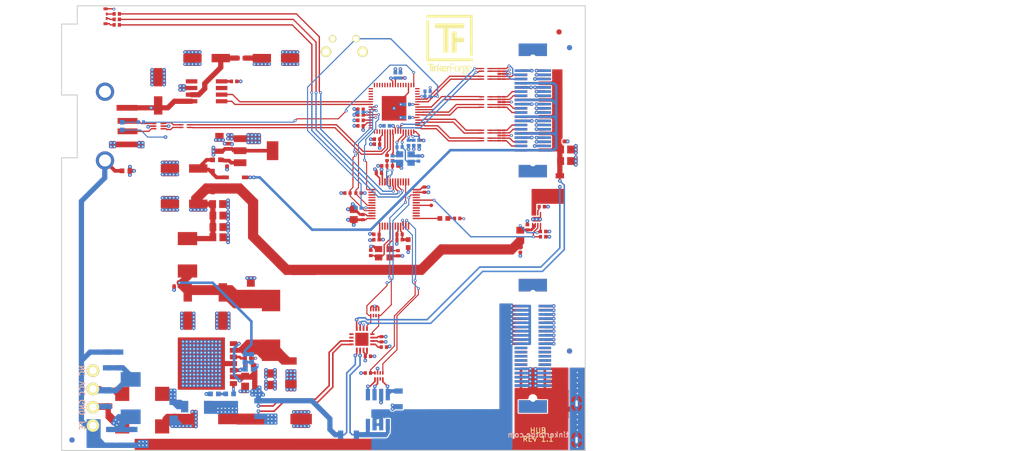
<source format=kicad_pcb>
(kicad_pcb (version 20221018) (generator pcbnew)
  (title_block (title "TNG HUB") (date "2020-09-04") (rev "1.1") (company "Tinkerforge GmbH") (comment 1 "Licensed under CERN OHL v.1.1") (comment 2 "Copyright (©) 2020, B.Nordmeyer <bastian@tinkerforge.com>"))
  (layers (0 "F.Cu" power) (1 "In1.Cu" power "GND") (2 "In2.Cu" power "VCC") (31 "B.Cu" signal) (34 "B.Paste" user) (35 "F.Paste" user) (36 "B.SilkS" user "B.Silkscreen") (37 "F.SilkS" user "F.Silkscreen") (38 "B.Mask" user) (39 "F.Mask" user) (44 "Edge.Cuts" user))
  (net 0 "")
  (net 1 "Earth")
  (net 2 "+5V")
  (net 3 "Net-(C101-Pad1)")
  (net 4 "Net-(C102-Pad1)")
  (net 5 "Net-(C103-Pad1)")
  (net 6 "Net-(C105-Pad1)")
  (net 7 "Net-(C109-Pad1)")
  (net 8 "3V3")
  (net 9 "Net-(C204-Pad1)")
  (net 10 "Net-(C204-Pad2)")
  (net 11 "Net-(C208-Pad1)")
  (net 12 "Net-(C209-Pad1)")
  (net 13 "Net-(C210-Pad1)")
  (net 14 "Net-(C211-Pad1)")
  (net 15 "Net-(C214-Pad1)")
  (net 16 "Net-(C217-Pad2)")
  (net 17 "Net-(D101-Pad2)")
  (net 18 "Net-(D206-Pad2)")
  (net 19 "Net-(R101-Pad1)")
  (net 20 "Net-(R104-Pad1)")
  (net 21 "Net-(R105-Pad2)")
  (net 22 "Net-(R107-Pad1)")
  (net 23 "Net-(R108-Pad1)")
  (net 24 "Net-(R110-Pad2)")
  (net 25 "Net-(R212-Pad2)")
  (net 26 "Net-(C126-Pad2)")
  (net 27 "Net-(C132-Pad1)")
  (net 28 "Net-(LED101-Pad4)")
  (net 29 "Net-(LED101-Pad2)")
  (net 30 "Net-(LED101-Pad3)")
  (net 31 "Net-(R112-Pad1)")
  (net 32 "Net-(R113-Pad1)")
  (net 33 "CUR1+")
  (net 34 "Net-(R218-Pad1)")
  (net 35 "CUR3+")
  (net 36 "CUR2-")
  (net 37 "USB-PWR")
  (net 38 "Net-(U101-Pad38)")
  (net 39 "Net-(U101-Pad39)")
  (net 40 "Net-(R118-Pad2)")
  (net 41 "EXT_USB_D_F-")
  (net 42 "EXT_USB_D_F+")
  (net 43 "STACK_USB_D0_F+")
  (net 44 "STACK_USB_D0_F-")
  (net 45 "STACK_USB_D1_F+")
  (net 46 "STACK_USB_D1_F-")
  (net 47 "STACK_USB_D2_F+")
  (net 48 "STACK_USB_D2_F-")
  (net 49 "STACK_USB_D3_F+")
  (net 50 "STACK_USB_D3_F-")
  (net 51 "STACK_USB_D4_F+")
  (net 52 "STACK_USB_D4_F-")
  (net 53 "EXT_USB_D+")
  (net 54 "EXT_USB_D-")
  (net 55 "STACK_USB_D0-")
  (net 56 "STACK_USB_D0+")
  (net 57 "STACK_USB_D1+")
  (net 58 "STACK_USB_D1-")
  (net 59 "STACK_USB_D2+")
  (net 60 "STACK_USB_D2-")
  (net 61 "STACK_USB_D3-")
  (net 62 "STACK_USB_D3+")
  (net 63 "STACK_USB_D4+")
  (net 64 "STACK_USB_D4-")
  (net 65 "STACKPWR")
  (net 66 "Net-(P101-Pad1)")
  (net 67 "GND")
  (net 68 "USB_RESET")
  (net 69 "CTRL_USB_D-")
  (net 70 "CTRL_USB_D+")
  (net 71 "Net-(C124-Pad1)")
  (net 72 "CUR3-")
  (net 73 "Net-(C137-Pad2)")
  (net 74 "Net-(C138-Pad2)")
  (net 75 "CUR1-")
  (net 76 "Net-(C203-Pad1)")
  (net 77 "Net-(D102-Pad1)")
  (net 78 "Net-(D102-Pad2)")
  (net 79 "5V_STACK_UP")
  (net 80 "Net-(J102-Pad10)")
  (net 81 "Net-(J104-Pad6)")
  (net 82 "Net-(J104-Pad4)")
  (net 83 "UP_USB_D+")
  (net 84 "UP_USB_D-")
  (net 85 "USB_SMB_DATA")
  (net 86 "USB_SMB_CLK")
  (net 87 "LEDR")
  (net 88 "LEDG")
  (net 89 "LEDB")
  (net 90 "SW_24_CUR")
  (net 91 "PAC_SCL")
  (net 92 "PAC_SDA")
  (net 93 "Net-(RP102-Pad2)")
  (net 94 "Net-(RP102-Pad1)")
  (net 95 "Net-(L102-Pad2)")
  (net 96 "Net-(L102-Pad3)")
  (net 97 "Net-(J102-Pad22)")
  (net 98 "Net-(J102-Pad24)")
  (net 99 "Net-(J102-Pad26)")
  (net 100 "Net-(J102-Pad28)")
  (net 101 "Net-(J102-Pad30)")
  (net 102 "Net-(J102-Pad21)")
  (net 103 "Net-(J102-Pad23)")
  (net 104 "Net-(J102-Pad25)")
  (net 105 "Net-(J102-Pad27)")
  (net 106 "Net-(J102-Pad29)")
  (net 107 "Net-(J103-Pad22)")
  (net 108 "Net-(J103-Pad24)")
  (net 109 "Net-(J103-Pad26)")
  (net 110 "Net-(J103-Pad28)")
  (net 111 "Net-(J103-Pad30)")
  (net 112 "Net-(J103-Pad21)")
  (net 113 "Net-(J103-Pad23)")
  (net 114 "Net-(J103-Pad25)")
  (net 115 "Net-(J103-Pad27)")
  (net 116 "Net-(J103-Pad29)")
  (net 117 "Net-(J104-Pad38)")
  (net 118 "Net-(J104-Pad36)")
  (net 119 "Net-(J104-Pad30)")
  (net 120 "Net-(J104-Pad28)")
  (net 121 "Net-(J104-Pad22)")
  (net 122 "Net-(J104-Pad20)")
  (net 123 "Net-(J104-Pad14)")
  (net 124 "Net-(J104-Pad12)")
  (net 125 "Net-(P202-Pad1)")
  (net 126 "BOOT")
  (net 127 "SW_5_ENABLE")
  (net 128 "SW_24_ENABLE")
  (net 129 "Net-(RP102-Pad6)")
  (net 130 "Net-(RP102-Pad3)")
  (net 131 "Net-(RP201-Pad6)")
  (net 132 "Net-(RP201-Pad7)")
  (net 133 "Net-(U101-Pad14)")
  (net 134 "Net-(U101-Pad15)")
  (net 135 "Net-(U101-Pad16)")
  (net 136 "Net-(U101-Pad18)")
  (net 137 "Net-(U101-Pad20)")
  (net 138 "Net-(U101-Pad21)")
  (net 139 "Net-(U101-Pad22)")
  (net 140 "Net-(U101-Pad23)")
  (net 141 "Net-(U101-Pad26)")
  (net 142 "Net-(U101-Pad27)")
  (net 143 "Net-(U101-Pad28)")
  (net 144 "Net-(U101-Pad29)")
  (net 145 "Net-(U101-Pad30)")
  (net 146 "Net-(U101-Pad31)")
  (net 147 "Net-(U101-Pad32)")
  (net 148 "Net-(U101-Pad33)")
  (net 149 "Net-(U101-Pad34)")
  (net 150 "Net-(U101-Pad35)")
  (net 151 "Net-(U101-Pad36)")
  (net 152 "Net-(U101-Pad37)")
  (net 153 "Net-(U101-Pad47)")
  (net 154 "Net-(U101-Pad48)")
  (net 155 "Net-(U101-Pad49)")
  (net 156 "Net-(U101-Pad50)")
  (net 157 "Net-(U101-Pad51)")
  (net 158 "Net-(U102-Pad3)")
  (net 159 "Net-(U102-Pad5)")
  (net 160 "Net-(U104-Pad2)")
  (net 161 "Net-(U104-Pad3)")
  (net 162 "Net-(U104-Pad4)")
  (net 163 "Net-(U104-Pad7)")
  (net 164 "Net-(U104-Pad12)")
  (net 165 "Net-(U104-Pad14)")
  (net 166 "Net-(U104-Pad15)")
  (net 167 "Net-(U104-Pad16)")
  (net 168 "Net-(U104-Pad17)")
  (net 169 "Net-(U104-Pad19)")
  (net 170 "Net-(U104-Pad21)")
  (net 171 "Net-(U104-Pad25)")
  (net 172 "Net-(U104-Pad27)")
  (net 173 "Net-(U104-Pad28)")
  (net 174 "Net-(U104-Pad34)")
  (net 175 "Net-(U104-Pad38)")
  (net 176 "Net-(U104-Pad39)")
  (net 177 "Net-(U104-Pad40)")
  (net 178 "Net-(U104-Pad41)")
  (net 179 "Net-(U104-Pad42)")
  (net 180 "Net-(U104-Pad46)")
  (net 181 "Net-(U204-Pad9)")
  (net 182 "Net-(U204-Pad10)")
  (footprint "kicad-libraries:C1206" (layer "F.Cu") (at 95.85 123.4437)
    (fp_text reference "C202")
    (fp_text value "10uF/35V")
  )
  (footprint "kicad-libraries:ELKO_103" (layer "F.Cu") (at 85.05 129.9437)
    (fp_text reference "C212")
    (fp_text value "UWT1H221MNL1GS")
  )
  (footprint "kicad-libraries:ELKO_103" (layer "F.Cu") (at 98.85 129.9437 180)
    (fp_text reference "C213")
    (fp_text value "UWT1H221MNL1GS")
  )
  (footprint "kicad-libraries:OQ_4P" (layer "F.Cu") (at 63.45 125.9437 -90)
    (fp_text reference "P202")
    (fp_text value "PWR IN")
  )
  (footprint "kicad-libraries:R1206" (layer "F.Cu") (at 66.35 125.9437 -90)
    (fp_text reference "R204")
    (fp_text value "VC1206K201R030")
  )
  (footprint "kicad-libraries:R0603F" (layer "F.Cu") (at 93.3 119.6437 180)
    (fp_text reference "R208")
    (fp_text value "27k")
  )
  (footprint "kicad-libraries:C0402F" (layer "F.Cu") (at 152.925 76.875 180)
    (fp_text reference "C134")
    (fp_text value "1uF")
  )
  (footprint "kicad-libraries:SOD-128" (layer "F.Cu") (at 101.25 121.0437 -90)
    (fp_text reference "D206")
    (fp_text value "PMEG6045")
  )
  (footprint "kicad-libraries:ELKO_63" (layer "F.Cu") (at 88.25 108.4437 90)
    (fp_text reference "C216")
    (fp_text value "100uF")
  )
  (footprint "kicad-libraries:ELKO_63" (layer "F.Cu") (at 81.55 108.4437 90)
    (fp_text reference "C220")
    (fp_text value "100uF")
  )
  (footprint "kicad-libraries:WE-LHMI" (layer "F.Cu") (at 97.45 112.0437 90)
    (fp_text reference "L202")
    (fp_text value "22uH 74437368220")
  )
  (footprint "kicad-libraries:BD906XX-C-HRP7" (layer "F.Cu") (at 84.15 119.3437 90)
    (fp_text reference "U203")
    (fp_text value "BD90640HFP")
  )
  (footprint "kicad-libraries:C1206" (layer "F.Cu") (at 95.85 121.2437)
    (fp_text reference "C201")
    (fp_text value "10uF/35V")
  )
  (footprint "kicad-libraries:C0402F" (layer "F.Cu") (at 79.45 104.5437 180)
    (fp_text reference "C214")
    (fp_text value "100nF")
  )
  (footprint "kicad-libraries:Logo_TF_10x12" (layer "F.Cu") (at 131.55 58.2)
    (fp_text reference "G***" hide)
    (fp_text value "LOGO" hide)
  )
  (footprint "kicad-libraries:Fiducial_Mark" (layer "F.Cu") (at 152.45 55.95)
    (fp_text reference "Fiducial_Mark" hide)
    (fp_text value "VAL**" hide)
  )
  (footprint "kicad-libraries:Fiducial_Mark" (layer "F.Cu") (at 59.45 133.95)
    (fp_text reference "Fiducial_Mark" hide)
    (fp_text value "VAL**" hide)
  )
  (footprint "kicad-libraries:Fiducial_Mark" (layer "F.Cu") (at 154.45 116.95)
    (fp_text reference "Fiducial_Mark" hide)
    (fp_text value "VAL**" hide)
  )
  (footprint "kicad-libraries:C0402F" (layer "F.Cu") (at 114.55 71.8 180)
    (fp_text reference "C107")
    (fp_text value "100nF")
  )
  (footprint "kicad-libraries:ELKO_63" (layer "F.Cu") (at 98.4 60.95 180)
    (fp_text reference "C108")
    (fp_text value "100uF")
  )
  (footprint "kicad-libraries:ELKO_63" (layer "F.Cu") (at 85.15 60.95)
    (fp_text reference "C109")
    (fp_text value "100uF")
  )
  (footprint "kicad-libraries:C0402F" (layer "F.Cu") (at 117.7 76.45 180)
    (fp_text reference "C112")
    (fp_text value "100nF")
  )
  (footprint "kicad-libraries:C0402F" (layer "F.Cu") (at 117.7 77.4 180)
    (fp_text reference "C115")
    (fp_text value "1uF")
  )
  (footprint "kicad-libraries:C0402F" (layer "F.Cu") (at 114.55 73.9 180)
    (fp_text reference "C116")
    (fp_text value "100nF")
  )
  (footprint "kicad-libraries:ELKO_63" (layer "F.Cu") (at 75.9 67.3 -90)
    (fp_text reference "C117")
    (fp_text value "100uF")
  )
  (footprint "kicad-libraries:C0402F" (layer "F.Cu") (at 121.2 64.25 90)
    (fp_text reference "C118")
    (fp_text value "100nF")
  )
  (footprint "kicad-libraries:C0402F" (layer "F.Cu") (at 122.15 64.25 90)
    (fp_text reference "C119")
    (fp_text value "1uF")
  )
  (footprint "kicad-libraries:C0603F" (layer "F.Cu") (at 69.75 82.5)
    (fp_text reference "C120")
    (fp_text value "100nF")
  )
  (footprint "kicad-libraries:C0402F" (layer "F.Cu") (at 119.1 81.55 180)
    (fp_text reference "C121")
    (fp_text value "47pF")
  )
  (footprint "kicad-libraries:C0402F" (layer "F.Cu") (at 121.15 81.55)
    (fp_text reference "C122")
    (fp_text value "47pF")
  )
  (footprint "kicad-libraries:C0402F" (layer "F.Cu") (at 122 95.65 180)
    (fp_text reference "C124")
    (fp_text value "1uF")
  )
  (footprint "kicad-libraries:C0402F" (layer "F.Cu") (at 145.05 97.55 90)
    (fp_text reference "C125")
    (fp_text value "1uF")
  )
  (footprint "kicad-libraries:C0402F" (layer "F.Cu") (at 146.4 93.3 -90)
    (fp_text reference "C126")
    (fp_text value "1uF")
  )
  (footprint "kicad-libraries:C0402F" (layer "F.Cu") (at 126.75 86.1 -90)
    (fp_text reference "C127")
    (fp_text value "100nF")
  )
  (footprint "kicad-libraries:C0402F" (layer "F.Cu") (at 149.4 94.1)
    (fp_text reference "C128")
    (fp_text value "1uF")
  )
  (footprint "kicad-libraries:C0402F" (layer "F.Cu") (at 118.05 82.95)
    (fp_text reference "C129")
    (fp_text value "100nF")
  )
  (footprint "kicad-libraries:C0402F" (layer "F.Cu") (at 115 91.35 90)
    (fp_text reference "C130")
    (fp_text value "100nF")
  )
  (footprint "kicad-libraries:C0402F" (layer "F.Cu") (at 117.6 94.65 180)
    (fp_text reference "C131")
    (fp_text value "100nF")
  )
  (footprint "kicad-libraries:C0402F" (layer "F.Cu") (at 149.15 89.35)
    (fp_text reference "C132")
    (fp_text value "DNP")
  )
  (footprint "kicad-libraries:C0402F" (layer "F.Cu") (at 122 94.65 180)
    (fp_text reference "C133")
    (fp_text value "100nF")
  )
  (footprint "kicad-libraries:C0402F" (layer "F.Cu") (at 116.5 98.2 -90)
    (fp_text reference "C137")
    (fp_text value "33pF")
  )
  (footprint "kicad-libraries:C0402F" (layer "F.Cu") (at 121.7 98.25 90)
    (fp_text reference "C138")
    (fp_text value "33pF")
  )
  (footprint "kicad-libraries:C0402F" (layer "F.Cu") (at 89.05 81.1 -90)
    (fp_text reference "C209")
    (fp_text value "1uF")
  )
  (footprint "kicad-libraries:ELKO_63" (layer "F.Cu") (at 80.85 88.8)
    (fp_text reference "C219")
    (fp_text value "100uF")
  )
  (footprint "kicad-libraries:C0402F" (layer "F.Cu") (at 118.55 114.7 90)
    (fp_text reference "C221")
    (fp_text value "100nF")
  )
  (footprint "kicad-libraries:C0402F" (layer "F.Cu") (at 115.95 117.95)
    (fp_text reference "C222")
    (fp_text value "100nF")
  )
  (footprint "kicad-libraries:C0402F" (layer "F.Cu") (at 89.3 77.8 90)
    (fp_text reference "C226")
    (fp_text value "1uF")
  )
  (footprint "kicad-libraries:D0603F" (layer "F.Cu") (at 130.45 91.6 180)
    (fp_text reference "D102")
    (fp_text value "LED")
  )
  (footprint "kicad-libraries:SOD-123" (layer "F.Cu") (at 90.65 83.75 180)
    (fp_text reference "D202")
    (fp_text value "B0520LW-7-F")
  )
  (footprint "kicad-libraries:SOD-123" (layer "F.Cu") (at 86.35 84.55 90)
    (fp_text reference "D203")
    (fp_text value "B0520LW-7-F")
  )
  (footprint "kicad-libraries:R0603F" (layer "F.Cu") (at 91.75 60.95)
    (fp_text reference "L101")
    (fp_text value "INDUCTs")
  )
  (footprint "kicad-libraries:WE-CNSW-0603" (layer "F.Cu") (at 81.05 73.95 180)
    (fp_text reference "L102")
    (fp_text value "744230900")
  )
  (footprint "kicad-libraries:WE-CNSW-0603" (layer "F.Cu") (at 138.45 64.7)
    (fp_text reference "L103")
    (fp_text value "744230900")
  )
  (footprint "kicad-libraries:WE-CNSW-0603" (layer "F.Cu") (at 138.45 70.1)
    (fp_text reference "L105")
    (fp_text value "744230900")
  )
  (footprint "kicad-libraries:WE-CNSW-0603" (layer "F.Cu") (at 138.45 75)
    (fp_text reference "L106")
    (fp_text value "744230900")
  )
  (footprint "kicad-libraries:WE-CNSW-0603" (layer "F.Cu") (at 138.45 76.5)
    (fp_text reference "L107")
    (fp_text value "744230900")
  )
  (footprint "kicad-libraries:R0603F" (layer "F.Cu") (at 123.65 96.4 90)
    (fp_text reference "L108")
    (fp_text value "FB")
  )
  (footprint "kicad-libraries:WE-CNSW-0603" (layer "F.Cu") (at 138.45 63.2)
    (fp_text reference "L110")
    (fp_text value "744230900")
  )
  (footprint "kicad-libraries:R0603F" (layer "F.Cu") (at 87.05 80.4)
    (fp_text reference "L201")
    (fp_text value "INDUCTs")
  )
  (footprint "kicad-libraries:SRP7030" (layer "F.Cu") (at 81.5 98.55 90)
    (fp_text reference "L203")
    (fp_text value "10uH")
  )
  (footprint "kicad-libraries:DEBUG_PAD" (layer "F.Cu") (at 128.05 89.1)
    (fp_text reference "P101")
    (fp_text value "Debug")
  )
  (footprint "kicad-libraries:PE_Hook" (layer "F.Cu") (at 155.95 128.05)
    (fp_text reference "P102")
    (fp_text value "PE")
  )
  (footprint "kicad-libraries:R0402F" (layer "F.Cu") (at 114.55 72.85 180)
    (fp_text reference "R101")
    (fp_text value "10k")
  )
  (footprint "kicad-libraries:R0402F" (layer "F.Cu") (at 114.55 70.75 180)
    (fp_text reference "R102")
    (fp_text value "100k")
  )
  (footprint "kicad-libraries:R0402F" (layer "F.Cu") (at 90.4 65.4 180)
    (fp_text reference "R105")
    (fp_text value "10k")
  )
  (footprint "kicad-libraries:R0402F" (layer "F.Cu") (at 114.15 86.75)
    (fp_text reference "R106")
    (fp_text value "10k")
  )
  (footprint "kicad-libraries:R0402F" (layer "F.Cu") (at 120.65 80.05 -90)
    (fp_text reference "R112")
    (fp_text value "22")
  )
  (footprint "kicad-libraries:R0402F" (layer "F.Cu") (at 119.6 80.05 -90)
    (fp_text reference "R113")
    (fp_text value "22")
  )
  (footprint "kicad-libraries:R0402F" (layer "F.Cu") (at 68 54.6 180)
    (fp_text reference "R115")
    (fp_text value "0")
  )
  (footprint "kicad-libraries:R0402F" (layer "F.Cu") (at 115.95 121.15 180)
    (fp_text reference "R117")
    (fp_text value "10k")
  )
  (footprint "kicad-libraries:R0402F" (layer "F.Cu") (at 68 53.55 180)
    (fp_text reference "R119")
    (fp_text value "0")
  )
  (footprint "kicad-libraries:R0402F" (layer "F.Cu") (at 68 52.5 180)
    (fp_text reference "R120")
    (fp_text value "56")
  )
  (footprint "kicad-libraries:R0402F" (layer "F.Cu") (at 133 91.6)
    (fp_text reference "R121")
    (fp_text value "1k")
  )
  (footprint "kicad-libraries:R0402F" (layer "F.Cu") (at 119 116.2)
    (fp_text reference "R218")
    (fp_text value "10k")
  )
  (footprint "kicad-libraries:R1206" (layer "F.Cu") (at 152.6 84.95 90)
    (fp_text reference "R221")
    (fp_text value "0.02")
  )
  (footprint "kicad-libraries:4X0402" (layer "F.Cu") (at 118.05 121.7)
    (fp_text reference "RP102")
    (fp_text value "10k")
  )
  (footprint "kicad-libraries:4X0402" (layer "F.Cu") (at 117.25 109.6 180)
    (fp_text reference "RP201")
    (fp_text value "10k")
  )
  (footprint "kicad-libraries:SO-8" (layer "F.Cu") (at 85.15 67.3 90)
    (fp_text reference "U102")
    (fp_text value "MIC2026-1YM")
  )
  (footprint "kicad-libraries:SOT563-SPEC" (layer "F.Cu") (at 75.95 73.95 90)
    (fp_text reference "U103")
    (fp_text value "82400152")
  )
  (footprint "kicad-libraries:TPD4S010DQA" (layer "F.Cu") (at 141.45 63.95 -90)
    (fp_text reference "U105")
    (fp_text value "TPD4S010DQA")
  )
  (footprint "kicad-libraries:TPD4S010DQA" (layer "F.Cu") (at 141.45 69.35 90)
    (fp_text reference "U106")
    (fp_text value "TPD4S010DQA")
  )
  (footprint "kicad-libraries:TPD4S010DQA" (layer "F.Cu") (at 141.45 75.75 90)
    (fp_text reference "U107")
    (fp_text value "TPD4S010DQA")
  )
  (footprint "kicad-libraries:WSON8-2x2" (layer "F.Cu") (at 148.15 91.75 90)
    (fp_text reference "U110")
    (fp_text value "TPS22975")
  )
  (footprint "kicad-libraries:SOT-223" (layer "F.Cu") (at 94.65 78.65 -90)
    (fp_text reference "U201")
    (fp_text value "AZ1117EH")
  )
  (footprint "kicad-libraries:QFN-16" (layer "F.Cu") (at 114.8 114.7 90)
    (fp_text reference "U204")
    (fp_text value "PAC1933")
  )
  (footprint "kicad-libraries:CRYSTAL_3225" (layer "F.Cu") (at 119.1 98.25 180)
    (fp_text reference "X102")
    (fp_text value "8MHz")
  )
  (footprint "kicad-libraries:TACT-6MM-HOR" (layer "F.Cu") (at 111.45 57.25)
    (fp_text reference "SW101")
    (fp_text value "BOOT")
  )
  (footprint "kicad-libraries:TNG-40-TOP" (layer "F.Cu") (at 147.45 70.95 -90)
    (fp_text reference "J105")
    (fp_text value "TNG-Data-TOP")
  )
  (footprint "kicad-libraries:WE-CNSW-0603" (layer "F.Cu") (at 138.45 68.6)
    (fp_text reference "L104")
    (fp_text value "744230900")
  )
  (footprint "kicad-libraries:C0402F" (layer "F.Cu") (at 117.6 95.65 180)
    (fp_text reference "C123")
    (fp_text value "1uF")
  )
  (footprint "kicad-libraries:ELKO_63" (layer "F.Cu") (at 80.85 82.05)
    (fp_text reference "C203")
    (fp_text value "100uF")
  )
  (footprint "kicad-libraries:C0402F" (layer "F.Cu") (at 125.75 77.15 -90)
    (fp_text reference "C110")
    (fp_text value "100nF")
  )
  (footprint "kicad-libraries:QFN64-9x9mm-0.5mm_USB2517" (layer "F.Cu") (at 120.95 70.55 90)
    (fp_text reference "U101")
    (fp_text value "USB2517")
  )
  (footprint "kicad-libraries:LQFP48" (layer "F.Cu") (at 120.95 88.85)
    (fp_text reference "U104")
    (fp_text value "STM32F070CBT6")
  )
  (footprint "kicad-libraries:R0402F" (layer "F.Cu") (at 112.05 86.75 180)
    (fp_text reference "R111")
    (fp_text value "10k")
  )
  (footprint "kicad-libraries:R0402F" (layer "F.Cu") (at 149.4 95.1)
    (fp_text reference "R116")
    (fp_text value "10k")
  )
  (footprint "kicad-libraries:C1206" (layer "F.Cu") (at 87.6 77.25 90)
    (fp_text reference "C227")
    (fp_text value "10uF")
  )
  (footprint "kicad-libraries:TNG-40-TOP" (layer "F.Cu") (at 147.45 115.95 -90)
    (fp_text reference "J103")
    (fp_text value "TNG-Power-TOP")
  )
  (footprint "kicad-libraries:LED-RGB-LP" (layer "F.Cu") (at 65.85 52.95 90)
    (fp_text reference "LED101")
    (fp_text value "EASV3015RGBA0")
  )
  (footprint "kicad-libraries:C0402F" (layer "F.Cu") (at 93.05 118.3437)
    (fp_text reference "C208")
    (fp_text value "100pF")
  )
  (footprint "kicad-libraries:C0805E" (layer "F.Cu") (at 93.6 104.95 90)
    (fp_text reference "C215")
    (fp_text value "10uF")
  )
  (footprint "kicad-libraries:C0805E" (layer "F.Cu") (at 87.3 95.2)
    (fp_text reference "C218")
    (fp_text value "10uF")
  )
  (footprint "kicad-libraries:C0805E" (layer "F.Cu") (at 87.25 88.85)
    (fp_text reference "C223")
    (fp_text value "10uF")
  )
  (footprint "kicad-libraries:C0805E" (layer "F.Cu") (at 87.3 93.25)
    (fp_text reference "C224")
    (fp_text value "10uF")
  )
  (footprint "kicad-libraries:C0805E" (layer "F.Cu") (at 87.3 91.05)
    (fp_text reference "C225")
    (fp_text value "10uF")
  )
  (footprint "kicad-libraries:WE-SL5" (layer "F.Cu") (at 72.85 128.2437)
    (fp_text reference "T201")
    (fp_text value "744272251")
  )
  (footprint "kicad-libraries:C0805E" (layer "F.Cu") (at 92.5 122.7 -90)
    (fp_text reference "C205")
    (fp_text value "100nF/35V")
  )
  (footprint "kicad-libraries:C0805E" (layer "F.Cu") (at 153.7 78.425 180)
    (fp_text reference "C135")
    (fp_text value "10uF")
  )
  (footprint "kicad-libraries:C0805E" (layer "F.Cu") (at 153.7 80.625 180)
    (fp_text reference "C136")
    (fp_text value "10uF")
  )
  (footprint "kicad-libraries:C0805E" (layer "F.Cu") (at 113.25 90.85 90)
    (fp_text reference "C139")
    (fp_text value "10uF")
  )
  (footprint "kicad-libraries:USB-A-SMT-8231" (layer "F.Cu") (at 65.75 73.95 -90)
    (fp_text reference "J101")
    (fp_text value "USB-A")
  )
  (footprint "kicad-libraries:R0805E" (layer "F.Cu") (at 145.05 94.8 90)
    (fp_text reference "L109")
    (fp_text value "742792040")
  )
  (footprint "kicad-libraries:C1206" (layer "B.Cu") (at 68.95 133.4437 90)
    (fp_text reference "C207")
    (fp_text value "1nF 2kV")
  )
  (footprint "kicad-libraries:C0603F" (layer "B.Cu") (at 86.65 125.1437 180)
    (fp_text reference "C210")
    (fp_text value "4.7nF")
  )
  (footprint "kicad-libraries:C1206" (layer "B.Cu") (at 78.85 128.275 -90)
    (fp_text reference "C211")
    (fp_text value "10nF")
  )
  (footprint "kicad-libraries:C0603F" (layer "B.Cu") (at 92.475 118.325 -90)
    (fp_text reference "C217")
    (fp_text value "DNP")
  )
  (footprint "kicad-libraries:SMC" (layer "B.Cu") (at 70.65 125.9437 -90)
    (fp_text reference "D201")
    (fp_text value "3.0SMI30CATR")
  )
  (footprint "kicad-libraries:R1206" (layer "B.Cu") (at 66.75 133.4437 90)
    (fp_text reference "R207")
    (fp_text value "VC1206K201R030")
  )
  (footprint "kicad-libraries:R1206" (layer "B.Cu") (at 71.15 133.4437 90)
    (fp_text reference "R209")
    (fp_text value "1M")
  )
  (footprint "kicad-libraries:R0603F" (layer "B.Cu") (at 89.55 125.1437)
    (fp_text reference "R212")
    (fp_text value "20k")
  )
  (footprint "kicad-libraries:R0603F" (layer "B.Cu") (at 93.775 118.325 90)
    (fp_text reference "R214")
    (fp_text value "47k")
  )
  (footprint "kicad-libraries:R0603F" (layer "B.Cu") (at 93.3 120.45 180)
    (fp_text reference "R215")
    (fp_text value "8.2k")
  )
  (footprint "kicad-libraries:SOD-128" (layer "B.Cu") (at 83.15 127.575 180)
    (fp_text reference "D205")
    (fp_text value "PMEG6045")
  )
  (footprint "kicad-libraries:C1206" (layer "B.Cu") (at 66.25 126.0437 -90)
    (fp_text reference "C204")
    (fp_text value "10nF")
  )
  (footprint "kicad-libraries:R1206" (layer "B.Cu") (at 112.25 132.9437)
    (fp_text reference "R220")
    (fp_text value "0.02")
  )
  (footprint "kicad-libraries:SO-8" (layer "B.Cu") (at 117.85 128.1437)
    (fp_text reference "U112")
    (fp_text value "VN7140AS")
  )
  (footprint "kicad-libraries:Fiducial_Mark" (layer "B.Cu") (at 154.45 116.95)
    (fp_text reference "Fiducial_Mark" hide)
    (fp_text value "VAL**" hide)
  )
  (footprint "kicad-libraries:Fiducial_Mark" (layer "B.Cu") (at 59.45 133.95)
    (fp_text reference "Fiducial_Mark" hide)
    (fp_text value "VAL**" hide)
  )
  (footprint "kicad-libraries:Fiducial_Mark" (layer "B.Cu") (at 154.45 58.95)
    (fp_text reference "Fiducial_Mark" hide)
    (fp_text value "VAL**" hide)
  )
  (footprint "kicad-libraries:C1206" (layer "B.Cu") (at 66.15 118.65 90)
    (fp_text reference "C206")
    (fp_text value "1nF 2kV")
  )
  (footprint "kicad-libraries:R1206" (layer "B.Cu") (at 68.45 118.65 90)
    (fp_text reference "R206")
    (fp_text value "VC1206K201R030")
  )
  (footprint "kicad-libraries:C0402F" (layer "B.Cu") (at 125.6 80.15 90)
    (fp_text reference "C101")
    (fp_text value "33pF")
  )
  (footprint "kicad-libraries:C0402F" (layer "B.Cu") (at 120.65 80.15 -90)
    (fp_text reference "C102")
    (fp_text value "33pF")
  )
  (footprint "kicad-libraries:C0402F" (layer "B.Cu") (at 122.15 64.25 90)
    (fp_text reference "C103")
    (fp_text value "1uF")
  )
  (footprint "kicad-libraries:C0402F" (layer "B.Cu") (at 121.2 64.25 90)
    (fp_text reference "C104")
    (fp_text value "100nF")
  )
  (footprint "kicad-libraries:C0402F" (layer "B.Cu") (at 124.7 77.15 -90)
    (fp_text reference "C105")
    (fp_text value "1uF")
  )
  (footprint "kicad-libraries:C0402F" (layer "B.Cu") (at 123.7 77.15 -90)
    (fp_text reference "C106")
    (fp_text value "100nF")
  )
  (footprint "kicad-libraries:C0402F" (layer "B.Cu") (at 119.55 73.9 180)
    (fp_text reference "C111")
    (fp_text value "100nF")
  )
  (footprint "kicad-libraries:C0402F" (layer "B.Cu") (at 123.4 69.8 180)
    (fp_text reference "C113")
    (fp_text value "100nF")
  )
  (footprint "kicad-libraries:TNG-40-BTM" (layer "B.Cu") (at 147.45 115.95 -90)
    (fp_text reference "J102")
    (fp_text value "TNG-Power-BTM")
  )
  (footprint "kicad-libraries:TNG-40-BTM" (layer "B.Cu") (at 147.45 70.95 -90)
    (fp_text reference "J104")
    (fp_text value "TNG-Data-BTM")
  )
  (footprint "kicad-libraries:R0402F" (layer "B.Cu") (at 122 77.95)
    (fp_text reference "R103")
    (fp_text value "1M")
  )
  (footprint "kicad-libraries:R0402F" (layer "B.Cu") (at 72.6 73.2 180)
    (fp_text reference "R104")
    (fp_text value "1k")
  )
  (footprint "kicad-libraries:R0402F" (layer "B.Cu") (at 127.35 68.3)
    (fp_text reference "R108")
    (fp_text value "1k")
  )
  (footprint "kicad-libraries:R0402F" (layer "B.Cu") (at 127.35 67.3)
    (fp_text reference "R109")
    (fp_text value "10k")
  )
  (footprint "kicad-libraries:R0402F" (layer "B.Cu") (at 125.75 77.15 90)
    (fp_text reference "R110")
    (fp_text value "12k")
  )
  (footprint "kicad-libraries:R0402F" (layer "B.Cu") (at 114.15 89.6)
    (fp_text reference "R114")
    (fp_text value "1k")
  )
  (footprint "kicad-libraries:R1206" (layer "B.Cu") (at 95.05 127.95 90)
    (fp_text reference "R219")
    (fp_text value "0.02")
  )
  (footprint "kicad-libraries:CRYSTAL_3225" (layer "B.Cu") (at 123.1 80.15 180)
    (fp_text reference "X101")
    (fp_text value "24MHz")
  )
  (footprint "kicad-libraries:R0402F" (layer "B.Cu") (at 114.55 71.3 180)
    (fp_text reference "R107")
    (fp_text value "10k")
  )
  (footprint "kicad-libraries:C0402F" (layer "B.Cu") (at 123.4 72.3 180)
    (fp_text reference "C114")
    (fp_text value "100nF")
  )
  (footprint "kicad-libraries:R1206" (layer "B.Cu") (at 121.8 126.0937 90)
    (fp_text reference "R118")
    (fp_text value "1k")
  )
  (footprint "kicad-libraries:LED-LP" (layer "B.Cu") (at 69.05 73.95 90)
    (fp_text reference "D101")
    (fp_text value "LED green")
  )
  (gr_line (start 57.45 135.95) (end 157.45 135.95) (stroke (width 0.2)) (layer "Edge.Cuts"))
  (gr_line (start 57.45 68) (end 60.45 68) (stroke (width 0.2)) (layer "Edge.Cuts"))
  (gr_line (start 57.45 54.45) (end 57.45 68) (stroke (width 0.2)) (layer "Edge.Cuts"))
  (gr_line (start 60.45 80) (end 60.45 68) (stroke (width 0.2)) (layer "Edge.Cuts"))
  (gr_line (start 60.45 50.95) (end 157.45 50.95) (stroke (width 0.2)) (layer "Edge.Cuts"))
  (gr_line (start 60.45 54.45) (end 60.45 50.95) (stroke (width 0.2)) (layer "Edge.Cuts"))
  (gr_line (start 57.45 54.45) (end 60.45 54.45) (stroke (width 0.2)) (layer "Edge.Cuts"))
  (gr_line (start 57.45 80) (end 57.45 135.95) (stroke (width 0.2)) (layer "Edge.Cuts"))
  (gr_line (start 57.45 80) (end 60.45 80) (stroke (width 0.2)) (layer "Edge.Cuts"))
  (gr_line (start 157.45 135.95) (end 157.45 50.95) (stroke (width 0.2)) (layer "Edge.Cuts"))
  (gr_text "FE" (at 61.425 131.2 90) (layer "B.SilkS") (effects (font (size 1 1) (thickness 0.2)) (justify mirror)))
  (gr_text "NC" (at 61.4 120.7 90) (layer "B.SilkS") (effects (font (size 1 1) (thickness 0.2)) (justify mirror)))
  (gr_text "GND" (at 61.425 127.7 90) (layer "B.SilkS") (effects (font (size 1 1) (thickness 0.2)) (justify mirror)))
  (gr_text "VCC" (at 61.425 124.175 90) (layer "B.SilkS") (effects (font (size 1 1) (thickness 0.2)) (justify mirror)))
  (gr_text "tinkerforge.com" (at 148.45 132.95) (layer "B.SilkS") (effects (font (size 1 1) (thickness 0.2)) (justify mirror)))
  (gr_text "HUB\nREV 1.1" (at 148.45 132.95) (layer "F.SilkS") (effects (font (size 1 1))))
  (segment (start 72.3 134.975) (end 148.6 134.975) (width 0.7) (layer "F.Cu") (net 1))
  (segment (start 148.6 134.975) (end 153.95 129.625) (width 0.7) (layer "F.Cu") (net 1))
  (segment (start 153.95 129.625) (end 153.95 124.525) (width 0.7) (layer "F.Cu") (net 1))
  (segment (start 153.95 124.525) (end 152.1687 122.7437) (width 0.7) (layer "F.Cu") (net 1))
  (segment (start 152.1687 122.7437) (end 149.725 122.7437) (width 0.7) (layer "F.Cu") (net 1))
  (segment (start 145.175 121.95) (end 146.95 121.95) (width 0.5) (layer "F.Cu") (net 1))
  (segment (start 72.3 134.975) (end 72.3 134.275) (width 1) (layer "F.Cu") (net 1))
  (segment (start 145.175 120.35) (end 146.95 120.35) (width 0.5) (layer "F.Cu") (net 1))
  (segment (start 147.95 121.95) (end 149.7 121.95) (width 0.5) (layer "F.Cu") (net 1))
  (segment (start 155.95 128.05) (end 152.25 128.05) (width 1) (layer "F.Cu") (net 1))
  (segment (start 67.65 82.5) (end 65.7 80.55) (width 0.7) (layer "F.Cu") (net 1))
  (segment (start 73 134.975) (end 73.7 134.975) (width 0.7) (layer "F.Cu") (net 1))
  (segment (start 72.3 134.975) (end 73 134.975) (width 0.7) (layer "F.Cu") (net 1))
  (segment (start 145.175 123.55) (end 146.95 123.55) (width 0.5) (layer "F.Cu") (net 1))
  (segment (start 155.95 126.05) (end 155.95 125.05) (width 0.2) (layer "F.Cu") (net 1))
  (segment (start 147.95 120.35) (end 149.7 120.35) (width 0.5) (layer "F.Cu") (net 1))
  (segment (start 69 82.5) (end 67.65 82.5) (width 0.7) (layer "F.Cu") (net 1))
  (segment (start 155.95 128.05) (end 155.95 134.05) (width 0.2) (layer "F.Cu") (net 1))
  (segment (start 149.725 122.75) (end 147.95 122.75) (width 0.5) (layer "F.Cu") (net 1))
  (segment (start 155.95 128.05) (end 155.95 127.05) (width 0.2) (layer "F.Cu") (net 1))
  (segment (start 155.95 124.05) (end 155.95 123.05) (width 0.2) (layer "F.Cu") (net 1))
  (segment (start 155.95 131.05) (end 155.95 132.05) (width 0.2) (layer "F.Cu") (net 1))
  (segment (start 146.95 122.75) (end 145.2 122.75) (width 0.5) (layer "F.Cu") (net 1))
  (segment (start 149.725 121.15) (end 147.95 121.15) (width 0.5) (layer "F.Cu") (net 1))
  (segment (start 147.95 123.55) (end 149.7 123.55) (width 0.5) (layer "F.Cu") (net 1))
  (segment (start 73 134.275) (end 73.7 134.275) (width 0.7) (layer "F.Cu") (net 1))
  (segment (start 155.95 128.05) (end 155.95 121.05) (width 0.2) (layer "F.Cu") (net 1))
  (segment (start 155.95 128.05) (end 155.95 130.05) (width 0.2) (layer "F.Cu") (net 1))
  (segment (start 146.95 121.15) (end 145.2 121.15) (width 0.5) (layer "F.Cu") (net 1))
  (segment (start 72.3 134.275) (end 73 134.275) (width 1) (layer "F.Cu") (net 1))
  (via (at 147.95 122.75) (size 0.7) (drill 0.25) (layers "F.Cu" "B.Cu") (net 1))
  (via (at 73 134.275) (size 0.7) (drill 0.25) (layers "F.Cu" "B.Cu") (net 1))
  (via (at 155.95 122.05) (size 0.7) (drill 0.25) (layers "F.Cu" "B.Cu") (net 1))
  (via (at 155.95 125.05) (size 0.7) (drill 0.25) (layers "F.Cu" "B.Cu") (net 1))
  (via (at 155.95 132.05) (size 0.7) (drill 0.25) (layers "F.Cu" "B.Cu") (net 1))
  (via (at 72.3 134.975) (size 0.7) (drill 0.25) (layers "F.Cu" "B.Cu") (net 1))
  (via (at 147.95 121.95) (size 0.7) (drill 0.25) (layers "F.Cu" "B.Cu") (net 1))
  (via (at 155.95 123.05) (size 0.7) (drill 0.25) (layers "F.Cu" "B.Cu") (net 1))
  (via (at 155.95 135.349982) (size 0.7) (drill 0.25) (layers "F.Cu" "B.Cu") (net 1))
  (via (at 73.7 134.275) (size 0.7) (drill 0.25) (layers "F.Cu" "B.Cu") (net 1))
  (via (at 146.95 120.35) (size 0.7) (drill 0.25) (layers "F.Cu" "B.Cu") (net 1))
  (via (at 155.95 130.05) (size 0.7) (drill 0.25) (layers "F.Cu" "B.Cu") (net 1))
  (via (at 155.95 124.05) (size 0.7) (drill 0.25) (layers "F.Cu" "B.Cu") (net 1))
  (via (at 73.7 134.975) (size 0.7) (drill 0.25) (layers "F.Cu" "B.Cu") (net 1))
  (via (at 73 134.975) (size 0.7) (drill 0.25) (layers "F.Cu" "B.Cu") (net 1))
  (via (at 147.95 120.35) (size 0.7) (drill 0.25) (layers "F.Cu" "B.Cu") (net 1))
  (via (at 155.95 129.05) (size 0.7) (drill 0.25) (layers "F.Cu" "B.Cu") (net 1))
  (via (at 146.95 122.75) (size 0.7) (drill 0.25) (layers "F.Cu" "B.Cu") (net 1))
  (via (at 155.95 121.05) (size 0.7) (drill 0.25) (layers "F.Cu" "B.Cu") (net 1))
  (via (at 146.95 123.55) (size 0.7) (drill 0.25) (layers "F.Cu" "B.Cu") (net 1))
  (via (at 155.95 131.05) (size 0.7) (drill 0.25) (layers "F.Cu" "B.Cu") (net 1))
  (via (at 72.3 134.275) (size 0.7) (drill 0.25) (layers "F.Cu" "B.Cu") (net 1))
  (via (at 147.95 123.55) (size 0.7) (drill 0.25) (layers "F.Cu" "B.Cu") (net 1))
  (via (at 146.95 121.15) (size 0.7) (drill 0.25) (layers "F.Cu" "B.Cu") (net 1))
  (via (at 146.95 121.95) (size 0.7) (drill 0.25) (layers "F.Cu" "B.Cu") (net 1))
  (via (at 147.95 121.15) (size 0.7) (drill 0.25) (layers "F.Cu" "B.Cu") (net 1))
  (segment (start 61.25 118.65) (end 61.25 130.35) (width 1) (layer "B.Cu") (net 1))
  (segment (start 63.45 133.8437) (end 64.55114 134.94484) (width 0.7) (layer "B.Cu") (net 1))
  (segment (start 64.55114 134.94484) (end 66.75 134.94484) (width 0.7) (layer "B.Cu") (net 1))
  (segment (start 72.26984 134.94484) (end 72.3 134.975) (width 0.7) (layer "B.Cu") (net 1))
  (segment (start 66.64876 117.15) (end 66.15 117.15) (width 1) (layer "B.Cu") (net 1))
  (segment (start 149.725 123.55) (end 147.95 123.55) (width 0.5) (layer "B.Cu") (net 1))
  (segment (start 71.15 134.94484) (end 68.95 134.94484) (width 0.7) (layer "B.Cu") (net 1))
  (segment (start 146.95 123.55) (end 145.2 123.55) (width 0.5) (layer "B.Cu") (net 1))
  (segment (start 155.95 127.05) (end 155.95 126.05) (width 0.2) (layer "B.Cu") (net 1))
  (segment (start 155.95 125.15) (end 155.95 124.05) (width 0.2) (layer "B.Cu") (net 1))
  (segment (start 155.95 128.05) (end 155.95 135.349982) (width 0.2) (layer "B.Cu") (net 1))
  (segment (start 149.725 121.95) (end 147.95 121.95) (width 0.5) (layer "B.Cu") (net 1))
  (segment (start 155.95 125.05) (end 155.95 125.15) (width 0.2) (layer "B.Cu") (net 1))
  (segment (start 145.175 121.15) (end 146.95 121.15) (width 0.5) (layer "B.Cu") (net 1))
  (segment (start 147.95 122.75) (end 149.7 122.75) (width 0.5) (layer "B.Cu") (net 1))
  (segment (start 149.725 120.35) (end 147.95 120.35) (width 0.5) (layer "B.Cu") (net 1))
  (segment (start 66.75 134.94484) (end 68.95 134.94484) (width 0.7) (layer "B.Cu") (net 1))
  (segment (start 63.45 131.19388) (end 63.45 133.8437) (width 0.7) (layer "B.Cu") (net 1))
  (segment (start 61.25 118.65) (end 61.25 88.3) (width 1) (layer "B.Cu") (net 1))
  (segment (start 155.95 132.05) (end 155.95 133.05) (width 0.2) (layer "B.Cu") (net 1))
  (segment (start 61.25 88.3) (end 65.7 83.85) (width 1) (layer "B.Cu") (net 1))
  (segment (start 71.15 134.94484) (end 72.26984 134.94484) (width 0.7) (layer "B.Cu") (net 1))
  (segment (start 68.45 117.14886) (end 66.6499 117.14886) (width 1) (layer "B.Cu") (net 1))
  (segment (start 64.3499 117.14886) (end 64.34876 117.15) (width 1) (layer "B.Cu") (net 1))
  (segment (start 155.95 130.05) (end 155.95 131.05) (width 0.2) (layer "B.Cu") (net 1))
  (segment (start 65.7 83.85) (end 65.7 80.5) (width 1) (layer "B.Cu") (net 1))
  (segment (start 66.6499 117.14886) (end 66.64876 117.15) (width 1) (layer "B.Cu") (net 1))
  (segment (start 64.34876 117.15) (end 62.9 117.15) (width 1) (layer "B.Cu") (net 1))
  (segment (start 146.95 121.95) (end 145.2 121.95) (width 0.5) (layer "B.Cu") (net 1))
  (segment (start 146.95 120.35) (end 145.15 120.35) (width 0.5) (layer "B.Cu") (net 1))
  (segment (start 155.95 128.05) (end 155.95 122.05) (width 0.2) (layer "B.Cu") (net 1))
  (segment (start 66.15 117.14886) (end 64.3499 117.14886) (width 1) (layer "B.Cu") (net 1))
  (segment (start 61.25 130.3437) (end 62.10018 131.19388) (width 1) (layer "B.Cu") (net 1))
  (segment (start 145.175 122.75) (end 146.95 122.75) (width 0.5) (layer "B.Cu") (net 1))
  (segment (start 155.95 128.05) (end 155.95 129.05) (width 0.2) (layer "B.Cu") (net 1))
  (segment (start 147.95 121.15) (end 149.7 121.15) (width 0.5) (layer "B.Cu") (net 1))
  (segment (start 62.10018 131.19388) (end 63.45 131.19388) (width 1) (layer "B.Cu") (net 1))
  (segment (start 62.90744 117.14256) (end 61.35 118.7) (width 1) (layer "B.Cu") (net 1))
  (segment (start 82.7 87.65) (end 84.95 85.4) (width 1) (layer "F.Cu") (net 2))
  (segment (start 86.34886 93.6499) (end 86.35 93.64876) (width 1) (layer "F.Cu") (net 2))
  (segment (start 95.7 62.1) (end 96.4 62.1) (width 0.7) (layer "F.Cu") (net 2))
  (segment (start 83.55 89.95) (end 82.85 89.95) (width 0.7) (layer "F.Cu") (net 2))
  (segment (start 86.34886 91.4499) (end 86.35 91.44876) (width 1) (layer "F.Cu") (net 2))
  (segment (start 86.35 86.4) (end 86.4 86.35) (width 1) (layer "F.Cu") (net 2))
  (segment (start 81.5 95.4512) (end 86.3488 95.4512) (width 1) (layer "F.Cu") (net 2))
  (segment (start 86.34886 91.05) (end 86.34886 89.2499) (width 1) (layer "F.Cu") (net 2))
  (segment (start 95.7 60.95) (end 92.5 60.95) (width 1) (layer "F.Cu") (net 2))
  (segment (start 145.15 96.35) (end 145.15 95.85) (width 1) (layer "F.Cu") (net 2))
  (segment (start 84.95 85.4) (end 91.6 85.4) (width 1) (layer "F.Cu") (net 2))
  (segment (start 94.5 94.85) (end 101.55 101.9) (width 1) (layer "F.Cu") (net 2))
  (segment (start 91.6 85.4) (end 94.5 88.3) (width 1) (layer "F.Cu") (net 2))
  (segment (start 86.35 91.44876) (end 86.35 91.05) (width 1) (layer "F.Cu") (net 2))
  (segment (start 93.55 88.7) (end 93.55 95.2) (width 1) (layer "F.Cu") (net 2))
  (segment (start 125.95 100.95) (end 129.85 97.05) (width 1) (layer "F.Cu") (net 2))
  (segment (start 84.25 89.95) (end 84.95 89.95) (width 0.7) (layer "F.Cu") (net 2))
  (segment (start 143.5 98) (end 145.15 96.35) (width 1) (layer "F.Cu") (net 2))
  (segment (start 126.3 101.9) (end 130.2 98) (width 1) (layer "F.Cu") (net 2))
  (segment (start 85.25 86.4) (end 86.35 86.4) (width 1) (layer "F.Cu") (net 2))
  (segment (start 145.05 95.80076) (end 144.59924 95.80076) (width 1) (layer "F.Cu") (net 2))
  (segment (start 130.2 98) (end 143.5 98) (width 1) (layer "F.Cu") (net 2))
  (segment (start 95 62.1) (end 94.3 62.1) (width 0.7) (layer "F.Cu") (net 2))
  (segment (start 105.75 101.9) (end 100.25 101.9) (width 1) (layer "F.Cu") (net 2))
  (segment (start 96.4 62.1) (end 97.1 62.1) (width 0.7) (layer "F.Cu") (net 2))
  (segment (start 83.55 88.8) (end 83.4 88.8) (width 1) (layer "F.Cu") (net 2))
  (segment (start 95.7 60.95) (end 95.7 62.1) (width 0.7) (layer "F.Cu") (net 2))
  (segment (start 91.2 86.35) (end 93.55 88.7) (width 1) (layer "F.Cu") (net 2))
  (segment (start 82.85 89.95) (end 82.15 89.95) (width 0.7) (layer "F.Cu") (net 2))
  (segment (start 86.35 93.64876) (end 86.35 93.25) (width 1) (layer "F.Cu") (net 2))
  (segment (start 95.7 62.1) (end 95 62.1) (width 0.7) (layer "F.Cu") (net 2))
  (segment (start 105.75 101.9) (end 126.3 101.9) (width 1) (layer "F.Cu") (net 2))
  (segment (start 144.59924 95.80076) (end 143.45 96.95) (width 1) (layer "F.Cu") (net 2))
  (segment (start 83.55 88.8) (end 83.55 88.1) (width 1) (layer "F.Cu") (net 2))
  (segment (start 86.34886 93.25) (end 86.34886 91.4499) (width 1) (layer "F.Cu") (net 2))
  (segment (start 86.34886 88.85) (end 83.6 88.85) (width 1) (layer "F.Cu") (net 2))
  (segment (start 86.4 86.35) (end 91.2 86.35) (width 1) (layer "F.Cu") (net 2))
  (segment (start 83.55 88.1) (end 85.25 86.4) (width 1) (layer "F.Cu") (net 2))
  (segment (start 94.5 88.3) (end 94.5 94.85) (width 1) (layer "F.Cu") (net 2))
  (segment (start 129.85 97.05) (end 145.05 97.05) (width 1) (layer "F.Cu") (net 2))
  (segment (start 86.35 89.24876) (end 86.35 88.85) (width 1) (layer "F.Cu") (net 2))
  (segment (start 83.6 88.85) (end 83.55 88.8) (width 1) (layer "F.Cu") (net 2))
  (segment (start 82.7 88.1) (end 82.7 87.65) (width 1) (layer "F.Cu") (net 2))
  (segment (start 100.25 101.9) (end 98.75 100.4) (width 1) (layer "F.Cu") (net 2))
  (segment (start 93.55 95.2) (end 99.3 100.95) (width 1) (layer "F.Cu") (net 2))
  (segment (start 86.34886 95.45) (end 86.34886 93.6499) (width 1) (layer "F.Cu") (net 2))
  (segment (start 86.3488 95.4512) (end 86.35 95.45) (width 1) (layer "F.Cu") (net 2))
  (segment (start 83.55 88.8) (end 83.55 89.95) (width 0.7) (layer "F.Cu") (net 2))
  (segment (start 86.34886 89.2499) (end 86.35 89.24876) (width 1) (layer "F.Cu") (net 2))
  (segment (start 99.3 100.95) (end 125.95 100.95) (width 1) (layer "F.Cu") (net 2))
  (segment (start 83.4 88.8) (end 82.7 88.1) (width 1) (layer "F.Cu") (net 2))
  (segment (start 83.55 89.95) (end 84.25 89.95) (width 0.7) (layer "F.Cu") (net 2))
  (segment (start 101.55 101.9) (end 105.75 101.9) (width 1) (layer "F.Cu") (net 2))
  (via (at 84.95 89.95) (size 0.7) (drill 0.25) (layers "F.Cu" "B.Cu") (net 2))
  (via (at 82.15 89.95) (size 0.7) (drill 0.25) (layers "F.Cu" "B.Cu") (net 2))
  (via (at 84.25 89.95) (size 0.7) (drill 0.25) (layers "F.Cu" "B.Cu") (net 2))
  (via (at 97.1 62.1) (size 0.7) (drill 0.25) (layers "F.Cu" "B.Cu") (net 2))
  (via (at 83.55 89.95) (size 0.7) (drill 0.25) (layers "F.Cu" "B.Cu") (net 2))
  (via (at 95 62.1) (size 0.7) (drill 0.25) (layers "F.Cu" "B.Cu") (net 2))
  (via (at 95.7 62.1) (size 0.7) (drill 0.25) (layers "F.Cu" "B.Cu") (net 2))
  (via (at 94.3 62.1) (size 0.7) (drill 0.25) (layers "F.Cu" "B.Cu") (net 2))
  (via (at 96.4 62.1) (size 0.7) (drill 0.25) (layers "F.Cu" "B.Cu") (net 2))
  (via (at 82.85 89.95) (size 0.7) (drill 0.25) (layers "F.Cu" "B.Cu") (net 2))
  (segment (start 123.2 75.961092) (end 123.2 75.7) (width 0.25) (layer "F.Cu") (net 3))
  (segment (start 122.5 77.05) (end 122.5 76.661092) (width 0.25) (layer "F.Cu") (net 3))
  (segment (start 123.2 75.7) (end 123.2 75) (width 0.25) (layer "F.Cu") (net 3))
  (segment (start 122.5 76.661092) (end 123.2 75.961092) (width 0.25) (layer "F.Cu") (net 3))
  (via (at 122.5 77.05) (size 0.55) (drill 0.25) (layers "F.Cu" "B.Cu") (net 3))
  (segment (start 123.1 78.6) (end 122.5 78) (width 0.25) (layer "B.Cu") (net 3))
  (segment (start 123.6501 80.9501) (end 123.1 80.4) (width 0.25) (layer "B.Cu") (net 3))
  (segment (start 124.5 80.65) (end 124.2 80.95) (width 0.25) (layer "B.Cu") (net 3))
  (segment (start 123.1 80.4) (end 123.1 78.6) (width 0.25) (layer "B.Cu") (net 3))
  (segment (start 122.5 78) (end 122.5 77.95) (width 0.25) (layer "B.Cu") (net 3))
  (segment (start 122.5 77.95) (end 122.5 77.05) (width 0.25) (layer "B.Cu") (net 3))
  (segment (start 124.19982 80.9501) (end 123.6501 80.9501) (width 0.25) (layer "B.Cu") (net 3))
  (segment (start 125.6 80.65) (end 124.5 80.65) (width 0.25) (layer "B.Cu") (net 3))
  (segment (start 121.774999 76.600001) (end 121.774999 76.775001) (width 0.25) (layer "F.Cu") (net 4))
  (segment (start 122.7 75.00002) (end 122.7 75.675) (width 0.25) (layer "F.Cu") (net 4))
  (segment (start 122.7 75.675) (end 121.774999 76.600001) (width 0.25) (layer "F.Cu") (net 4))
  (segment (start 122.69752 74.99754) (end 122.7 75.00002) (width 0.25) (layer "F.Cu") (net 4))
  (segment (start 121.774999 76.775001) (end 121.5 77.05) (width 0.25) (layer "F.Cu") (net 4))
  (via (at 121.5 77.05) (size 0.55) (drill 0.25) (layers "F.Cu" "B.Cu") (net 4))
  (segment (start 121.5 77.95) (end 121.5 78.55) (width 0.25) (layer "B.Cu") (net 4))
  (segment (start 120.65 79.65) (end 121.65 79.65) (width 0.25) (layer "B.Cu") (net 4))
  (segment (start 121.5 77.05) (end 121.5 77.95) (width 0.25) (layer "B.Cu") (net 4))
  (segment (start 122 79.05) (end 122 79.35) (width 0.25) (layer "B.Cu") (net 4))
  (segment (start 121.65 79.65) (end 121.95 79.35) (width 0.25) (layer "B.Cu") (net 4))
  (segment (start 121.5 78.55) (end 122 79.05) (width 0.25) (layer "B.Cu") (net 4))
  (segment (start 120.7 65.4) (end 120.7 66.1) (width 0.25) (layer "F.Cu") (net 5))
  (segment (start 120.349998 64.8) (end 120.349998 65.049998) (width 0.25) (layer "F.Cu") (net 5))
  (segment (start 120.349998 65.049998) (end 120.7 65.4) (width 0.25) (layer "F.Cu") (net 5))
  (via (at 120.349998 64.8) (size 0.7) (drill 0.25) (layers "F.Cu" "B.Cu") (net 5))
  (segment (start 122.15 64.75) (end 121.2 64.75) (width 0.5) (layer "B.Cu") (net 5))
  (segment (start 120.399998 64.75) (end 120.349998 64.8) (width 0.25) (layer "B.Cu") (net 5))
  (segment (start 121.2 64.75) (end 120.399998 64.75) (width 0.25) (layer "B.Cu") (net 5))
  (segment (start 123.69828 74.99754) (end 123.69828 75.890997) (width 0.25) (layer "F.Cu") (net 6))
  (segment (start 123.69828 75.890997) (end 123.75001 75.942727) (width 0.25) (layer "F.Cu") (net 6))
  (via (at 123.75001 75.942727) (size 0.55) (drill 0.25) (layers "F.Cu" "B.Cu") (net 6))
  (segment (start 123.7 75.992737) (end 123.75001 75.942727) (width 0.25) (layer "B.Cu") (net 6))
  (segment (start 124.7 76.65) (end 123.7 76.65) (width 0.5) (layer "B.Cu") (net 6))
  (segment (start 123.7 76.65) (end 123.7 75.992737) (width 0.25) (layer "B.Cu") (net 6))
  (segment (start 84.8 65.8) (end 84.8 66.8) (width 1) (layer "F.Cu") (net 7))
  (segment (start 83.65 67.95) (end 82.25 67.95) (width 1) (layer "F.Cu") (net 7))
  (segment (start 84.8 66.8) (end 83.65 67.95) (width 1) (layer "F.Cu") (net 7))
  (segment (start 87.85 62.75) (end 84.8 65.8) (width 1) (layer "F.Cu") (net 7))
  (segment (start 87.85 60.95) (end 87.85 62.75) (width 1) (layer "F.Cu") (net 7))
  (segment (start 91 60.95) (end 87.9 60.95) (width 1) (layer "F.Cu") (net 7))
  (segment (start 122.15 64.75) (end 123.000002 64.75) (width 0.5) (layer "F.Cu") (net 8))
  (segment (start 115.12258 112.70102) (end 115.12258 111.982065) (width 0.3) (layer "F.Cu") (net 8))
  (segment (start 115.17344 73.77656) (end 115.05 73.9) (width 0.25) (layer "F.Cu") (net 8))
  (segment (start 117.6 83) (end 117.55 82.95) (width 0.25) (layer "F.Cu") (net 8))
  (segment (start 113.15 92.85) (end 113.25 92.85) (width 0.5) (layer "F.Cu") (net 8))
  (segment (start 118.20172 93.99839) (end 118.15 94.05011) (width 0.25) (layer "F.Cu") (net 8))
  (segment (start 117.49892 108.4) (end 117.44892 108.35) (width 0.3) (layer "F.Cu") (net 8))
  (segment (start 124.5 72.3) (end 125.4 72.3) (width 0.25) (layer "F.Cu") (net 8))
  (segment (start 118.2 77.4) (end 118.2 78.15) (width 0.5) (layer "F.Cu") (net 8))
  (segment (start 86.45 78.75) (end 86.45 79.45) (width 0.7) (layer "F.Cu") (net 8))
  (segment (start 115.45 117.95) (end 115.45 118.75) (width 0.3) (layer "F.Cu") (net 8))
  (segment (start 118.55 115.2) (end 119.35 115.2) (width 0.3) (layer "F.Cu") (net 8))
  (segment (start 91.5512 78.65) (end 90.35 78.65) (width 0.7) (layer "F.Cu") (net 8))
  (segment (start 89.3 78.3) (end 88.65 78.3) (width 0.7) (layer "F.Cu") (net 8))
  (segment (start 117.6 83.3) (end 117.6 83) (width 0.25) (layer "F.Cu") (net 8))
  (segment (start 118.85 95.65) (end 118.15 95.65) (width 0.5) (layer "F.Cu") (net 8))
  (segment (start 97.7488 78.65) (end 91.55 78.65) (width 0.7) (layer "F.Cu") (net 8))
  (segment (start 118.15 94.05011) (end 118.15 94.65) (width 0.25) (layer "F.Cu") (net 8))
  (segment (start 134.2 91.6) (end 134.25 91.65) (width 0.25) (layer "F.Cu") (net 8))
  (segment (start 115.12258 117.17258) (end 115.4 117.45) (width 0.3) (layer "F.Cu") (net 8))
  (segment (start 67.375 51.525) (end 67.45 51.6) (width 0.25) (layer "F.Cu") (net 8))
  (segment (start 117.72258 115.02258) (end 117.9 115.2) (width 0.3) (layer "F.Cu") (net 8))
  (segment (start 117.00108 108.4) (end 117.05108 108.35) (width 0.3) (layer "F.Cu") (net 8))
  (segment (start 121.2 64.75) (end 122.15 64.75) (width 0.5) (layer "F.Cu") (net 8))
  (segment (start 118.32382 76.05) (end 118.32382 76.32618) (width 0.25) (layer "F.Cu") (net 8))
  (segment (start 117.44752 72.29752) (end 117.45 72.3) (width 0.25) (layer "F.Cu") (net 8))
  (segment (start 116.72598 91.59828) (end 115.80161 91.59828) (width 0.25) (layer "F.Cu") (net 8))
  (segment (start 115.05 73.9) (end 115.05 74.7) (width 0.5) (layer "F.Cu") (net 8))
  (segment (start 116.5007 109.025) (end 116.5007 108.5993) (width 0.3) (layer "F.Cu") (net 8))
  (segment (start 124.69904 74.99754) (end 125.0735 74.99754) (width 0.25) (layer "F.Cu") (net 8))
  (segment (start 88.65 78.3) (end 88.2 78.75) (width 0.7) (layer "F.Cu") (net 8))
  (segment (start 115.82828 73.29828) (end 115.35 73.77656) (width 0.25) (layer "F.Cu") (net 8))
  (segment (start 115.77282 117.37718) (end 115.45 117.7) (width 0.3) (layer "F.Cu") (net 8))
  (segment (start 90.35 78.65) (end 90 78.3) (width 0.7) (layer "F.Cu") (net 8))
  (segment (start 86.45114 78.75114) (end 86.45 78.75) (width 0.7) (layer "F.Cu") (net 8))
  (segment (start 125.89828 86.10172) (end 126.45 85.55) (width 0.3) (layer "F.Cu") (net 8))
  (segment (start 115.12258 116.69898) (end 115.12258 117.17258) (width 0.3) (layer "F.Cu") (net 8))
  (segment (start 117.05108 108.35) (end 117.2 108.35) (width 0.3) (layer "F.Cu") (net 8))
  (segment (start 126.45 85.55) (end 126.75 85.55) (width 0.3) (layer "F.Cu") (net 8))
  (segment (start 123.65 97.15) (end 123.65 98.05) (width 0.5) (layer "F.Cu") (net 8))
  (segment (start 116.50246 73.29828) (end 115.82828 73.29828) (width 0.25) (layer "F.Cu") (net 8))
  (segment (start 121.19892 74.99754) (end 121.19892 74.34892) (width 0.25) (layer "F.Cu") (net 8))
  (segment (start 88.2 78.75) (end 87.6 78.75) (width 0.7) (layer "F.Cu") (net 8))
  (segment (start 125.75 76.1) (end 125.75 76.65) (width 0.25) (layer "F.Cu") (net 8))
  (segment (start 86.45 78.75) (end 86.45 78.05) (width 0.7) (layer "F.Cu") (net 8))
  (segment (start 149.9 95.1) (end 150.6 95.1) (width 0.5) (layer "F.Cu") (net 8))
  (segment (start 118.20172 83.90172) (end 117.6 83.3) (width 0.25) (layer "F.Cu") (net 8))
  (segment (start 124.5007 69.8007) (end 124.5 69.8) (width 0.25) (layer "F.Cu") (net 8))
  (segment (start 121.19892 66.10246) (end 121.19892 64.75108) (width 0.25) (layer "F.Cu") (net 8))
  (segment (start 90 78.3) (end 89.3 78.3) (width 0.7) (layer "F.Cu") (net 8))
  (segment (start 65.85 51.525) (end 67.375 51.525) (width 0.25) (layer "F.Cu") (net 8))
  (segment (start 118.1 95.6) (end 118.05 95.65) (width 0.25) (layer "F.Cu") (net 8))
  (segment (start 116.75 108.35) (end 117.75 108.35) (width 0.3) (layer "F.Cu") (net 8))
  (segment (start 116.50246 72.29752) (end 117.44752 72.29752) (width 0.25) (layer "F.Cu") (net 8))
  (segment (start 125.75 75.67404) (end 125.75 76.1) (width 0.25) (layer "F.Cu") (net 8))
  (segment (start 115.54989 91.85) (end 114.95 91.85) (width 0.25) (layer "F.Cu") (net 8))
  (segment (start 126.550002 76.65) (end 126.600002 76.7) (width 0.5) (layer "F.Cu") (net 8))
  (segment (start 116.79898 115.02258) (end 117.72258 115.02258) (width 0.3) (layer "F.Cu") (net 8))
  (segment (start 114.65 86.75) (end 115.35 86.75) (width 0.3) (layer "F.Cu") (net 8))
  (segment (start 118.1 95.65) (end 118.1 94.7) (width 0.5) (layer "F.Cu") (net 8))
  (segment (start 117.44892 108.35) (end 117.3 108.35) (width 0.3) (layer "F.Cu") (net 8))
  (segment (start 116.5007 108.5993) (end 116.75 108.35) (width 0.3) (layer "F.Cu") (net 8))
  (segment (start 112.15 91.85) (end 113.25 91.85) (width 0.7) (layer "F.Cu") (net 8))
  (segment (start 115.12258 111.982065) (end 115.153174 111.951471) (width 0.3) (layer "F.Cu") (net 8))
  (segment (start 118.7021 75.67172) (end 118.32382 76.05) (width 0.25) (layer "F.Cu") (net 8))
  (segment (start 117.00108 109.025) (end 117.00108 108.4) (width 0.3) (layer "F.Cu") (net 8))
  (segment (start 113.25 92.85) (end 113.25 91.85) (width 0.7) (layer "F.Cu") (net 8))
  (segment (start 113.433752 70.75) (end 113.343132 70.65938) (width 0.5) (layer "F.Cu") (net 8))
  (segment (start 118.1 95.6) (end 118.15 95.65) (width 0.5) (layer "F.Cu") (net 8))
  (segment (start 115.45 121.15) (end 114.65 121.15) (width 0.25) (layer "F.Cu") (net 8))
  (segment (start 117.55 82.95) (end 117.55 82.45) (width 0.5) (layer "F.Cu") (net 8))
  (segment (start 121.19892 74.34892) (end 120.75 73.9) (width 0.25) (layer "F.Cu") (net 8))
  (segment (start 115.80161 91.59828) (end 115.54989 91.85) (width 0.25) (layer "F.Cu") (net 8))
  (segment (start 126.75 85.6) (end 127.5 85.6) (width 0.3) (layer "F.Cu") (net 8))
  (segment (start 118 108.6) (end 118 109.05) (width 0.3) (layer "F.Cu") (net 8))
  (segment (start 118.20172 84.62598) (end 118.20172 83.90172) (width 0.25) (layer "F.Cu") (net 8))
  (segment (start 117.75 108.35) (end 118 108.6) (width 0.3) (layer "F.Cu") (net 8))
  (segment (start 115 91.85) (end 113.55 91.85) (width 0.5) (layer "F.Cu") (net 8))
  (segment (start 118.2 77.4) (end 118.2 76.45) (width 0.25) (layer "F.Cu") (net 8))
  (segment (start 117.9 115.2) (end 118.55 115.2) (width 0.3) (layer "F.Cu") (net 8))
  (segment (start 118.1 94.65) (end 118.1 95.6) (width 0.25) (layer "F.Cu") (net 8))
  (segment (start 111.55 86.75) (end 110.85 86.75) (width 0.3) (layer "F.Cu") (net 8))
  (segment (start 125.39754 69.8007) (end 124.5007 69.8007) (width 0.25) (layer "F.Cu") (net 8))
  (segment (start 117.49892 109.025) (end 117.49892 108.4) (width 0.3) (layer "F.Cu") (net 8))
  (segment (start 114.05 70.75) (end 113.433752 70.75) (width 0.5) (layer "F.Cu") (net 8))
  (segment (start 115.4 117.45) (end 115.4 117.9) (width 0.3) (layer "F.Cu") (net 8))
  (segment (start 118.1 94.7) (end 118.05 94.65) (width 0.5) (layer "F.Cu") (net 8))
  (segment (start 125.75 76.65) (end 126.550002 76.65) (width 0.5) (layer "F.Cu") (net 8))
  (segment (start 133.5 91.6) (end 134.2 91.6) (width 0.25) (layer "F.Cu") (net 8))
  (segment (start 117.80108 120.30108) (end 117.8 120.3) (width 0.25) (layer "F.Cu") (net 8))
  (segment (start 118.7021 74.99754) (end 118.7021 75.67172) (width 0.25) (layer "F.Cu") (net 8))
  (segment (start 117.80108 121.125) (end 117.80108 120.30108) (width 0.25) (layer "F.Cu") (net 8))
  (segment (start 117.55 82.45) (end 117.3 82.2) (width 0.5) (layer "F.Cu") (net 8))
  (segment (start 118.20172 83.90172) (end 117.55 83.25) (width 0.3) (layer "F.Cu") (net 8))
  (segment (start 118.1 95.65) (end 118.85 95.65) (width 0.25) (layer "F.Cu") (net 8))
  (segment (start 118.32382 76.32618) (end 118.2 76.45) (width 0.25) (layer "F.Cu") (net 8))
  (segment (start 117.3 108.35) (end 117.25 108.35) (width 0.3) (layer "F.Cu") (net 8))
  (segment (start 118.20172 93.07402) (end 118.20172 93.99839) (width 0.25) (layer "F.Cu") (net 8))
  (segment (start 115.35 73.77656) (end 115.17344 73.77656) (width 0.25) (layer "F.Cu") (net 8))
  (segment (start 117.55 83.25) (end 117.55 82.9) (width 0.3) (layer "F.Cu") (net 8))
  (segment (start 125.0735 74.99754) (end 125.75 75.67404) (width 0.25) (layer "F.Cu") (net 8))
  (segment (start 87.6 78.75114) (end 86.45114 78.75114) (width 0.7) (layer "F.Cu") (net 8))
  (segment (start 115.77282 116.69898) (end 115.77282 117.37718) (width 0.3) (layer "F.Cu") (net 8))
  (segment (start 114.05 72.85) (end 113.35 72.85) (width 0.5) (layer "F.Cu") (net 8))
  (segment (start 125.17402 86.10172) (end 125.89828 86.10172) (width 0.3) (layer "F.Cu") (net 8))
  (segment (start 115.45 117.7) (end 115.45 117.95) (width 0.3) (layer "F.Cu") (net 8))
  (segment (start 121.19892 64.75108) (end 121.2 64.75) (width 0.25) (layer "F.Cu") (net 8))
  (via (at 126.600002 76.7) (size 0.7) (drill 0.25) (layers "F.Cu" "B.Cu") (net 8))
  (via (at 123.000002 64.75) (size 0.7) (drill 0.25) (layers "F.Cu" "B.Cu") (net 8))
  (via (at 117.8 120.3) (size 0.7) (drill 0.25) (layers "F.Cu" "B.Cu") (net 8))
  (via (at 127.5 85.6) (size 0.7) (drill 0.25) (layers "F.Cu" "B.Cu") (net 8))
  (via (at 119.35 115.2) (size 0.7) (drill 0.25) (layers "F.Cu" "B.Cu") (net 8))
  (via (at 86.45 78.75) (size 0.7) (drill 0.25) (layers "F.Cu" "B.Cu") (net 8))
  (via (at 115.05 74.7) (size 0.7) (drill 0.25) (layers "F.Cu" "B.Cu") (net 8))
  (via (at 124.5 69.8) (size 0.55) (drill 0.25) (layers "F.Cu" "B.Cu") (net 8))
  (via (at 120.75 73.9) (size 0.7) (drill 0.25) (layers "F.Cu" "B.Cu") (net 8))
  (via (at 118.2 78.15) (size 0.7) (drill 0.25) (layers "F.Cu" "B.Cu") (net 8))
  (via (at 112.15 91.85) (size 0.7) (drill 0.25) (layers "F.Cu" "B.Cu") (net 8))
  (via (at 86.45 78.05) (size 0.7) (drill 0.25) (layers "F.Cu" "B.Cu") (net 8))
  (via (at 114.65 121.15) (size 0.7) (drill 0.25) (layers "F.Cu" "B.Cu") (net 8))
  (via (at 113.25 92.85) (size 0.7) (drill 0.25) (layers "F.Cu" "B.Cu") (net 8))
  (via (at 67.45 51.6) (size 0.55) (drill 0.25) (layers "F.Cu" "B.Cu") (net 8))
  (via (at 117.25 108.35) (size 0.55) (drill 0.25) (layers "F.Cu" "B.Cu") (net 8))
  (via (at 118.85 95.65) (size 0.7) (drill 0.25) (layers "F.Cu" "B.Cu") (net 8))
  (via (at 150.6 95.1) (size 0.7) (drill 0.25) (layers "F.Cu" "B.Cu") (net 8))
  (via (at 115.45 118.75) (size 0.7) (drill 0.25) (layers "F.Cu" "B.Cu") (net 8))
  (via (at 115.35 86.75) (size 0.7) (drill 0.25) (layers "F.Cu" "B.Cu") (net 8))
  (via (at 115.153174 111.951471) (size 0.55) (drill 0.25) (layers "F.Cu" "B.Cu") (net 8))
  (via (at 123.65 98.05) (size 0.7) (drill 0.25) (layers "F.Cu" "B.Cu") (net 8))
  (via (at 124.5 72.3) (size 0.55) (drill 0.25) (layers "F.Cu" "B.Cu") (net 8))
  (via (at 113.343132 70.65938) (size 0.7) (drill 0.25) (layers "F.Cu" "B.Cu") (net 8))
  (via (at 86.45 79.45) (size 0.7) (drill 0.25) (layers "F.Cu" "B.Cu") (net 8))
  (via (at 77.3 76.05) (size 0.7) (drill 0.25) (layers "F.Cu" "B.Cu") (net 8))
  (via (at 134.25 91.65) (size 0.55) (drill 0.25) (layers "F.Cu" "B.Cu") (net 8))
  (via (at 117.3 82.2) (size 0.7) (drill 0.25) (layers "F.Cu" "B.Cu") (net 8))
  (via (at 117.45 72.3) (size 0.55) (drill 0.25) (layers "F.Cu" "B.Cu") (net 8))
  (via (at 110.85 86.75) (size 0.7) (drill 0.25) (layers "F.Cu" "B.Cu") (net 8))
  (via (at 113.35 72.85) (size 0.7) (drill 0.25) (layers "F.Cu" "B.Cu") (net 8))
  (segment (start 73.9 76.05) (end 77.3 76.05) (width 0.2) (layer "B.Cu") (net 8))
  (segment (start 123.000002 64.75) (end 122.95 64.75) (width 0.5) (layer "B.Cu") (net 8))
  (segment (start 124.5 69.8) (end 123.9 69.8) (width 0.25) (layer "B.Cu") (net 8))
  (segment (start 120.05 73.9) (end 120.75 73.9) (width 0.25) (layer "B.Cu") (net 8))
  (segment (start 69.05 74.7) (end 72.55 74.7) (width 0.2) (layer "B.Cu") (net 8))
  (segment (start 120.75 73.9) (end 120.1 73.9) (width 0.5) (layer "B.Cu") (net 8))
  (segment (start 126.600002 76.7) (end 126.55 76.7) (width 0.5) (layer "B.Cu") (net 8))
  (segment (start 72.55 74.7) (end 73.9 76.05) (width 0.2) (layer "B.Cu") (net 8))
  (segment (start 123.9 72.3) (end 124.5 72.3) (width 0.25) (layer "B.Cu") (net 8))
  (segment (start 113.343132 70.65938) (end 113.383752 70.7) (width 0.5) (layer "B.Cu") (net 8))
  (segment (start 64.79994 124.19364) (end 65.04886 124.44256) (width 1) (layer "F.Cu") (net 9))
  (segment (start 65.04886 124.44256) (end 66.35 124.44256) (width 1) (layer "F.Cu") (net 9))
  (segment (start 67.9087 125.1337) (end 67.21756 124.44256) (width 0.7) (layer "F.Cu") (net 9))
  (segment (start 67.21756 124.44256) (end 66.35 124.44256) (width 0.7) (layer "F.Cu") (net 9))
  (segment (start 64.79994 124.19364) (end 65.04886 124.44256) (width 1) (layer "F.Cu") (net 9))
  (segment (start 65.04886 124.44256) (end 66.35 124.44256) (width 1) (layer "F.Cu") (net 9))
  (segment (start 68.34886 124.44256) (end 69.04 125.1337) (width 1) (layer "F.Cu") (net 9))
  (segment (start 66.35 124.44256) (end 68.34886 124.44256) (width 1) (layer "F.Cu") (net 9))
  (segment (start 69.04 125.1337) (end 67.9087 125.1337) (width 0.7) (layer "F.Cu") (net 9))
  (segment (start 63.45 124.19364) (end 64.79994 124.19364) (width 1) (layer "F.Cu") (net 9))
  (segment (start 63.45 124.19364) (end 64.79994 124.19364) (width 1) (layer "F.Cu") (net 9))
  (segment (start 63.79892 124.54256) (end 63.45 124.19364) (width 1) (layer "B.Cu") (net 9))
  (segment (start 69.975 122.375) (end 67.80744 124.54256) (width 1) (layer "B.Cu") (net 9))
  (segment (start 67.80744 124.54256) (end 66.25 124.54256) (width 1) (layer "B.Cu") (net 9))
  (segment (start 69.14484 120.14484) (end 70.65 121.65) (width 1) (layer "B.Cu") (net 9))
  (segment (start 70.65 121.65) (end 70.65 122.375) (width 1) (layer "B.Cu") (net 9))
  (segment (start 63.45 124.19364) (end 66.83136 124.19364) (width 0.7) (layer "B.Cu") (net 9))
  (segment (start 70.65 122.375) (end 69.975 122.375) (width 1) (layer "B.Cu") (net 9))
  (segment (start 68.45 120.14484) (end 69.14484 120.14484) (width 1) (layer "B.Cu") (net 9))
  (segment (start 66.25 120.14484) (end 68.45 120.14484) (width 1) (layer "B.Cu") (net 9))
  (segment (start 66.25 124.54256) (end 63.79892 124.54256) (width 1) (layer "B.Cu") (net 9))
  (segment (start 66.10108 127.69376) (end 66.35 127.44484) (width 1) (layer "F.Cu") (net 10))
  (segment (start 66.35 129.575) (end 67.45 130.675) (width 1) (layer "F.Cu") (net 10))
  (segment (start 68.1287 131.3537) (end 69.04 131.3537) (width 0.7) (layer "F.Cu") (net 10))
  (segment (start 63.69892 127.44484) (end 63.45 127.69376) (width 1) (layer "F.Cu") (net 10))
  (segment (start 66.35 128.85) (end 68.8537 131.3537) (width 1) (layer "F.Cu") (net 10))
  (segment (start 68.8537 131.3537) (end 69.04 131.3537) (width 1) (layer "F.Cu") (net 10))
  (segment (start 67.775 130.1) (end 69.0287 131.3537) (width 1) (layer "F.Cu") (net 10))
  (segment (start 69.0287 131.3537) (end 69.04 131.3537) (width 1) (layer "F.Cu") (net 10))
  (segment (start 67.425 130.7) (end 67.45 130.675) (width 1) (layer "F.Cu") (net 10))
  (segment (start 67.45 130.675) (end 68.1287 131.3537) (width 0.7) (layer "F.Cu") (net 10))
  (segment (start 68.35 130.5) (end 69.04 131.19) (width 1) (layer "F.Cu") (net 10))
  (segment (start 69.04 131.19) (end 69.04 131.3537) (width 1) (layer "F.Cu") (net 10))
  (segment (start 68 131.1) (end 68.2537 131.3537) (width 1) (layer "F.Cu") (net 10))
  (segment (start 68.2537 131.3537) (end 69.04 131.3537) (width 1) (layer "F.Cu") (net 10))
  (segment (start 66.35 127.44484) (end 66.35 128.85) (width 1) (layer "F.Cu") (net 10))
  (segment (start 66.35 127.44484) (end 63.69892 127.44484) (width 1) (layer "F.Cu") (net 10))
  (segment (start 66.35 127.44484) (end 66.35 129.575) (width 1) (layer "F.Cu") (net 10))
  (segment (start 63.45 127.69376) (end 66.10108 127.69376) (width 1) (layer "F.Cu") (net 10))
  (via (at 68.35 130.5) (size 0.7) (drill 0.25) (layers "F.Cu" "B.Cu") (net 10))
  (via (at 67.775 130.1) (size 0.7) (drill 0.25) (layers "F.Cu" "B.Cu") (net 10))
  (via (at 68 131.1) (size 0.7) (drill 0.25) (layers "F.Cu" "B.Cu") (net 10))
  (via (at 67.425 130.7) (size 0.7) (drill 0.25) (layers "F.Cu" "B.Cu") (net 10))
  (segment (start 63.59892 127.54484) (end 63.45 127.69376) (width 1) (layer "B.Cu") (net 10))
  (segment (start 68.95 131.2124) (end 70.65 129.5124) (width 1) (layer "B.Cu") (net 10))
  (segment (start 68.3626 129.5124) (end 67.775 130.1) (width 1) (layer "B.Cu") (net 10))
  (segment (start 67.775 130.35) (end 67.425 130.7) (width 1) (layer "B.Cu") (net 10))
  (segment (start 67.95 130.1) (end 68.35 130.5) (width 1) (layer "B.Cu") (net 10))
  (segment (start 68.35 130.75) (end 68 131.1) (width 1) (layer "B.Cu") (net 10))
  (segment (start 69.3376 129.5124) (end 68.35 130.5) (width 1) (layer "B.Cu") (net 10))
  (segment (start 68.86756 131.94256) (end 68.0125 131.0875) (width 1) (layer "B.Cu") (net 10))
  (segment (start 68.0125 131.0875) (end 68.35 131.0875) (width 1) (layer "B.Cu") (net 10))
  (segment (start 68.35 131.0875) (end 68.35 130.75) (width 1) (layer "B.Cu") (net 10))
  (segment (start 68.95 131.94256) (end 68.95 131.2124) (width 1) (layer "B.Cu") (net 10))
  (segment (start 66.25 127.54484) (end 63.59892 127.54484) (width 1) (layer "B.Cu") (net 10))
  (segment (start 67.775 130.1) (end 67.95 130.1) (width 1) (layer "B.Cu") (net 10))
  (segment (start 68.95 131.94256) (end 68.86756 131.94256) (width 1) (layer "B.Cu") (net 10))
  (segment (start 68.95 131.94256) (end 71.15 131.94256) (width 1) (layer "B.Cu") (net 10))
  (segment (start 70.65 129.5124) (end 69.3376 129.5124) (width 1) (layer "B.Cu") (net 10))
  (segment (start 68.35 130.5) (end 68.35 131.0875) (width 1) (layer "B.Cu") (net 10))
  (segment (start 67.775 130.1) (end 67.775 130.35) (width 1) (layer "B.Cu") (net 10))
  (segment (start 66.75 131.94256) (end 68.95 131.94256) (width 1) (layer "B.Cu") (net 10))
  (segment (start 70.65 129.5124) (end 68.3626 129.5124) (width 1) (layer "B.Cu") (net 10))
  (segment (start 91.43 118.0737) (end 91.7 118.3437) (width 0.5) (layer "F.Cu") (net 11))
  (segment (start 91.7 118.3437) (end 92.55 118.3437) (width 0.5) (layer "F.Cu") (net 11))
  (segment (start 90.275 118.0737) (end 91.43 118.0737) (width 0.5) (layer "F.Cu") (net 11))
  (segment (start 92.55 118.3437) (end 92.55 119.6437) (width 0.5) (layer "F.Cu") (net 11))
  (segment (start 91.5512 80.95124) (end 89.85124 80.95124) (width 0.7) (layer "F.Cu") (net 12))
  (segment (start 88.3 80.4) (end 87.8 80.4) (width 0.7) (layer "F.Cu") (net 12))
  (segment (start 89.45 80.55) (end 88.45 80.55) (width 0.7) (layer "F.Cu") (net 12))
  (segment (start 88.45 80.55) (end 88.3 80.4) (width 0.7) (layer "F.Cu") (net 12))
  (segment (start 89.85124 80.95124) (end 89.45 80.55) (width 0.7) (layer "F.Cu") (net 12))
  (segment (start 88.8 125.1437) (end 87.4 125.1437) (width 0.5) (layer "B.Cu") (net 13))
  (segment (start 77.5837 125.1337) (end 78.35 125.9) (width 0.7) (layer "F.Cu") (net 14))
  (segment (start 76.7263 125.2) (end 76.66 125.1337) (width 0.7) (layer "F.Cu") (net 14))
  (segment (start 79.05 124.475) (end 77.3187 124.475) (width 0.7) (layer "F.Cu") (net 14))
  (segment (start 77.3187 124.475) (end 76.66 125.1337) (width 0.7) (layer "F.Cu") (net 14))
  (segment (start 76.66 125.1337) (end 77.5837 125.1337) (width 0.7) (layer "F.Cu") (net 14))
  (segment (start 78.35 125.2) (end 76.7263 125.2) (width 0.7) (layer "F.Cu") (net 14))
  (segment (start 78.35 125.9) (end 79.05 125.9) (width 0.7) (layer "F.Cu") (net 14))
  (segment (start 79.05 125.2) (end 79.05 124.475) (width 0.7) (layer "F.Cu") (net 14))
  (segment (start 78.35 125.9) (end 78.35 124.475) (width 0.7) (layer "F.Cu") (net 14))
  (segment (start 79.05 125.9) (end 79.05 125.2) (width 0.7) (layer "F.Cu") (net 14))
  (segment (start 79.05 125.2) (end 78.35 125.2) (width 0.7) (layer "F.Cu") (net 14))
  (via (at 78.35 124.475) (size 0.7) (drill 0.25) (layers "F.Cu" "B.Cu") (net 14))
  (via (at 78.35 125.9) (size 0.7) (drill 0.25) (layers "F.Cu" "B.Cu") (net 14))
  (via (at 78.35 125.2) (size 0.7) (drill 0.25) (layers "F.Cu" "B.Cu") (net 14))
  (via (at 79.05 124.475) (size 0.7) (drill 0.25) (layers "F.Cu" "B.Cu") (net 14))
  (via (at 79.05 125.9) (size 0.7) (drill 0.25) (layers "F.Cu" "B.Cu") (net 14))
  (via (at 79.05 125.2) (size 0.7) (drill 0.25) (layers "F.Cu" "B.Cu") (net 14))
  (segment (start 78.35 126.27386) (end 78.85 126.77386) (width 0.7) (layer "B.Cu") (net 14))
  (segment (start 79.05 126.57386) (end 78.85 126.77386) (width 0.7) (layer "B.Cu") (net 14))
  (segment (start 79.64886 126.77386) (end 80.45 127.575) (width 0.7) (layer "B.Cu") (net 14))
  (segment (start 80.45 127.575) (end 80.95036 127.575) (width 0.7) (layer "B.Cu") (net 14))
  (segment (start 80.95 127.575) (end 80.14886 126.77386) (width 1) (layer "B.Cu") (net 14))
  (segment (start 80.14886 126.77386) (end 78.85 126.77386) (width 1) (layer "B.Cu") (net 14))
  (segment (start 79.65114 127.575) (end 78.85 126.77386) (width 1) (layer "B.Cu") (net 14))
  (segment (start 78.85 126.77386) (end 79.64886 126.77386) (width 0.7) (layer "B.Cu") (net 14))
  (segment (start 80.95036 127.575) (end 79.65114 127.575) (width 1) (layer "B.Cu") (net 14))
  (segment (start 79.05 125.2) (end 79.05 126.57386) (width 0.7) (layer "B.Cu") (net 14))
  (segment (start 78.35 124.475) (end 79.05 124.475) (width 0.7) (layer "B.Cu") (net 14))
  (segment (start 79.05 124.475) (end 79.05 125.9) (width 0.7) (layer "B.Cu") (net 14))
  (segment (start 78.35 125.2) (end 79.05 125.2) (width 0.7) (layer "B.Cu") (net 14))
  (segment (start 78.35 125.2) (end 78.35 124.475) (width 0.7) (layer "B.Cu") (net 14))
  (segment (start 78.35 125.2) (end 78.35 126.27386) (width 0.7) (layer "B.Cu") (net 14))
  (segment (start 80.95036 127.575) (end 80.95 127.575) (width 1) (layer "B.Cu") (net 14))
  (segment (start 89.8 107.2937) (end 88.25 105.7437) (width 1) (layer "F.Cu") (net 15))
  (segment (start 81.15 105.7437) (end 79.95 104.5437) (width 0.7) (layer "F.Cu") (net 15))
  (segment (start 79.95 103.8437) (end 81.15 102.6437) (width 0.7) (layer "F.Cu") (net 15))
  (segment (start 79.95 103.8937) (end 79.95 103.8437) (width 0.7) (layer "F.Cu") (net 15))
  (segment (start 81.55 105.5) (end 79.95 103.9) (width 1) (layer "F.Cu") (net 15))
  (segment (start 79.95 103.9) (end 79.95 103.8437) (width 1) (layer "F.Cu") (net 15))
  (segment (start 81.85114 102.74886) (end 80.875 103.725) (width 1) (layer "F.Cu") (net 15))
  (segment (start 80.875 103.725) (end 80.825 103.725) (width 1) (layer "F.Cu") (net 15))
  (segment (start 88.1687 105.7437) (end 87.275 104.85) (width 1) (layer "F.Cu") (net 15))
  (segment (start 87.275 104.85) (end 85.65 104.85) (width 1) (layer "F.Cu") (net 15))
  (segment (start 96.4437 107.2937) (end 95.5 106.35) (width 1) (layer "F.Cu") (net 15))
  (segment (start 95.5 106.35) (end 90.15 106.35) (width 1) (layer "F.Cu") (net 15))
  (segment (start 90.15 106.35) (end 89.075 105.275) (width 1) (layer "F.Cu") (net 15))
  (segment (start 97.1187 107.2937) (end 95.575 105.75) (width 1) (layer "F.Cu") (net 15))
  (segment (start 95.575 105.75) (end 90.75 105.75) (width 1) (layer "F.Cu") (net 15))
  (segment (start 90.75 105.75) (end 89.85 104.85) (width 1) (layer "F.Cu") (net 15))
  (segment (start 89.85 104.85) (end 85.65 104.85) (width 1) (layer "F.Cu") (net 15))
  (segment (start 85.65 104.85) (end 82.375 104.85) (width 1) (layer "F.Cu") (net 15))
  (segment (start 96.3813 107.2937) (end 95.4 108.275) (width 1) (layer "F.Cu") (net 15))
  (segment (start 95.4 108.275) (end 90.5 108.275) (width 1) (layer "F.Cu") (net 15))
  (segment (start 90.5 108.275) (end 88.25 106.025) (width 1) (layer "F.Cu") (net 15))
  (segment (start 88.25 106.025) (end 88.25 105.7437) (width 1) (layer "F.Cu") (net 15))
  (segment (start 88.25 105.7437) (end 81.55 105.7437) (width 1) (layer "F.Cu") (net 15))
  (segment (start 81.55 105.7437) (end 81.55 105.5) (width 1) (layer "F.Cu") (net 15))
  (segment (start 97.45 107.2937) (end 96.3813 107.2937) (width 1) (layer "F.Cu") (net 15))
  (segment (start 79.95 104.5437) (end 79.95 103.8937) (width 0.7) (layer "F.Cu") (net 15))
  (segment (start 88.25 105.7437) (end 88.1687 105.7437) (width 1) (layer "F.Cu") (net 15))
  (segment (start 81.55 105.7437) (end 81.15 105.7437) (width 0.7) (layer "F.Cu") (net 15))
  (segment (start 97.45 107.2937) (end 89.8 107.2937) (width 1) (layer "F.Cu") (net 15))
  (segment (start 97.45 107.2937) (end 96.4437 107.2937) (width 1) (layer "F.Cu") (net 15))
  (via (at 79.95 103.8937) (size 0.55) (drill 0.25) (layers "F.Cu" "B.Cu") (net 15))
  (segment (start 93.7 111.2937) (end 86.3 103.8937) (width 0.5) (layer "B.Cu") (net 15))
  (segment (start 86.3 103.8937) (end 79.95 103.8937) (width 0.5) (layer "B.Cu") (net 15))
  (segment (start 93.7 115.65) (end 92.475 116.875) (width 0.5) (layer "B.Cu") (net 15))
  (segment (start 92.475 116.875) (end 92.475 117.575) (width 0.5) (layer "B.Cu") (net 15))
  (segment (start 93.7 111.2937) (end 93.7 115.65) (width 0.5) (layer "B.Cu") (net 15))
  (segment (start 92.475 117.575) (end 93.775 117.575) (width 0.7) (layer "B.Cu") (net 15))
  (segment (start 91.5613 120.6137) (end 91.575 120.6) (width 0.7) (layer "F.Cu") (net 16))
  (segment (start 90.275 120.6137) (end 91.5613 120.6137) (width 0.7) (layer "F.Cu") (net 16))
  (via (at 91.575 120.6) (size 0.7) (drill 0.25) (layers "F.Cu" "B.Cu") (net 16))
  (segment (start 91.575 120.6) (end 91.725 120.45) (width 0.7) (layer "B.Cu") (net 16))
  (segment (start 91.725 120.45) (end 92.55 120.45) (width 0.7) (layer "B.Cu") (net 16))
  (segment (start 92.55 119.15) (end 92.475 119.075) (width 0.7) (layer "B.Cu") (net 16))
  (segment (start 92.625 119.075) (end 92.55 119.15) (width 0.5) (layer "B.Cu") (net 16))
  (segment (start 92.55 119.15) (end 92.475 119.075) (width 0.5) (layer "B.Cu") (net 16))
  (segment (start 92.55 120.45) (end 92.55 119.15) (width 0.7) (layer "B.Cu") (net 16))
  (segment (start 93.775 119.075) (end 92.625 119.075) (width 0.5) (layer "B.Cu") (net 16))
  (segment (start 72.1 73.2) (end 69.05 73.2) (width 0.2) (layer "B.Cu") (net 17))
  (segment (start 90.285 116.7937) (end 90.275 116.8037) (width 0.7) (layer "F.Cu") (net 18))
  (segment (start 100.06906 118.84406) (end 98.0187 116.7937) (width 0.7) (layer "F.Cu") (net 18))
  (segment (start 98.0187 116.7937) (end 97.45 116.7937) (width 0.7) (layer "F.Cu") (net 18))
  (segment (start 90.5963 116.8037) (end 90.725 116.675) (width 0.7) (layer "F.Cu") (net 18))
  (segment (start 90.725 116.675) (end 91.425 116.675) (width 0.7) (layer "F.Cu") (net 18))
  (segment (start 91.425 116.675) (end 92.225 115.875) (width 0.7) (layer "F.Cu") (net 18))
  (segment (start 93 115.1) (end 96.175 115.1) (width 0.7) (layer "F.Cu") (net 18))
  (segment (start 96.175 115.1) (end 97.45 116.7937) (width 0.7) (layer "F.Cu") (net 18))
  (segment (start 90.5537 116.8037) (end 90.675 116.925) (width 0.7) (layer "F.Cu") (net 18))
  (segment (start 90.675 116.925) (end 91.875 116.925) (width 0.7) (layer "F.Cu") (net 18))
  (segment (start 91.875 116.925) (end 92.225 117.275) (width 0.7) (layer "F.Cu") (net 18))
  (segment (start 92.225 117.275) (end 94.925 117.275) (width 0.7) (layer "F.Cu") (net 18))
  (segment (start 94.925 117.275) (end 95.425 117.775) (width 0.7) (layer "F.Cu") (net 18))
  (segment (start 96.05 118.4) (end 97.45 116.7937) (width 0.7) (layer "F.Cu") (net 18))
  (segment (start 96.0563 116.7937) (end 95.425 117.425) (width 0.7) (layer "F.Cu") (net 18))
  (segment (start 95.425 117.425) (end 95.425 117.775) (width 0.7) (layer "F.Cu") (net 18))
  (segment (start 95.425 117.775) (end 96.05 118.4) (width 0.7) (layer "F.Cu") (net 18))
  (segment (start 96.4937 116.7937) (end 95.925 116.225) (width 0.7) (layer "F.Cu") (net 18))
  (segment (start 95.925 116.225) (end 92.225 116.225) (width 0.7) (layer "F.Cu") (net 18))
  (segment (start 92.225 116.225) (end 92.225 115.875) (width 0.7) (layer "F.Cu") (net 18))
  (segment (start 92.225 115.875) (end 92.775 115.325) (width 0.7) (layer "F.Cu") (net 18))
  (segment (start 97.1687 116.7937) (end 96.05 115.675) (width 0.7) (layer "F.Cu") (net 18))
  (segment (start 96.05 115.675) (end 92.775 115.675) (width 0.7) (layer "F.Cu") (net 18))
  (segment (start 92.775 115.675) (end 92.775 115.325) (width 0.7) (layer "F.Cu") (net 18))
  (segment (start 92.775 115.325) (end 93 115.1) (width 0.7) (layer "F.Cu") (net 18))
  (segment (start 101.25 118.875) (end 100.925 119.2) (width 0.7) (layer "F.Cu") (net 18))
  (segment (start 100.925 119.2) (end 99.65 119.2) (width 0.7) (layer "F.Cu") (net 18))
  (segment (start 99.65 119.2) (end 98.9 118.45) (width 0.7) (layer "F.Cu") (net 18))
  (segment (start 98.9 118.45) (end 97.45 116.7937) (width 0.7) (layer "F.Cu") (net 18))
  (segment (start 100.36906 118.84406) (end 99.25 117.725) (width 0.7) (layer "F.Cu") (net 18))
  (segment (start 99.25 117.725) (end 99.25 116.85) (width 0.7) (layer "F.Cu") (net 18))
  (segment (start 99.25 116.85) (end 98.525 116.125) (width 0.7) (layer "F.Cu") (net 18))
  (segment (start 98.525 116.125) (end 97.45 116.7937) (width 0.7) (layer "F.Cu") (net 18))
  (segment (start 101.19406 118.84406) (end 99.2 116.85) (width 0.7) (layer "F.Cu") (net 18))
  (segment (start 99.2 116.85) (end 97.45 116.7937) (width 0.7) (layer "F.Cu") (net 18))
  (segment (start 90.275 116.8037) (end 90.5537 116.8037) (width 0.7) (layer "F.Cu") (net 18))
  (segment (start 90.275 116.8037) (end 90.5963 116.8037) (width 0.7) (layer "F.Cu") (net 18))
  (segment (start 101.25 118.84406) (end 100.06906 118.84406) (width 0.7) (layer "F.Cu") (net 18))
  (segment (start 101.25 118.84406) (end 101.19406 118.84406) (width 0.7) (layer "F.Cu") (net 18))
  (segment (start 101.25 118.84406) (end 100.36906 118.84406) (width 0.7) (layer "F.Cu") (net 18))
  (segment (start 97.45 116.7937) (end 96.4937 116.7937) (width 0.7) (layer "F.Cu") (net 18))
  (segment (start 101.25 118.84406) (end 101.25 118.875) (width 0.7) (layer "F.Cu") (net 18))
  (segment (start 97.45 116.7937) (end 96.0563 116.7937) (width 0.7) (layer "F.Cu") (net 18))
  (segment (start 97.45 116.7937) (end 90.285 116.7937) (width 0.7) (layer "F.Cu") (net 18))
  (segment (start 97.45 116.7937) (end 97.1687 116.7937) (width 0.7) (layer "F.Cu") (net 18))
  (segment (start 115.1021 72.7979) (end 115.05 72.85) (width 0.25) (layer "F.Cu") (net 19))
  (segment (start 116.50246 72.7979) (end 115.1021 72.7979) (width 0.25) (layer "F.Cu") (net 19))
  (segment (start 110.3 72.55) (end 111.8 71.05) (width 0.2) (layer "F.Cu") (net 20))
  (segment (start 124.7 63.7) (end 124.7 66.1) (width 0.2) (layer "F.Cu") (net 20))
  (segment (start 102.4 72.55) (end 110.3 72.55) (width 0.2) (layer "F.Cu") (net 20))
  (segment (start 102.05 72.9) (end 102.4 72.55) (width 0.2) (layer "F.Cu") (net 20))
  (via (at 124.7 63.7) (size 0.55) (drill 0.25) (layers "F.Cu" "B.Cu") (net 20))
  (via (at 111.8 71.05) (size 0.55) (drill 0.25) (layers "F.Cu" "B.Cu") (net 20))
  (via (at 102.05 72.9) (size 0.55) (drill 0.25) (layers "F.Cu" "B.Cu") (net 20))
  (segment (start 111.8 70.661092) (end 120.15 62.311092) (width 0.2) (layer "B.Cu") (net 20))
  (segment (start 123.3 62.3) (end 124.7 63.7) (width 0.2) (layer "B.Cu") (net 20))
  (segment (start 111.8 71.05) (end 111.8 70.661092) (width 0.2) (layer "B.Cu") (net 20))
  (segment (start 101.75 73.2) (end 73.1 73.2) (width 0.2) (layer "B.Cu") (net 20))
  (segment (start 120.161092 62.3) (end 123.3 62.3) (width 0.2) (layer "B.Cu") (net 20))
  (segment (start 120.15 62.311092) (end 120.15 62.3) (width 0.2) (layer "B.Cu") (net 20))
  (segment (start 102.05 72.9) (end 101.75 73.2) (width 0.2) (layer "B.Cu") (net 20))
  (segment (start 89.89754 65.39754) (end 89.9 65.4) (width 0.5) (layer "F.Cu") (net 21))
  (segment (start 88.01766 65.39754) (end 89.89754 65.39754) (width 0.5) (layer "F.Cu") (net 21))
  (segment (start 115.755791 71.2993) (end 115.745657 71.289166) (width 0.25) (layer "F.Cu") (net 22))
  (segment (start 116.50246 71.2993) (end 115.755791 71.2993) (width 0.25) (layer "F.Cu") (net 22))
  (via (at 115.745657 71.289166) (size 0.55) (drill 0.25) (layers "F.Cu" "B.Cu") (net 22))
  (segment (start 115.734823 71.3) (end 115.745657 71.289166) (width 0.25) (layer "B.Cu") (net 22))
  (segment (start 115.05 71.3) (end 115.734823 71.3) (width 0.25) (layer "B.Cu") (net 22))
  (segment (start 126.148787 68.3021) (end 126.211338 68.239549) (width 0.25) (layer "F.Cu") (net 23))
  (segment (start 125.39754 68.3021) (end 126.148787 68.3021) (width 0.25) (layer "F.Cu") (net 23))
  (via (at 126.211338 68.239549) (size 0.55) (drill 0.25) (layers "F.Cu" "B.Cu") (net 23))
  (segment (start 126.85 67.3) (end 126.85 68.3) (width 0.25) (layer "B.Cu") (net 23))
  (segment (start 126.211338 68.239549) (end 126.789549 68.239549) (width 0.25) (layer "B.Cu") (net 23))
  (segment (start 126.789549 68.239549) (end 126.85 68.3) (width 0.25) (layer "B.Cu") (net 23))
  (segment (start 124.275001 75.649987) (end 124.55 75.924986) (width 0.25) (layer "F.Cu") (net 24))
  (segment (start 124.19866 74.99754) (end 124.19866 75.573646) (width 0.25) (layer "F.Cu") (net 24))
  (segment (start 124.19866 75.573646) (end 124.275001 75.649987) (width 0.25) (layer "F.Cu") (net 24))
  (via (at 124.55 75.924986) (size 0.55) (drill 0.25) (layers "F.Cu" "B.Cu") (net 24))
  (segment (start 125.75 76.1) (end 125.55 75.9) (width 0.25) (layer "B.Cu") (net 24))
  (segment (start 125.75 76.65) (end 125.75 76.1) (width 0.25) (layer "B.Cu") (net 24))
  (segment (start 125.55 75.9) (end 124.6 75.9) (width 0.25) (layer "B.Cu") (net 24))
  (segment (start 124.6 75.9) (end 124.55 75.95) (width 0.25) (layer "B.Cu") (net 24))
  (segment (start 90.275 124.1687) (end 90.3 124.1937) (width 0.5) (layer "F.Cu") (net 25))
  (segment (start 90.275 123.1537) (end 90.275 124.1687) (width 0.5) (layer "F.Cu") (net 25))
  (via (at 90.3 124.1937) (size 0.55) (drill 0.25) (layers "F.Cu" "B.Cu") (net 25))
  (segment (start 90.3 124.1937) (end 90.3 125.1437) (width 0.5) (layer "B.Cu") (net 25))
  (segment (start 147.525 92.8) (end 147.475 92.85) (width 0.25) (layer "F.Cu") (net 26))
  (segment (start 147.9 93.225) (end 147.65 93.475) (width 0.25) (layer "F.Cu") (net 26))
  (segment (start 148.5 94.1) (end 148.275 94.325) (width 0.25) (layer "F.Cu") (net 26))
  (segment (start 148.9 92.8) (end 148.9 94.1) (width 0.25) (layer "F.Cu") (net 26))
  (segment (start 147.9 92.8) (end 147.9 93.225) (width 0.25) (layer "F.Cu") (net 26))
  (segment (start 145.05 93) (end 145.05 93.775) (width 0.25) (layer "F.Cu") (net 26))
  (segment (start 146.4 93.8) (end 146.85 93.8) (width 0.5) (layer "F.Cu") (net 26))
  (segment (start 147.6 92.975) (end 147.775 92.975) (width 0.25) (layer "F.Cu") (net 26))
  (segment (start 146.39924 93.79924) (end 146.4 93.8) (width 0.5) (layer "F.Cu") (net 26))
  (segment (start 147.9 92.8) (end 147.525 92.8) (width 0.25) (layer "F.Cu") (net 26))
  (segment (start 147.475 92.85) (end 147.6 92.975) (width 0.25) (layer "F.Cu") (net 26))
  (segment (start 147.15 93.8) (end 147.65 93.3) (width 0.5) (layer "F.Cu") (net 26))
  (segment (start 146.85 93.8) (end 147.15 93.8) (width 0.5) (layer "F.Cu") (net 26))
  (segment (start 148.9 94.1) (end 148.5 94.1) (width 0.25) (layer "F.Cu") (net 26))
  (segment (start 147.4 92.8) (end 147.4 93.5) (width 0.25) (layer "F.Cu") (net 26))
  (segment (start 147.65 93.3) (end 147.65 93.15) (width 0.5) (layer "F.Cu") (net 26))
  (segment (start 145.025 92.975) (end 145.05 93) (width 0.25) (layer "F.Cu") (net 26))
  (segment (start 145.05 93.79924) (end 146.39924 93.79924) (width 0.5) (layer "F.Cu") (net 26))
  (via (at 145.025 92.975) (size 0.55) (drill 0.25) (layers "F.Cu" "B.Cu") (net 26))
  (via (at 148.275 94.325) (size 0.55) (drill 0.25) (layers "F.Cu" "B.Cu") (net 26))
  (segment (start 146.375 94.325) (end 145.025 92.975) (width 0.25) (layer "B.Cu") (net 26))
  (segment (start 148.275 94.325) (end 146.375 94.325) (width 0.25) (layer "B.Cu") (net 26))
  (segment (start 148.4 90.1) (end 148.6 89.9) (width 0.25) (layer "F.Cu") (net 27))
  (segment (start 148.6 89.4) (end 148.65 89.35) (width 0.25) (layer "F.Cu") (net 27))
  (segment (start 148.6 89.9) (end 148.6 89.4) (width 0.25) (layer "F.Cu") (net 27))
  (segment (start 148.4 90.7) (end 148.4 90.1) (width 0.25) (layer "F.Cu") (net 27))
  (segment (start 66.575 54.375) (end 66.8 54.6) (width 0.25) (layer "F.Cu") (net 28))
  (segment (start 65.85 54.375) (end 66.575 54.375) (width 0.25) (layer "F.Cu") (net 28))
  (segment (start 66.8 54.6) (end 67.5 54.6) (width 0.25) (layer "F.Cu") (net 28))
  (segment (start 67.475 52.525) (end 67.5 52.5) (width 0.25) (layer "F.Cu") (net 29))
  (segment (start 66.07 52.525) (end 67.475 52.525) (width 0.25) (layer "F.Cu") (net 29))
  (segment (start 66.07 53.375) (end 66.49 53.375) (width 0.25) (layer "F.Cu") (net 30))
  (segment (start 66.665 53.55) (end 67.45 53.55) (width 0.25) (layer "F.Cu") (net 30))
  (segment (start 66.49 53.375) (end 66.665 53.55) (width 0.25) (layer "F.Cu") (net 30))
  (segment (start 120.65 79.125) (end 120.65 79.55) (width 0.25) (layer "F.Cu") (net 31))
  (segment (start 120.70108 75.47608) (end 120.775 75.55) (width 0.25) (layer "F.Cu") (net 31))
  (segment (start 120.775 75.55) (end 120.775 79) (width 0.25) (layer "F.Cu") (net 31))
  (segment (start 120.775 79) (end 120.65 79.125) (width 0.25) (layer "F.Cu") (net 31))
  (segment (start 120.70108 74.99754) (end 120.70108 75.47608) (width 0.25) (layer "F.Cu") (net 31))
  (segment (start 120.2007 74.99754) (end 120.2 74.99824) (width 0.25) (layer "F.Cu") (net 32))
  (segment (start 120.225 78.375) (end 119.6 79) (width 0.25) (layer "F.Cu") (net 32))
  (segment (start 120.2 74.99824) (end 120.2 75.525) (width 0.25) (layer "F.Cu") (net 32))
  (segment (start 119.6 79) (end 119.6 79.55) (width 0.25) (layer "F.Cu") (net 32))
  (segment (start 120.2 75.525) (end 120.225 75.55) (width 0.25) (layer "F.Cu") (net 32))
  (segment (start 120.225 75.55) (end 120.225 78.375) (width 0.25) (layer "F.Cu") (net 32))
  (segment (start 96.9 129.95) (end 96.8937 129.9437) (width 1) (layer "F.Cu") (net 33))
  (segment (start 96.8937 129.9437) (end 94.49898 129.9437) (width 1) (layer "F.Cu") (net 33))
  (segment (start 89.40102 128.60102) (end 89.4 128.6) (width 0.7) (layer "F.Cu") (net 33))
  (segment (start 94.3937 129.9437) (end 94.2 129.75) (width 0.7) (layer "F.Cu") (net 33))
  (segment (start 110.9 115.7) (end 112.75 115.7) (width 0.3) (layer "F.Cu") (net 33))
  (segment (start 90.1 128.6) (end 90.8 128.6) (width 0.7) (layer "F.Cu") (net 33))
  (segment (start 87.3 128.59999) (end 87.3 127.9) (width 0.7) (layer "F.Cu") (net 33))
  (segment (start 106.35 126.75) (end 109.25 123.85) (width 0.3) (layer "F.Cu") (net 33))
  (segment (start 96.9 129.95) (end 96.9 129.25) (width 0.7) (layer "F.Cu") (net 33))
  (segment (start 98.05 128.45) (end 99.75 126.75) (width 0.3) (layer "F.Cu") (net 33))
  (segment (start 97.6 130.65) (end 98.3 130.65) (width 0.7) (layer "F.Cu") (net 33))
  (segment (start 94.49898 129.9437) (end 94.3937 129.9437) (width 0.7) (layer "F.Cu") (net 33))
  (segment (start 90.8 128.6) (end 90.1 128.6) (width 0.7) (layer "F.Cu") (net 33))
  (segment (start 89.4 128.6) (end 88.7 128.6) (width 0.7) (layer "F.Cu") (net 33))
  (segment (start 89.4 128.6) (end 90.1 128.6) (width 0.7) (layer "F.Cu") (net 33))
  (segment (start 97.6 129.25) (end 97.6 129.95) (width 0.7) (layer "F.Cu") (net 33))
  (segment (start 89.40102 129.9437) (end 89.40102 128.60102) (width 0.7) (layer "F.Cu") (net 33))
  (segment (start 96.9 129.25) (end 97.6 129.25) (width 0.7) (layer "F.Cu") (net 33))
  (segment (start 98.3 129.25) (end 98.3 129.95) (width 0.7) (layer "F.Cu") (net 33))
  (segment (start 95.05 128.45) (end 98.05 128.45) (width 0.3) (layer "F.Cu") (net 33))
  (segment (start 88 128.6) (end 87.30001 128.6) (width 0.7) (layer "F.Cu") (net 33))
  (segment (start 96.9 129.95) (end 96.9 130.65) (width 0.7) (layer "F.Cu") (net 33))
  (segment (start 99.75 126.75) (end 106.35 126.75) (width 0.3) (layer "F.Cu") (net 33))
  (segment (start 112.75 115.7) (end 112.8 115.65) (width 0.3) (layer "F.Cu") (net 33))
  (segment (start 87.30001 128.6) (end 87.3 128.59999) (width 0.7) (layer "F.Cu") (net 33))
  (segment (start 90.8 127.9) (end 90.8 128.6) (width 0.7) (layer "F.Cu") (net 33))
  (segment (start 94.09898 129.9437) (end 89.40102 129.9437) (width 1) (layer "F.Cu") (net 33))
  (segment (start 109.25 123.85) (end 109.25 117.35) (width 0.3) (layer "F.Cu") (net 33))
  (segment (start 88.7 128.6) (end 88 128.6) (width 0.7) (layer "F.Cu") (net 33))
  (segment (start 109.25 117.35) (end 110.9 115.7) (width 0.3) (layer "F.Cu") (net 33))
  (segment (start 87.3 127.9) (end 90.8 127.9) (width 0.7) (layer "F.Cu") (net 33))
  (segment (start 97.6 129.25) (end 98.3 129.25) (width 0.7) (layer "F.Cu") (net 33))
  (segment (start 96.9 130.65) (end 97.6 130.65) (width 0.7) (layer "F.Cu") (net 33))
  (via (at 90.1 127.9) (size 0.7) (drill 0.25) (layers "F.Cu" "B.Cu") (net 33))
  (via (at 88.7 128.6) (size 0.7) (drill 0.25) (layers "F.Cu" "B.Cu") (net 33))
  (via (at 88 127.9) (size 0.7) (drill 0.25) (layers "F.Cu" "B.Cu") (net 33))
  (via (at 95.05 128.45) (size 0.7) (drill 0.25) (layers "F.Cu" "B.Cu") (net 33))
  (via (at 90.1 128.6) (size 0.7) (drill 0.25) (layers "F.Cu" "B.Cu") (net 33))
  (via (at 96.9 129.25) (size 0.7) (drill 0.25) (layers "F.Cu" "B.Cu") (net 33))
  (via (at 97.6 129.25) (size 0.7) (drill 0.25) (layers "F.Cu" "B.Cu") (net 33))
  (via (at 88 128.6) (size 0.7) (drill 0.25) (layers "F.Cu" "B.Cu") (net 33))
  (via (at 88.7 127.9) (size 0.7) (drill 0.25) (layers "F.Cu" "B.Cu") (net 33))
  (via (at 87.3 127.9) (size 0.7) (drill 0.25) (layers "F.Cu" "B.Cu") (net 33))
  (via (at 90.8 128.6) (size 0.7) (drill 0.25) (layers "F.Cu" "B.Cu") (net 33))
  (via (at 96.9 130.65) (size 0.7) (drill 0.25) (layers "F.Cu" "B.Cu") (net 33))
  (via (at 97.6 130.65) (size 0.7) (drill 0.25) (layers "F.Cu" "B.Cu") (net 33))
  (via (at 90.8 127.9) (size 0.7) (drill 0.25) (layers "F.Cu" "B.Cu") (net 33))
  (via (at 87.3 128.59999) (size 0.7) (drill 0.25) (layers "F.Cu" "B.Cu") (net 33))
  (via (at 96.9 129.95) (size 0.7) (drill 0.25) (layers "F.Cu" "B.Cu") (net 33))
  (via (at 98.3 129.95) (size 0.7) (drill 0.25) (layers "F.Cu" "B.Cu") (net 33))
  (via (at 97.6 129.95) (size 0.7) (drill 0.25) (layers "F.Cu" "B.Cu") (net 33))
  (via (at 89.4 127.9) (size 0.7) (drill 0.25) (layers "F.Cu" "B.Cu") (net 33))
  (via (at 98.3 130.65) (size 0.7) (drill 0.25) (layers "F.Cu" "B.Cu") (net 33))
  (via (at 98.3 129.25) (size 0.7) (drill 0.25) (layers "F.Cu" "B.Cu") (net 33))
  (via (at 89.4 128.6) (size 0.7) (drill 0.25) (layers "F.Cu" "B.Cu") (net 33))
  (segment (start 98 129.95) (end 96.9 129.95) (width 1) (layer "B.Cu") (net 33))
  (segment (start 97.6 129.95) (end 98 129.95) (width 0.7) (layer "B.Cu") (net 33))
  (segment (start 98.3 129.95) (end 98.15 130.1) (width 0.7) (layer "B.Cu") (net 33))
  (segment (start 98.15 130.1) (end 98 129.95) (width 1) (layer "B.Cu") (net 33))
  (segment (start 98.3 130.65) (end 98.3 130.25) (width 0.7) (layer "B.Cu") (net 33))
  (segment (start 88.375 127.575) (end 89.4 128.6) (width 0.7) (layer "B.Cu") (net 33))
  (segment (start 85.34964 127.575) (end 88.375 127.575) (width 0.7) (layer "B.Cu") (net 33))
  (segment (start 95.05 129.45114) (end 95.05 128.45) (width 0.3) (layer "B.Cu") (net 33))
  (segment (start 95.30114 129.45114) (end 95.45 129.6) (width 0.7) (layer "B.Cu") (net 33))
  (segment (start 88 128.6) (end 87.30001 128.6) (width 0.7) (layer "B.Cu") (net 33))
  (segment (start 95.75 129.3) (end 96.65 129.3) (width 0.7) (layer "B.Cu") (net 33))
  (segment (start 95.59886 129.45114) (end 95.75 129.3) (width 0.7) (layer "B.Cu") (net 33))
  (segment (start 95.05 129.45114) (end 95.30114 129.45114) (width 0.7) (layer "B.Cu") (net 33))
  (segment (start 95.45 129.6) (end 96.5 129.6) (width 0.7) (layer "B.Cu") (net 33))
  (segment (start 87.30001 128.6) (end 87.3 128.59999) (width 0.7) (layer "B.Cu") (net 33))
  (segment (start 95.05 129.45114) (end 95.59886 129.45114) (width 0.7) (layer "B.Cu") (net 33))
  (segment (start 116.79898 115.67282) (end 117.37282 115.67282) (width 0.3) (layer "F.Cu") (net 34))
  (segment (start 117.37282 115.67282) (end 117.9 116.2) (width 0.3) (layer "F.Cu") (net 34))
  (segment (start 117.9 116.2) (end 118.5 116.2) (width 0.3) (layer "F.Cu") (net 34))
  (segment (start 147.9 90.7) (end 147.9 88.75) (width 0.3) (layer "F.Cu") (net 35))
  (segment (start 147.4 90.7) (end 147.4 88.35) (width 0.3) (layer "F.Cu") (net 35))
  (segment (start 151.75 87.85) (end 149.15 87.85) (width 1) (layer "F.Cu") (net 35))
  (segment (start 147.9 87.85) (end 148.95 87.85) (width 0.3) (layer "F.Cu") (net 35))
  (segment (start 152.6 87) (end 151.75 87.85) (width 1) (layer "F.Cu") (net 35))
  (segment (start 148.8 87.85) (end 149.15 87.85) (width 0.3) (layer "F.Cu") (net 35))
  (segment (start 147.9 88.75) (end 148.8 87.85) (width 0.3) (layer "F.Cu") (net 35))
  (segment (start 152.6 86.45114) (end 152.6 85.55) (width 0.3) (layer "F.Cu") (net 35))
  (segment (start 113.8 112.15) (end 113.8 112.7) (width 0.3) (layer "F.Cu") (net 35))
  (segment (start 152.6 86.45114) (end 152.6 87) (width 1) (layer "F.Cu") (net 35))
  (segment (start 147.4 88.35) (end 147.9 87.85) (width 0.3) (layer "F.Cu") (net 35))
  (segment (start 113.8 110.95) (end 113.8 112.15) (width 0.3) (layer "F.Cu") (net 35))
  (via (at 113.8 110.95) (size 0.7) (drill 0.25) (layers "F.Cu" "B.Cu") (net 35))
  (via (at 152.6 85.55) (size 0.7) (drill 0.25) (layers "F.Cu" "B.Cu") (net 35))
  (segment (start 115.787413 110.95) (end 115.437414 110.600001) (width 0.3) (layer "B.Cu") (net 35))
  (segment (start 137.3 100.9) (end 127.25 110.95) (width 0.3) (layer "B.Cu") (net 35))
  (segment (start 115.437414 110.600001) (end 114.149999 110.600001) (width 0.3) (layer "B.Cu") (net 35))
  (segment (start 148.95 100.9) (end 137.3 100.9) (width 0.3) (layer "B.Cu") (net 35))
  (segment (start 127.25 110.95) (end 115.787413 110.95) (width 0.3) (layer "B.Cu") (net 35))
  (segment (start 152.6 97.25) (end 148.95 100.9) (width 0.3) (layer "B.Cu") (net 35))
  (segment (start 152.6 85.55) (end 152.6 97.25) (width 0.3) (layer "B.Cu") (net 35))
  (segment (start 114.149999 110.600001) (end 113.8 110.95) (width 0.3) (layer "B.Cu") (net 35))
  (segment (start 114.45 116.7) (end 114.5 116.65) (width 0.3) (layer "F.Cu") (net 36))
  (segment (start 114.45 117.8) (end 114.45 116.7) (width 0.3) (layer "F.Cu") (net 36))
  (via (at 114.45 117.8) (size 0.7) (drill 0.25) (layers "F.Cu" "B.Cu") (net 36))
  (segment (start 119.75246 132.49124) (end 119.3 132.9437) (width 0.7) (layer "B.Cu") (net 36))
  (segment (start 119.3 132.9437) (end 115.4 132.9437) (width 1) (layer "B.Cu") (net 36))
  (segment (start 115.94754 132.39616) (end 115.4 132.9437) (width 0.7) (layer "B.Cu") (net 36))
  (segment (start 115.4 132.9437) (end 113.75114 132.9437) (width 1) (layer "B.Cu") (net 36))
  (segment (start 112.55 121.55) (end 114.45 119.65) (width 0.3) (layer "B.Cu") (net 36))
  (segment (start 113.75114 132.9437) (end 112.95076 132.9437) (width 0.3) (layer "B.Cu") (net 36))
  (segment (start 114.45 119.65) (end 114.45 117.8) (width 0.3) (layer "B.Cu") (net 36))
  (segment (start 112.95076 132.9437) (end 112.55 132.54294) (width 0.3) (layer "B.Cu") (net 36))
  (segment (start 119.75246 131.01136) (end 119.75246 132.49124) (width 0.7) (layer "B.Cu") (net 36))
  (segment (start 115.94754 131.01136) (end 115.94754 132.39616) (width 0.7) (layer "B.Cu") (net 36))
  (segment (start 112.55 132.54294) (end 112.55 121.55) (width 0.3) (layer "B.Cu") (net 36))
  (segment (start 75.2 73.95) (end 74.12501 73.95) (width 0.3) (layer "F.Cu") (net 37))
  (segment (start 69.9 70.45) (end 75.45 70.45) (width 1) (layer "F.Cu") (net 37))
  (segment (start 76.35 70.45) (end 75.9 70) (width 1) (layer "F.Cu") (net 37))
  (segment (start 82.28234 69.20246) (end 78.99754 69.20246) (width 1) (layer "F.Cu") (net 37))
  (segment (start 74.12501 73.95) (end 74 74.07501) (width 0.3) (layer "F.Cu") (net 37))
  (segment (start 78.99754 69.20246) (end 77.75 70.45) (width 1) (layer "F.Cu") (net 37))
  (segment (start 77.75 70.45) (end 76.35 70.45) (width 1) (layer "F.Cu") (net 37))
  (segment (start 75.45 70.45) (end 75.9 70) (width 1) (layer "F.Cu") (net 37))
  (via (at 74.55 70.45) (size 0.7) (drill 0.25) (layers "F.Cu" "B.Cu") (net 37))
  (via (at 74 74.07501) (size 0.7) (drill 0.25) (layers "F.Cu" "B.Cu") (net 37))
  (segment (start 91.50032 69.30032) (end 90.1 67.9) (width 0.25) (layer "F.Cu") (net 38))
  (segment (start 116.50246 69.30032) (end 91.50032 69.30032) (width 0.25) (layer "F.Cu") (net 38))
  (segment (start 90.1 67.9) (end 88 67.9) (width 0.25) (layer "F.Cu") (net 38))
  (segment (start 88 67.9) (end 88 67.95) (width 0.25) (layer "F.Cu") (net 38))
  (segment (start 89.95 69.2) (end 88.05 69.2) (width 0.25) (layer "F.Cu") (net 39))
  (segment (start 116.50246 69.8007) (end 90.5507 69.8007) (width 0.25) (layer "F.Cu") (net 39))
  (segment (start 90.5507 69.8007) (end 89.95 69.2) (width 0.25) (layer "F.Cu") (net 39))
  (segment (start 118.7993 122.7993) (end 119.7 123.7) (width 0.3) (layer "F.Cu") (net 40))
  (segment (start 118.7993 122.275) (end 118.7993 122.7993) (width 0.3) (layer "F.Cu") (net 40))
  (via (at 119.7 123.7) (size 0.7) (drill 0.25) (layers "F.Cu" "B.Cu") (net 40))
  (segment (start 119.7 123.7) (end 119.7 125.2) (width 0.3) (layer "B.Cu") (net 40))
  (segment (start 120.2999 124.59256) (end 119.75 125.14246) (width 0.7) (layer "B.Cu") (net 40))
  (segment (start 119.7 125.2) (end 119.75 125.25) (width 0.3) (layer "B.Cu") (net 40))
  (segment (start 119.75 125.14246) (end 119.75 125.3) (width 0.7) (layer "B.Cu") (net 40))
  (segment (start 121.8 124.59256) (end 120.2999 124.59256) (width 0.7) (layer "B.Cu") (net 40))
  (segment (start 69.9 72.95) (end 72.15 72.95) (width 0.25) (layer "F.Cu") (net 41))
  (segment (start 72.65 73.45) (end 75.2 73.45) (width 0.25) (layer "F.Cu") (net 41))
  (segment (start 72.15 72.95) (end 72.65 73.45) (width 0.25) (layer "F.Cu") (net 41))
  (segment (start 74.09784 74.95) (end 72.15 74.95) (width 0.25) (layer "F.Cu") (net 42))
  (segment (start 75.2 74.44784) (end 74.6 74.44784) (width 0.25) (layer "F.Cu") (net 42))
  (segment (start 74.6 74.44784) (end 74.09784 74.95) (width 0.25) (layer "F.Cu") (net 42))
  (segment (start 72.15 74.95) (end 69.9 74.95) (width 0.25) (layer "F.Cu") (net 42))
  (segment (start 141.015 64.45) (end 139.2 64.45) (width 0.25) (layer "F.Cu") (net 43))
  (segment (start 145.175 64.15) (end 143.725 64.15) (width 0.25) (layer "F.Cu") (net 43))
  (segment (start 141.885 64.45) (end 141 64.45) (width 0.25) (layer "F.Cu") (net 43))
  (segment (start 143.725 64.15) (end 143.425 64.45) (width 0.25) (layer "F.Cu") (net 43))
  (segment (start 143.425 64.45) (end 141.9 64.45) (width 0.25) (layer "F.Cu") (net 43))
  (segment (start 145.175 64.95) (end 143.725 64.95) (width 0.25) (layer "F.Cu") (net 44))
  (segment (start 143.725 64.95) (end 141.9 64.95) (width 0.25) (layer "F.Cu") (net 44))
  (segment (start 141.015 64.95) (end 139.2 64.95) (width 0.25) (layer "F.Cu") (net 44))
  (segment (start 141.885 64.95) (end 141 64.95) (width 0.25) (layer "F.Cu") (net 44))
  (segment (start 143.525 67.35) (end 142.525 68.35) (width 0.25) (layer "F.Cu") (net 45))
  (segment (start 141.885 68.35) (end 141 68.35) (width 0.25) (layer "F.Cu") (net 45))
  (segment (start 141.015 68.35) (end 139.2 68.35) (width 0.25) (layer "F.Cu") (net 45))
  (segment (start 145.175 67.35) (end 143.525 67.35) (width 0.25) (layer "F.Cu") (net 45))
  (segment (start 142.525 68.35) (end 141.9 68.35) (width 0.25) (layer "F.Cu") (net 45))
  (segment (start 145.175 68.15) (end 143.725 68.15) (width 0.25) (layer "F.Cu") (net 46))
  (segment (start 143.025 68.85) (end 141.9 68.85) (width 0.25) (layer "F.Cu") (net 46))
  (segment (start 141.015 68.85) (end 139.25 68.85) (width 0.25) (layer "F.Cu") (net 46))
  (segment (start 143.725 68.15) (end 143.025 68.85) (width 0.25) (layer "F.Cu") (net 46))
  (segment (start 141.885 68.85) (end 141 68.85) (width 0.25) (layer "F.Cu") (net 46))
  (segment (start 143.025 69.85) (end 141.9 69.85) (width 0.25) (layer "F.Cu") (net 47))
  (segment (start 143.725 70.55) (end 143.025 69.85) (width 0.25) (layer "F.Cu") (net 47))
  (segment (start 141.015 69.85) (end 139.2 69.85) (width 0.25) (layer "F.Cu") (net 47))
  (segment (start 141.885 69.85) (end 141 69.85) (width 0.25) (layer "F.Cu") (net 47))
  (segment (start 145.175 70.55) (end 143.725 70.55) (width 0.25) (layer "F.Cu") (net 47))
  (segment (start 145.175 71.35) (end 143.475 71.35) (width 0.25) (layer "F.Cu") (net 48))
  (segment (start 143.475 71.35) (end 142.475 70.35) (width 0.25) (layer "F.Cu") (net 48))
  (segment (start 141.885 70.35) (end 141 70.35) (width 0.25) (layer "F.Cu") (net 48))
  (segment (start 142.475 70.35) (end 141.9 70.35) (width 0.25) (layer "F.Cu") (net 48))
  (segment (start 141.015 70.35) (end 139.15 70.35) (width 0.25) (layer "F.Cu") (net 48))
  (segment (start 143.475 73.75) (end 142.475 74.75) (width 0.25) (layer "F.Cu") (net 49))
  (segment (start 140.44 74.75) (end 139.2 74.75) (width 0.25) (layer "F.Cu") (net 49))
  (segment (start 141.31 74.75) (end 141 74.75) (width 0.25) (layer "F.Cu") (net 49))
  (segment (start 141.885 74.75) (end 141.31 74.75) (width 0.25) (layer "F.Cu") (net 49))
  (segment (start 145.175 73.75) (end 143.475 73.75) (width 0.25) (layer "F.Cu") (net 49))
  (segment (start 141.015 74.75) (end 140.44 74.75) (width 0.25) (layer "F.Cu") (net 49))
  (segment (start 142.475 74.75) (end 141.9 74.75) (width 0.25) (layer "F.Cu") (net 49))
  (segment (start 141.885 75.25) (end 141 75.25) (width 0.25) (layer "F.Cu") (net 50))
  (segment (start 143 75.25) (end 141.9 75.25) (width 0.25) (layer "F.Cu") (net 50))
  (segment (start 143.7 74.55) (end 143 75.25) (width 0.25) (layer "F.Cu") (net 50))
  (segment (start 141.015 75.25) (end 139.15 75.25) (width 0.25) (layer "F.Cu") (net 50))
  (segment (start 145.175 74.55) (end 143.7 74.55) (width 0.25) (layer "F.Cu") (net 50))
  (segment (start 141.885 76.25) (end 141 76.25) (width 0.25) (layer "F.Cu") (net 51))
  (segment (start 143.025 76.25) (end 141.9 76.25) (width 0.25) (layer "F.Cu") (net 51))
  (segment (start 145.175 76.95) (end 143.725 76.95) (width 0.25) (layer "F.Cu") (net 51))
  (segment (start 141.015 76.25) (end 139.15 76.25) (width 0.25) (layer "F.Cu") (net 51))
  (segment (start 143.725 76.95) (end 143.025 76.25) (width 0.25) (layer "F.Cu") (net 51))
  (segment (start 141 76.75) (end 141.05 76.75) (width 0.25) (layer "F.Cu") (net 52))
  (segment (start 141.31 76.75) (end 141 76.75) (width 0.25) (layer "F.Cu") (net 52))
  (segment (start 143.4 77.75) (end 142.4 76.75) (width 0.25) (layer "F.Cu") (net 52))
  (segment (start 141.05 76.75) (end 139.2 76.75) (width 0.25) (layer "F.Cu") (net 52))
  (segment (start 141.885 76.75) (end 141.31 76.75) (width 0.25) (layer "F.Cu") (net 52))
  (segment (start 145.175 77.75) (end 143.4 77.75) (width 0.25) (layer "F.Cu") (net 52))
  (segment (start 142.4 76.75) (end 141.9 76.75) (width 0.25) (layer "F.Cu") (net 52))
  (segment (start 119.70032 78.24968) (end 118.625 79.325) (width 0.25) (layer "F.Cu") (net 53))
  (segment (start 114.732349 79.325) (end 109.657349 74.25) (width 0.25) (layer "F.Cu") (net 53))
  (segment (start 82.525 74.25) (end 82.475 74.2) (width 0.25) (layer "F.Cu") (net 53))
  (segment (start 82.475 74.2) (end 81.75 74.2) (width 0.25) (layer "F.Cu") (net 53))
  (segment (start 109.657349 74.25) (end 82.525 74.25) (width 0.25) (layer "F.Cu") (net 53))
  (segment (start 119.70032 74.99754) (end 119.70032 78.24968) (width 0.25) (layer "F.Cu") (net 53))
  (segment (start 118.625 79.325) (end 114.732349 79.325) (width 0.25) (layer "F.Cu") (net 53))
  (segment (start 118.500002 78.775002) (end 115.025002 78.775002) (width 0.25) (layer "F.Cu") (net 54))
  (segment (start 109.95 73.7) (end 81.75 73.7) (width 0.25) (layer "F.Cu") (net 54))
  (segment (start 119.20248 74.99754) (end 119.20248 78.072524) (width 0.25) (layer "F.Cu") (net 54))
  (segment (start 119.20248 78.072524) (end 118.500002 78.775002) (width 0.25) (layer "F.Cu") (net 54))
  (segment (start 115.025002 78.775002) (end 109.95 73.7) (width 0.25) (layer "F.Cu") (net 54))
  (segment (start 131.760998 64.975) (end 127.435998 69.3) (width 0.25) (layer "F.Cu") (net 55))
  (segment (start 137.725 64.95) (end 137.15 64.95) (width 0.25) (layer "F.Cu") (net 55))
  (segment (start 137.15 64.95) (end 137.125 64.975) (width 0.25) (layer "F.Cu") (net 55))
  (segment (start 137.125 64.975) (end 131.760998 64.975) (width 0.25) (layer "F.Cu") (net 55))
  (segment (start 127.435998 69.3) (end 125.4 69.3) (width 0.25) (layer "F.Cu") (net 55))
  (segment (start 131.575 64.425) (end 127.2 68.8) (width 0.25) (layer "F.Cu") (net 56))
  (segment (start 127.2 68.8) (end 125.4 68.8) (width 0.25) (layer "F.Cu") (net 56))
  (segment (start 137.725 64.45) (end 137.125 64.45) (width 0.25) (layer "F.Cu") (net 56))
  (segment (start 137.15 64.45) (end 137.125 64.425) (width 0.25) (layer "F.Cu") (net 56))
  (segment (start 137.125 64.425) (end 131.575 64.425) (width 0.25) (layer "F.Cu") (net 56))
  (segment (start 137.725 68.35) (end 137.25 68.35) (width 0.25) (layer "F.Cu") (net 57))
  (segment (start 137.25 68.35) (end 137.2 68.3) (width 0.25) (layer "F.Cu") (net 57))
  (segment (start 130.05 68.3) (end 128.05 70.3) (width 0.25) (layer "F.Cu") (net 57))
  (segment (start 137.2 68.3) (end 130.05 68.3) (width 0.25) (layer "F.Cu") (net 57))
  (segment (start 128.05 70.3) (end 125.4 70.3) (width 0.25) (layer "F.Cu") (net 57))
  (segment (start 137.15 68.875) (end 130.375 68.875) (width 0.25) (layer "F.Cu") (net 58))
  (segment (start 137.725 68.85) (end 137.175 68.85) (width 0.25) (layer "F.Cu") (net 58))
  (segment (start 128.45 70.8) (end 125.4 70.8) (width 0.25) (layer "F.Cu") (net 58))
  (segment (start 130.375 68.875) (end 128.45 70.8) (width 0.25) (layer "F.Cu") (net 58))
  (segment (start 137.175 68.85) (end 137.15 68.875) (width 0.25) (layer "F.Cu") (net 58))
  (segment (start 132.825 69.825) (end 131.375 71.275) (width 0.25) (layer "F.Cu") (net 59))
  (segment (start 137.725 69.85) (end 137.175 69.85) (width 0.25) (layer "F.Cu") (net 59))
  (segment (start 131.375 71.275) (end 126.45 71.275) (width 0.25) (layer "F.Cu") (net 59))
  (segment (start 126.45 71.275) (end 126.425 71.3) (width 0.25) (layer "F.Cu") (net 59))
  (segment (start 137.15 69.825) (end 132.825 69.825) (width 0.25) (layer "F.Cu") (net 59))
  (segment (start 126.425 71.3) (end 125.4 71.3) (width 0.25) (layer "F.Cu") (net 59))
  (segment (start 137.175 69.85) (end 137.15 69.825) (width 0.25) (layer "F.Cu") (net 59))
  (segment (start 137.725 70.35) (end 137.175 70.35) (width 0.25) (layer "F.Cu") (net 60))
  (segment (start 131.625 71.825) (end 126.489004 71.825) (width 0.25) (layer "F.Cu") (net 60))
  (segment (start 126.464004 71.8) (end 125.4 71.8) (width 0.25) (layer "F.Cu") (net 60))
  (segment (start 133.075 70.375) (end 131.625 71.825) (width 0.25) (layer "F.Cu") (net 60))
  (segment (start 137.15 70.375) (end 133.075 70.375) (width 0.25) (layer "F.Cu") (net 60))
  (segment (start 126.489004 71.825) (end 126.464004 71.8) (width 0.25) (layer "F.Cu") (net 60))
  (segment (start 137.175 70.35) (end 137.15 70.375) (width 0.25) (layer "F.Cu") (net 60))
  (segment (start 137.125 75.25) (end 137.1 75.275) (width 0.25) (layer "F.Cu") (net 61))
  (segment (start 126.629704 73.2) (end 126.529704 73.3) (width 0.25) (layer "F.Cu") (net 61))
  (segment (start 134.325 75.275) (end 132.25 73.2) (width 0.25) (layer "F.Cu") (net 61))
  (segment (start 137.1 75.275) (end 134.325 75.275) (width 0.25) (layer "F.Cu") (net 61))
  (segment (start 137.725 75.25) (end 137.125 75.25) (width 0.25) (layer "F.Cu") (net 61))
  (segment (start 132.25 73.2) (end 126.629704 73.2) (width 0.25) (layer "F.Cu") (net 61))
  (segment (start 126.529704 73.3) (end 125.4 73.3) (width 0.25) (layer "F.Cu") (net 61))
  (segment (start 137.125 74.725) (end 134.675 74.725) (width 0.25) (layer "F.Cu") (net 62))
  (segment (start 126.614004 72.65) (end 126.464004 72.8) (width 0.25) (layer "F.Cu") (net 62))
  (segment (start 126.464004 72.8) (end 125.4 72.8) (width 0.25) (layer "F.Cu") (net 62))
  (segment (start 137.725 74.75) (end 137.15 74.75) (width 0.25) (layer "F.Cu") (net 62))
  (segment (start 137.15 74.75) (end 137.125 74.725) (width 0.25) (layer "F.Cu") (net 62))
  (segment (start 134.675 74.725) (end 132.6 72.65) (width 0.25) (layer "F.Cu") (net 62))
  (segment (start 132.6 72.65) (end 126.614004 72.65) (width 0.25) (layer "F.Cu") (net 62))
  (segment (start 126.8 73.9) (end 126.7 73.8) (width 0.25) (layer "F.Cu") (net 63))
  (segment (start 131.625 76.225) (end 129.3 73.9) (width 0.25) (layer "F.Cu") (net 63))
  (segment (start 137.1 76.25) (end 137.075 76.225) (width 0.25) (layer "F.Cu") (net 63))
  (segment (start 129.3 73.9) (end 126.8 73.9) (width 0.25) (layer "F.Cu") (net 63))
  (segment (start 137.075 76.225) (end 131.625 76.225) (width 0.25) (layer "F.Cu") (net 63))
  (segment (start 126.7 73.8) (end 125.4 73.8) (width 0.25) (layer "F.Cu") (net 63))
  (segment (start 137.725 76.25) (end 137.1 76.25) (width 0.25) (layer "F.Cu") (net 63))
  (segment (start 125.975 74.3) (end 125.4 74.3) (width 0.25) (layer "F.Cu") (net 64))
  (segment (start 131.35 76.775) (end 129.025 74.45) (width 0.25) (layer "F.Cu") (net 64))
  (segment (start 137.725 76.75) (end 137.1 76.75) (width 0.25) (layer "F.Cu") (net 64))
  (segment (start 126.125 74.45) (end 125.975 74.3) (width 0.25) (layer "F.Cu") (net 64))
  (segment (start 137.1 76.75) (end 137.075 76.775) (width 0.25) (layer "F.Cu") (net 64))
  (segment (start 137.075 76.775) (end 131.35 76.775) (width 0.25) (layer "F.Cu") (net 64))
  (segment (start 129.025 74.45) (end 126.125 74.45) (width 0.25) (layer "F.Cu") (net 64))
  (segment (start 145.175 109.15) (end 143.35 109.15) (width 0.5) (layer "F.Cu") (net 65))
  (segment (start 145.175 115.55) (end 143.35 115.55) (width 0.5) (layer "F.Cu") (net 65))
  (segment (start 145.175 114.75) (end 143.35 114.75) (width 0.5) (layer "F.Cu") (net 65))
  (segment (start 145.175 113.95) (end 143.35 113.95) (width 0.5) (layer "F.Cu") (net 65))
  (segment (start 145.175 109.95) (end 143.35 109.95) (width 0.5) (layer "F.Cu") (net 65))
  (segment (start 145.175 108.35) (end 143.35 108.35) (width 0.5) (layer "F.Cu") (net 65))
  (segment (start 145.175 113.15) (end 143.35 113.15) (width 0.5) (layer "F.Cu") (net 65))
  (segment (start 145.175 111.55) (end 143.35 111.55) (width 0.5) (layer "F.Cu") (net 65))
  (segment (start 143.4 110.75) (end 143.35 110.8) (width 0.5) (layer "F.Cu") (net 65))
  (segment (start 145.175 110.75) (end 143.4 110.75) (width 0.5) (layer "F.Cu") (net 65))
  (segment (start 145.175 112.35) (end 143.35 112.35) (width 0.5) (layer "F.Cu") (net 65))
  (via (at 143.35 115.55) (size 0.7) (drill 0.25) (layers "F.Cu" "B.Cu") (net 65))
  (via (at 143.35 109.95) (size 0.7) (drill 0.25) (layers "F.Cu" "B.Cu") (net 65))
  (via (at 143.35 113.15) (size 0.7) (drill 0.25) (layers "F.Cu" "B.Cu") (net 65))
  (via (at 143.35 108.35) (size 0.7) (drill 0.25) (layers "F.Cu" "B.Cu") (net 65))
  (via (at 143.35 109.15) (size 0.7) (drill 0.25) (layers "F.Cu" "B.Cu") (net 65))
  (via (at 143.35 114.75) (size 0.7) (drill 0.25) (layers "F.Cu" "B.Cu") (net 65))
  (via (at 143.35 112.35) (size 0.7) (drill 0.25) (layers "F.Cu" "B.Cu") (net 65))
  (via (at 143.35 110.75) (size 0.7) (drill 0.25) (layers "F.Cu" "B.Cu") (net 65))
  (via (at 143.35 111.55) (size 0.7) (drill 0.25) (layers "F.Cu" "B.Cu") (net 65))
  (via (at 143.35 113.95) (size 0.7) (drill 0.25) (layers "F.Cu" "B.Cu") (net 65))
  (segment (start 117.21754 129.37616) (end 117.7 128.8937) (width 0.7) (layer "B.Cu") (net 65))
  (segment (start 117.7 128.8937) (end 119 128.8937) (width 0.7) (layer "B.Cu") (net 65))
  (segment (start 118.48246 129.41124) (end 119 128.8937) (width 0.7) (layer "B.Cu") (net 65))
  (segment (start 118.15 129.125) (end 117.775 129.5) (width 1) (layer "B.Cu") (net 65))
  (segment (start 143 115.55) (end 142.15 116.4) (width 0.7) (layer "B.Cu") (net 65))
  (segment (start 118.48246 131.01136) (end 118.48246 129.41124) (width 0.7) (layer "B.Cu") (net 65))
  (segment (start 140.05 131.85) (end 126.5 131.85) (width 0.7) (layer "B.Cu") (net 65))
  (segment (start 143.35 115.55) (end 143 115.55) (width 0.7) (layer "B.Cu") (net 65))
  (segment (start 142.15 129.75) (end 140.05 131.85) (width 0.7) (layer "B.Cu") (net 65))
  (segment (start 117.21754 131.01136) (end 117.21754 129.37616) (width 0.7) (layer "B.Cu") (net 65))
  (segment (start 123.55 128.9) (end 119 128.9) (width 0.7) (layer "B.Cu") (net 65))
  (segment (start 143.35 115.55) (end 143.35 108.35) (width 0.7) (layer "B.Cu") (net 65))
  (segment (start 142.15 116.4) (end 142.15 129.75) (width 0.7) (layer "B.Cu") (net 65))
  (segment (start 126.5 131.85) (end 123.55 128.9) (width 0.7) (layer "B.Cu") (net 65))
  (segment (start 125.17402 89.09892) (end 128.00108 89.09892) (width 0.25) (layer "F.Cu") (net 66))
  (segment (start 128.00108 89.09892) (end 128.05 89.05) (width 0.25) (layer "F.Cu") (net 66))
  (segment (start 82.6687 111.1437) (end 82.675 111.15) (width 0.7) (layer "F.Cu") (net 67))
  (segment (start 80.4313 111.1437) (end 80.425 111.15) (width 0.7) (layer "F.Cu") (net 67))
  (segment (start 87.1313 111.1437) (end 87.125 111.15) (width 0.7) (layer "F.Cu") (net 67))
  (segment (start 89.3687 111.1437) (end 89.375 111.15) (width 0.7) (layer "F.Cu") (net 67))
  (segment (start 151.4187 108.3437) (end 151.425 108.35) (width 0.5) (layer "F.Cu") (net 67))
  (segment (start 151.4187 109.1437) (end 151.425 109.15) (width 0.5) (layer "F.Cu") (net 67))
  (segment (start 151.4187 109.9437) (end 151.425 109.95) (width 0.5) (layer "F.Cu") (net 67))
  (segment (start 151.4187 110.7437) (end 151.425 110.75) (width 0.5) (layer "F.Cu") (net 67))
  (segment (start 151.4187 111.5437) (end 151.425 111.55) (width 0.5) (layer "F.Cu") (net 67))
  (segment (start 151.4187 112.3437) (end 151.425 112.35) (width 0.5) (layer "F.Cu") (net 67))
  (segment (start 151.4063 113.1437) (end 151.425 113.125) (width 0.5) (layer "F.Cu") (net 67))
  (segment (start 151.4187 113.9437) (end 151.425 113.95) (width 0.5) (layer "F.Cu") (net 67))
  (segment (start 151.4187 114.7437) (end 151.425 114.75) (width 0.5) (layer "F.Cu") (net 67))
  (segment (start 151.4187 115.5437) (end 151.425 115.55) (width 0.5) (layer "F.Cu") (net 67))
  (segment (start 98.1937 121.2437) (end 98.2 121.25) (width 0.7) (layer "F.Cu") (net 67))
  (segment (start 98.1937 123.4437) (end 98.2 123.45) (width 0.7) (layer "F.Cu") (net 67))
  (segment (start 96.5063 121.2437) (end 96.5 121.25) (width 0.7) (layer "F.Cu") (net 67))
  (segment (start 96.5063 123.4437) (end 96.5 123.45) (width 0.7) (layer "F.Cu") (net 67))
  (segment (start 103.20102 128.60102) (end 103.2 128.6) (width 0.7) (layer "F.Cu") (net 67))
  (segment (start 103.20102 131.29898) (end 103.2 131.3) (width 0.7) (layer "F.Cu") (net 67))
  (segment (start 77.1463 131.3537) (end 78.5563 129.9437) (width 1) (layer "F.Cu") (net 67))
  (segment (start 78.5563 129.9437) (end 80.69898 129.9437) (width 1) (layer "F.Cu") (net 67))
  (segment (start 80.69898 131.29898) (end 80.7 131.3) (width 0.7) (layer "F.Cu") (net 67))
  (segment (start 83.0937 129.9437) (end 83.1 129.95) (width 0.7) (layer "F.Cu") (net 67))
  (segment (start 84.8437 119.3437) (end 84.85 119.35) (width 0.5) (layer "F.Cu") (net 67))
  (segment (start 85.5437 119.3437) (end 85.55 119.35) (width 0.5) (layer "F.Cu") (net 67))
  (segment (start 86.2437 119.3437) (end 86.25 119.35) (width 0.5) (layer "F.Cu") (net 67))
  (segment (start 86.9437 119.3437) (end 86.95 119.35) (width 0.5) (layer "F.Cu") (net 67))
  (segment (start 87.6437 119.3437) (end 87.65 119.35) (width 0.5) (layer "F.Cu") (net 67))
  (segment (start 83.4563 119.3437) (end 83.45 119.35) (width 0.5) (layer "F.Cu") (net 67))
  (segment (start 82.7563 119.3437) (end 82.75 119.35) (width 0.5) (layer "F.Cu") (net 67))
  (segment (start 82.0563 119.3437) (end 82.05 119.35) (width 0.5) (layer "F.Cu") (net 67))
  (segment (start 81.3563 119.3437) (end 81.35 119.35) (width 0.5) (layer "F.Cu") (net 67))
  (segment (start 80.6563 119.3437) (end 80.65 119.35) (width 0.5) (layer "F.Cu") (net 67))
  (segment (start 81.3437 119.3437) (end 80.65 118.65) (width 0.7) (layer "F.Cu") (net 67))
  (segment (start 82.0437 119.3437) (end 80.65 117.95) (width 0.7) (layer "F.Cu") (net 67))
  (segment (start 82.7437 119.3437) (end 80.65 117.25) (width 0.7) (layer "F.Cu") (net 67))
  (segment (start 83.4437 119.3437) (end 80.65 116.55) (width 0.7) (layer "F.Cu") (net 67))
  (segment (start 84.1437 119.3437) (end 80.65 115.85) (width 0.7) (layer "F.Cu") (net 67))
  (segment (start 84.15 118.65) (end 80.65 115.15) (width 0.7) (layer "F.Cu") (net 67))
  (segment (start 81.3563 119.3437) (end 80.65 120.05) (width 0.7) (layer "F.Cu") (net 67))
  (segment (start 82.0563 119.3437) (end 80.65 120.75) (width 0.7) (layer "F.Cu") (net 67))
  (segment (start 82.7563 119.3437) (end 80.65 121.45) (width 0.7) (layer "F.Cu") (net 67))
  (segment (start 83.4563 119.3437) (end 80.65 122.15) (width 0.7) (layer "F.Cu") (net 67))
  (segment (start 84.15 119.35) (end 80.65 122.85) (width 0.7) (layer "F.Cu") (net 67))
  (segment (start 84.15 120.05) (end 80.65 123.55) (width 0.7) (layer "F.Cu") (net 67))
  (segment (start 86.9437 119.3437) (end 87.65 120.05) (width 0.7) (layer "F.Cu") (net 67))
  (segment (start 86.2437 119.3437) (end 87.65 120.75) (width 0.7) (layer "F.Cu") (net 67))
  (segment (start 85.5437 119.3437) (end 87.65 121.45) (width 0.7) (layer "F.Cu") (net 67))
  (segment (start 84.8437 119.3437) (end 87.65 122.15) (width 0.7) (layer "F.Cu") (net 67))
  (segment (start 84.15 119.35) (end 87.65 122.85) (width 0.7) (layer "F.Cu") (net 67))
  (segment (start 84.15 120.05) (end 87.65 123.55) (width 0.7) (layer "F.Cu") (net 67))
  (segment (start 86.9563 119.3437) (end 87.65 118.65) (width 0.7) (layer "F.Cu") (net 67))
  (segment (start 86.2563 119.3437) (end 87.65 117.95) (width 0.7) (layer "F.Cu") (net 67))
  (segment (start 85.5563 119.3437) (end 87.65 117.25) (width 0.7) (layer "F.Cu") (net 67))
  (segment (start 84.8563 119.3437) (end 87.65 116.55) (width 0.7) (layer "F.Cu") (net 67))
  (segment (start 84.1563 119.3437) (end 87.65 115.85) (width 0.7) (layer "F.Cu") (net 67))
  (segment (start 84.15 118.65) (end 87.65 115.15) (width 0.7) (layer "F.Cu") (net 67))
  (segment (start 84.15 120.75) (end 86.95 123.55) (width 0.7) (layer "F.Cu") (net 67))
  (segment (start 84.15 120.75) (end 81.35 123.55) (width 0.7) (layer "F.Cu") (net 67))
  (segment (start 84.15 121.45) (end 86.25 123.55) (width 0.7) (layer "F.Cu") (net 67))
  (segment (start 84.15 122.15) (end 85.55 123.55) (width 0.7) (layer "F.Cu") (net 67))
  (segment (start 84.15 122.85) (end 84.85 123.55) (width 0.7) (layer "F.Cu") (net 67))
  (segment (start 84.15 122.85) (end 83.45 123.55) (width 0.7) (layer "F.Cu") (net 67))
  (segment (start 84.15 122.15) (end 82.75 123.55) (width 0.7) (layer "F.Cu") (net 67))
  (segment (start 84.15 121.45) (end 82.05 123.55) (width 0.7) (layer "F.Cu") (net 67))
  (segment (start 84.15 117.95) (end 86.95 115.15) (width 0.7) (layer "F.Cu") (net 67))
  (segment (start 84.15 117.25) (end 86.25 115.15) (width 0.7) (layer "F.Cu") (net 67))
  (segment (start 84.15 116.55) (end 85.55 115.15) (width 0.7) (layer "F.Cu") (net 67))
  (segment (start 84.15 115.85) (end 84.85 115.15) (width 0.7) (layer "F.Cu") (net 67))
  (segment (start 84.15 115.85) (end 83.45 115.15) (width 0.7) (layer "F.Cu") (net 67))
  (segment (start 84.15 116.55) (end 82.75 115.15) (width 0.7) (layer "F.Cu") (net 67))
  (segment (start 84.15 117.25) (end 82.05 115.15) (width 0.7) (layer "F.Cu") (net 67))
  (segment (start 84.15 117.95) (end 81.35 115.15) (width 0.7) (layer "F.Cu") (net 67))
  (segment (start 87.6563 119.3437) (end 87.65 119.35) (width 1) (layer "F.Cu") (net 67))
  (segment (start 87.65 119.35) (end 84.15 119.3437) (width 1) (layer "F.Cu") (net 67))
  (segment (start 84.85 120.0437) (end 84.85 122.85) (width 0.7) (layer "F.Cu") (net 67))
  (segment (start 85.55 120.7437) (end 85.55 122.85) (width 0.7) (layer "F.Cu") (net 67))
  (segment (start 86.25 121.4437) (end 86.25 122.85) (width 0.7) (layer "F.Cu") (net 67))
  (segment (start 86.95 122.1437) (end 86.95 122.85) (width 0.7) (layer "F.Cu") (net 67))
  (segment (start 85.55 120.7437) (end 85.55 122.15) (width 0.7) (layer "F.Cu") (net 67))
  (segment (start 84.85 120.0437) (end 84.85 122.15) (width 0.7) (layer "F.Cu") (net 67))
  (segment (start 86.25 121.4437) (end 86.25 122.15) (width 0.7) (layer "F.Cu") (net 67))
  (segment (start 86.2563 121.45) (end 86.95 121.45) (width 0.7) (layer "F.Cu") (net 67))
  (segment (start 85.55 120.7437) (end 85.55 121.45) (width 0.7) (layer "F.Cu") (net 67))
  (segment (start 84.85 120.0437) (end 84.85 121.45) (width 0.7) (layer "F.Cu") (net 67))
  (segment (start 84.85 120.0437) (end 84.85 120.75) (width 0.7) (layer "F.Cu") (net 67))
  (segment (start 85.5563 120.75) (end 86.95 120.75) (width 0.7) (layer "F.Cu") (net 67))
  (segment (start 85.5563 120.75) (end 86.25 120.75) (width 0.7) (layer "F.Cu") (net 67))
  (segment (start 84.8563 120.05) (end 86.95 120.05) (width 0.7) (layer "F.Cu") (net 67))
  (segment (start 84.8563 120.05) (end 86.25 120.05) (width 0.7) (layer "F.Cu") (net 67))
  (segment (start 84.8563 120.05) (end 85.55 120.05) (width 0.7) (layer "F.Cu") (net 67))
  (segment (start 83.45 120.0437) (end 83.45 120.05) (width 0.7) (layer "F.Cu") (net 67))
  (segment (start 83.4437 120.05) (end 82.75 120.05) (width 0.7) (layer "F.Cu") (net 67))
  (segment (start 83.4437 120.05) (end 82.05 120.05) (width 0.7) (layer "F.Cu") (net 67))
  (segment (start 83.4437 120.05) (end 81.35 120.05) (width 0.7) (layer "F.Cu") (net 67))
  (segment (start 82.7437 120.75) (end 81.35 120.75) (width 0.7) (layer "F.Cu") (net 67))
  (segment (start 82.7437 120.75) (end 82.05 120.75) (width 0.7) (layer "F.Cu") (net 67))
  (segment (start 82.75 120.7437) (end 82.75 120.75) (width 0.7) (layer "F.Cu") (net 67))
  (segment (start 83.45 120.0437) (end 83.45 120.75) (width 0.7) (layer "F.Cu") (net 67))
  (segment (start 83.45 120.0437) (end 83.45 121.45) (width 0.7) (layer "F.Cu") (net 67))
  (segment (start 82.75 120.7437) (end 82.75 121.45) (width 0.7) (layer "F.Cu") (net 67))
  (segment (start 82.05 121.4437) (end 82.05 121.45) (width 0.7) (layer "F.Cu") (net 67))
  (segment (start 82.0437 121.45) (end 81.35 121.45) (width 0.7) (layer "F.Cu") (net 67))
  (segment (start 81.35 122.1437) (end 81.35 122.15) (width 0.7) (layer "F.Cu") (net 67))
  (segment (start 82.05 121.4437) (end 82.05 122.15) (width 0.7) (layer "F.Cu") (net 67))
  (segment (start 82.75 120.7437) (end 82.75 122.15) (width 0.7) (layer "F.Cu") (net 67))
  (segment (start 83.45 120.0437) (end 83.45 122.15) (width 0.7) (layer "F.Cu") (net 67))
  (segment (start 83.45 120.0437) (end 83.45 122.85) (width 0.7) (layer "F.Cu") (net 67))
  (segment (start 82.75 120.7437) (end 82.75 122.85) (width 0.7) (layer "F.Cu") (net 67))
  (segment (start 82.05 121.4437) (end 82.05 122.85) (width 0.7) (layer "F.Cu") (net 67))
  (segment (start 81.35 122.1437) (end 81.35 122.85) (width 0.7) (layer "F.Cu") (net 67))
  (segment (start 83.4563 118.65) (end 81.35 118.65) (width 0.7) (layer "F.Cu") (net 67))
  (segment (start 82.7563 117.95) (end 81.35 117.95) (width 0.7) (layer "F.Cu") (net 67))
  (segment (start 82.0563 117.25) (end 81.35 117.25) (width 0.7) (layer "F.Cu") (net 67))
  (segment (start 81.3563 116.55) (end 81.35 116.55) (width 0.7) (layer "F.Cu") (net 67))
  (segment (start 81.35 116.5437) (end 81.35 115.85) (width 0.7) (layer "F.Cu") (net 67))
  (segment (start 82.05 117.2437) (end 82.05 115.85) (width 0.7) (layer "F.Cu") (net 67))
  (segment (start 82.75 117.9437) (end 82.75 115.85) (width 0.7) (layer "F.Cu") (net 67))
  (segment (start 83.45 118.6437) (end 83.45 115.85) (width 0.7) (layer "F.Cu") (net 67))
  (segment (start 84.85 118.6437) (end 84.85 115.85) (width 0.7) (layer "F.Cu") (net 67))
  (segment (start 85.55 117.9437) (end 85.55 115.85) (width 0.7) (layer "F.Cu") (net 67))
  (segment (start 86.25 117.2437) (end 86.25 115.85) (width 0.7) (layer "F.Cu") (net 67))
  (segment (start 86.95 116.5437) (end 86.95 115.85) (width 0.7) (layer "F.Cu") (net 67))
  (segment (start 86.9437 116.55) (end 86.95 116.55) (width 0.7) (layer "F.Cu") (net 67))
  (segment (start 86.2437 117.25) (end 86.95 117.25) (width 0.7) (layer "F.Cu") (net 67))
  (segment (start 85.5437 117.95) (end 86.95 117.95) (width 0.7) (layer "F.Cu") (net 67))
  (segment (start 84.8437 118.65) (end 86.95 118.65) (width 0.7) (layer "F.Cu") (net 67))
  (segment (start 84.8437 118.65) (end 86.25 118.65) (width 0.7) (layer "F.Cu") (net 67))
  (segment (start 84.8437 118.65) (end 85.55 118.65) (width 0.7) (layer "F.Cu") (net 67))
  (segment (start 84.8437 118.65) (end 84.85 118.65) (width 0.7) (layer "F.Cu") (net 67))
  (segment (start 83.4563 118.65) (end 83.45 118.65) (width 0.7) (layer "F.Cu") (net 67))
  (segment (start 83.4563 118.65) (end 82.75 118.65) (width 0.7) (layer "F.Cu") (net 67))
  (segment (start 83.4563 118.65) (end 82.05 118.65) (width 0.7) (layer "F.Cu") (net 67))
  (segment (start 82.7563 117.95) (end 82.05 117.95) (width 0.7) (layer "F.Cu") (net 67))
  (segment (start 82.0563 117.25) (end 82.05 117.25) (width 0.7) (layer "F.Cu") (net 67))
  (segment (start 82.05 117.2437) (end 82.05 116.55) (width 0.7) (layer "F.Cu") (net 67))
  (segment (start 82.75 117.9437) (end 82.75 116.55) (width 0.7) (layer "F.Cu") (net 67))
  (segment (start 83.45 118.6437) (end 83.45 116.55) (width 0.7) (layer "F.Cu") (net 67))
  (segment (start 84.85 118.6437) (end 84.85 116.55) (width 0.7) (layer "F.Cu") (net 67))
  (segment (start 85.55 117.9437) (end 85.55 116.55) (width 0.7) (layer "F.Cu") (net 67))
  (segment (start 86.25 117.2437) (end 86.25 116.55) (width 0.7) (layer "F.Cu") (net 67))
  (segment (start 86.2437 117.25) (end 86.25 117.25) (width 0.7) (layer "F.Cu") (net 67))
  (segment (start 85.5437 117.95) (end 86.25 117.95) (width 0.7) (layer "F.Cu") (net 67))
  (segment (start 85.5437 117.95) (end 85.55 117.95) (width 0.7) (layer "F.Cu") (net 67))
  (segment (start 84.85 118.6437) (end 84.85 117.95) (width 0.7) (layer "F.Cu") (net 67))
  (segment (start 83.45 118.6437) (end 83.45 117.95) (width 0.7) (layer "F.Cu") (net 67))
  (segment (start 82.7563 117.95) (end 82.75 117.95) (width 0.7) (layer "F.Cu") (net 67))
  (segment (start 82.75 117.9437) (end 82.75 117.25) (width 0.7) (layer "F.Cu") (net 67))
  (segment (start 83.45 118.6437) (end 83.45 117.25) (width 0.7) (layer "F.Cu") (net 67))
  (segment (start 84.85 118.6437) (end 84.85 117.25) (width 0.7) (layer "F.Cu") (net 67))
  (segment (start 85.55 117.9437) (end 85.55 117.25) (width 0.7) (layer "F.Cu") (net 67))
  (segment (start 77.225 130.7887) (end 77.225 130.4) (width 1) (layer "F.Cu") (net 67))
  (segment (start 77.225 130.4) (end 77.225 129.9) (width 1) (layer "F.Cu") (net 67))
  (segment (start 77.225 129.9) (end 77.675 129.45) (width 1) (layer "F.Cu") (net 67))
  (segment (start 77.675 129.45) (end 79.075 129.45) (width 1) (layer "F.Cu") (net 67))
  (segment (start 79.075 129.45) (end 80.69898 129.9437) (width 1) (layer "F.Cu") (net 67))
  (segment (start 100.55 120.8) (end 100.55 120.8) (width 0.7) (layer "F.Cu") (net 67))
  (segment (start 82.475 128.55) (end 82.4 128.55) (width 0.7) (layer "F.Cu") (net 67))
  (segment (start 82.475 129.15) (end 82.4 129.225) (width 0.7) (layer "F.Cu") (net 67))
  (segment (start 82.4 129.225) (end 80.69898 129.9437) (width 0.7) (layer "F.Cu") (net 67))
  (segment (start 83.1 131.325) (end 83.1 131.35) (width 0.7) (layer "F.Cu") (net 67))
  (segment (start 82.85 131.325) (end 82.825 131.3) (width 0.7) (layer "F.Cu") (net 67))
  (segment (start 82.825 131.3) (end 82 131.3) (width 0.7) (layer "F.Cu") (net 67))
  (segment (start 82 131.3) (end 82.1 131.3) (width 0.7) (layer "F.Cu") (net 67))
  (segment (start 154.95 80.625) (end 155.65 81.325) (width 0.7) (layer "F.Cu") (net 67))
  (segment (start 147.2437 72.9437) (end 147.25 72.95) (width 0.5) (layer "F.Cu") (net 67))
  (segment (start 147.2437 69.7437) (end 147.25 69.75) (width 0.5) (layer "F.Cu") (net 67))
  (segment (start 147.2437 63.3437) (end 147.25 63.35) (width 0.5) (layer "F.Cu") (net 67))
  (segment (start 147.2313 76.1437) (end 147.25 76.125) (width 0.5) (layer "F.Cu") (net 67))
  (segment (start 84.15 119.3437) (end 84.15 117.25) (width 0.7) (layer "F.Cu") (net 67))
  (segment (start 149.725 113.1437) (end 151.4063 113.1437) (width 0.5) (layer "F.Cu") (net 67))
  (segment (start 84.15 119.3437) (end 84.8437 118.65) (width 0.7) (layer "F.Cu") (net 67))
  (segment (start 76.7 73.95) (end 77.9 73.95) (width 0.3) (layer "F.Cu") (net 67))
  (segment (start 93.8 76.35) (end 93.8 77.05) (width 0.7) (layer "F.Cu") (net 67))
  (segment (start 84.15 119.3437) (end 84.15 120.75) (width 0.7) (layer "F.Cu") (net 67))
  (segment (start 70.5 82.5) (end 70.5 83.3) (width 0.7) (layer "F.Cu") (net 67))
  (segment (start 149.9 94.1) (end 150.6 94.1) (width 0.5) (layer "F.Cu") (net 67))
  (segment (start 84.15 119.3437) (end 84.8437 118.65) (width 0.7) (layer "F.Cu") (net 67))
  (segment (start 84.15 119.3437) (end 83.45 120.0437) (width 0.7) (layer "F.Cu") (net 67))
  (segment (start 84.15 119.3437) (end 84.15 120.05) (width 0.7) (layer "F.Cu") (net 67))
  (segment (start 84.15 119.3437) (end 84.15 122.85) (width 0.7) (layer "F.Cu") (net 67))
  (segment (start 89.25 91.05) (end 89.25 91.75) (width 0.7) (layer "F.Cu") (net 67))
  (segment (start 148.9 90.7) (end 148.9 91.7) (width 0.25) (layer "F.Cu") (net 67))
  (segment (start 90.275 119.3437) (end 87.6563 119.3437) (width 1) (layer "F.Cu") (net 67))
  (segment (start 84.15 119.3437) (end 86.2437 119.3437) (width 0.7) (layer "F.Cu") (net 67))
  (segment (start 89.95 76.35) (end 89.95 75.65) (width 0.7) (layer "F.Cu") (net 67))
  (segment (start 148.15 91.75) (end 147.45 91.75) (width 0.5) (layer "F.Cu") (net 67))
  (segment (start 84.15 119.3437) (end 86.2437 117.25) (width 0.7) (layer "F.Cu") (net 67))
  (segment (start 84.15 119.3437) (end 85.5437 119.3437) (width 0.5) (layer "F.Cu") (net 67))
  (segment (start 101.25 120.8) (end 101.95 120.8) (width 0.7) (layer "F.Cu") (net 67))
  (segment (start 77.45 87.65) (end 76.75 87.65) (width 0.7) (layer "F.Cu") (net 67))
  (segment (start 116.79898 114.37742) (end 117.72258 114.37742) (width 0.3) (layer "F.Cu") (net 67))
  (segment (start 148.9 91.7) (end 148.85 91.75) (width 0.25) (layer "F.Cu") (net 67))
  (segment (start 84.15 119.3437) (end 83.4563 119.3437) (width 0.7) (layer "F.Cu") (net 67))
  (segment (start 84.15 119.3437) (end 82.05 117.2437) (width 0.7) (layer "F.Cu") (net 67))
  (segment (start 84.15 119.3437) (end 84.15 120.75) (width 0.7) (layer "F.Cu") (net 67))
  (segment (start 87.125 110.45) (end 87.125 109.75) (width 0.7) (layer "F.Cu") (net 67))
  (segment (start 84.15 119.3437) (end 83.45 120.0437) (width 0.7) (layer "F.Cu") (net 67))
  (segment (start 89.05 81.6) (end 89.05 82.25) (width 0.7) (layer "F.Cu") (net 67))
  (segment (start 84.15 119.3437) (end 82.75 120.7437) (width 0.7) (layer "F.Cu") (net 67))
  (segment (start 84.15 119.3437) (end 82.75 117.9437) (width 0.7) (layer "F.Cu") (net 67))
  (segment (start 84.15 119.3437) (end 84.85 120.0437) (width 0.7) (layer "F.Cu") (net 67))
  (segment (start 81.4 131.3) (end 82 131.3) (width 0.7) (layer "F.Cu") (net 67))
  (segment (start 80.1 66.3) (end 80.1 67) (width 0.5) (layer "F.Cu") (net 67))
  (segment (start 80.594974 66.3) (end 80.85 66.3) (width 0.7) (layer "F.Cu") (net 67))
  (segment (start 78.85 87.65) (end 79.55 87.65) (width 0.7) (layer "F.Cu") (net 67))
  (segment (start 101.25 123.24334) (end 101.25 122.2) (width 0.7) (layer "F.Cu") (net 67))
  (segment (start 84.15 119.3437) (end 84.15 121.45) (width 0.7) (layer "F.Cu") (net 67))
  (segment (start 81.13246 66.66754) (end 80.8 67) (width 0.5) (layer "F.Cu") (net 67))
  (segment (start 84.15 119.3437) (end 84.85 120.0437) (width 0.7) (layer "F.Cu") (net 67))
  (segment (start 80.425 111.15) (end 80.425 110.45) (width 0.7) (layer "F.Cu") (net 67))
  (segment (start 84.15 119.3437) (end 84.15 118.65) (width 0.7) (layer "F.Cu") (net 67))
  (segment (start 125.17402 86.6021) (end 126.7479 86.6021) (width 0.3) (layer "F.Cu") (net 67))
  (segment (start 116.5 97.7) (end 116.5 97) (width 0.5) (layer "F.Cu") (net 67))
  (segment (start 101.25 120.8) (end 100.55 120.8) (width 0.7) (layer "F.Cu") (net 67))
  (segment (start 145.175 66.5437) (end 147.1 66.5437) (width 0.5) (layer "F.Cu") (net 67))
  (segment (start 79.3 131.3) (end 78.6 131.3) (width 0.7) (layer "F.Cu") (net 67))
  (segment (start 84.15 119.3437) (end 84.15 115.85) (width 0.7) (layer "F.Cu") (net 67))
  (segment (start 84.15 119.3437) (end 84.15 123.55) (width 0.7) (layer "F.Cu") (net 67))
  (segment (start 84.15 119.3437) (end 83.45 120.0437) (width 0.7) (layer "F.Cu") (net 67))
  (segment (start 84.15 119.3437) (end 84.15 119.35) (width 0.7) (layer "F.Cu") (net 67))
  (segment (start 149.725 77.7437) (end 147.8 77.7437) (width 0.5) (layer "F.Cu") (net 67))
  (segment (start 118.00018 97.4499) (end 117.5499 97.4499) (width 0.5) (layer "F.Cu") (net 67))
  (segment (start 89.9 77.3) (end 90 77.4) (width 0.7) (layer "F.Cu") (net 67))
  (segment (start 84.15 119.3437) (end 83.4563 118.65) (width 0.7) (layer "F.Cu") (net 67))
  (segment (start 89.375 111.15) (end 89.375 111.85) (width 0.7) (layer "F.Cu") (net 67))
  (segment (start 84.15 119.3437) (end 84.85 120.0437) (width 0.7) (layer "F.Cu") (net 67))
  (segment (start 154.80114 78.425) (end 155.65 78.425) (width 0.7) (layer "F.Cu") (net 67))
  (segment (start 149.725 64.9437) (end 147.85 64.9437) (width 0.5) (layer "F.Cu") (net 67))
  (segment (start 103.2 128.6) (end 102.5 128.6) (width 0.7) (layer "F.Cu") (net 67))
  (segment (start 84.15 119.3437) (end 86.2437 119.3437) (width 0.5) (layer "F.Cu") (net 67))
  (segment (start 69.9 77.45) (end 71.85 77.45) (width 0.7) (layer "F.Cu") (net 67))
  (segment (start 78.15 88.8) (end 78.15 89.95) (width 0.7) (layer "F.Cu") (net 67))
  (segment (start 97.35114 121.2437) (end 98.1937 121.2437) (width 0.7) (layer "F.Cu") (net 67))
  (segment (start 93.6 103) (end 94.3 103) (width 0.7) (layer "F.Cu") (net 67))
  (segment (start 101.1 62.1) (end 100.4 62.1) (width 0.7) (layer "F.Cu") (net 67))
  (segment (start 95.2 76.35) (end 95.2 75.65) (width 0.7) (layer "F.Cu") (net 67))
  (segment (start 84.15 119.3437) (end 84.85 120.0437) (width 0.7) (layer "F.Cu") (net 67))
  (segment (start 100.4 59.8) (end 99.7 59.8) (width 0.7) (layer "F.Cu") (net 67))
  (segment (start 84.15 119.3437) (end 86.95 122.1437) (width 0.7) (layer "F.Cu") (net 67))
  (segment (start 126.7479 86.6021) (end 126.75 86.6) (width 0.3) (layer "F.Cu") (net 67))
  (segment (start 84.15 119.3437) (end 84.15 116.55) (width 0.7) (layer "F.Cu") (net 67))
  (segment (start 84.15 119.3437) (end 87.6437 119.3437) (width 0.5) (layer "F.Cu") (net 67))
  (segment (start 123.69828 66.10246) (end 123.69828 67.55172) (width 0.25) (layer "F.Cu") (net 67))
  (segment (start 89.25 95.45) (end 89.25 96.15) (width 0.7) (layer "F.Cu") (net 67))
  (segment (start 78.15 82.05) (end 78.15 80.9) (width 0.7) (layer "F.Cu") (net 67))
  (segment (start 94.5 76.35) (end 94.5 75.65) (width 0.7) (layer "F.Cu") (net 67))
  (segment (start 117.05 96.95) (end 116.55 96.95) (width 0.5) (layer "F.Cu") (net 67))
  (segment (start 94.05 119.6437) (end 94.8 119.6437) (width 0.5) (layer "F.Cu") (net 67))
  (segment (start 83.1 129.95) (end 83.1 130.65) (width 0.7) (layer "F.Cu") (net 67))
  (segment (start 89.25 93.25) (end 89.25 92.55) (width 0.7) (layer "F.Cu") (net 67))
  (segment (start 149.725 112.3437) (end 151.4187 112.3437) (width 0.5) (layer "F.Cu") (net 67))
  (segment (start 87.125 111.15) (end 87.125 110.45) (width 0.7) (layer "F.Cu") (net 67))
  (segment (start 115.80161 91.0979) (end 115.55371 90.85) (width 0.25) (layer "F.Cu") (net 67))
  (segment (start 100.4 62.1) (end 99.7 62.1) (width 0.7) (layer "F.Cu") (net 67))
  (segment (start 84.15 119.3437) (end 82.75 120.7437) (width 0.7) (layer "F.Cu") (net 67))
  (segment (start 120.100728 116.199272) (end 120.100728 116.050728) (width 0.3) (layer "F.Cu") (net 67))
  (segment (start 84.15 119.3437) (end 84.8437 118.65) (width 0.7) (layer "F.Cu") (net 67))
  (segment (start 116.84497 95.75) (end 116.349996 95.75) (width 0.5) (layer "F.Cu") (net 67))
  (segment (start 84.15 119.3437) (end 84.15 121.45) (width 0.7) (layer "F.Cu") (net 67))
  (segment (start 84.15 119.3437) (end 85.55 117.9437) (width 0.7) (layer "F.Cu") (net 67))
  (segment (start 84.15 119.3437) (end 81.35 122.1437) (width 0.7) (layer "F.Cu") (net 67))
  (segment (start 84.15 119.3437) (end 81.3437 119.3437) (width 0.7) (layer "F.Cu") (net 67))
  (segment (start 101.25 122.2) (end 101.25 121.5) (width 0.7) (layer "F.Cu") (net 67))
  (segment (start 101.1 62.1) (end 101.8 62.1) (width 0.7) (layer "F.Cu") (net 67))
  (segment (start 78.95 104.5437) (end 78.95 105.275) (width 0.7) (layer "F.Cu") (net 67))
  (segment (start 84.15 119.3437) (end 82.7563 117.95) (width 0.7) (layer "F.Cu") (net 67))
  (segment (start 78.15 89.95) (end 78.85 89.95) (width 0.7) (layer "F.Cu") (net 67))
  (segment (start 77.05 64.6) (end 77.05 63.9) (width 0.7) (layer "F.Cu") (net 67))
  (segment (start 84.15 119.3437) (end 86.25 121.4437) (width 0.7) (layer "F.Cu") (net 67))
  (segment (start 94.5 77.05) (end 95.2 77.05) (width 0.7) (layer "F.Cu") (net 67))
  (segment (start 77.45 83.2) (end 76.75 83.2) (width 0.7) (layer "F.Cu") (net 67))
  (segment (start 117.1 95.65) (end 117 95.75) (width 0.5) (layer "F.Cu") (net 67))
  (segment (start 121.45 94.298845) (end 121.45 94.65) (width 0.25) (layer "F.Cu") (net 67))
  (segment (start 89.95124 76.34876) (end 89.95 76.35) (width 0.7) (layer "F.Cu") (net 67))
  (segment (start 118.6 81.55) (end 117.9 81.55) (width 0.5) (layer "F.Cu") (net 67))
  (segment (start 89.25 88.85) (end 89.25 89.55) (width 0.7) (layer "F.Cu") (net 67))
  (segment (start 84.15 119.3437) (end 82.0563 117.25) (width 0.7) (layer "F.Cu") (net 67))
  (segment (start 84.15 119.3437) (end 86.9437 116.55) (width 0.7) (layer "F.Cu") (net 67))
  (segment (start 74.75 64.6) (end 74.75 63.9) (width 0.7) (layer "F.Cu") (net 67))
  (segment (start 83.1 128.55) (end 82.475 128.55) (width 0.7) (layer "F.Cu") (net 67))
  (segment (start 84.15 119.3437) (end 85.55 117.9437) (width 0.7) (layer "F.Cu") (net 67))
  (segment (start 155.65 78.425) (end 155.65 79.125) (width 0.7) (layer "F.Cu") (net 67))
  (segment (start 82.675 111.15) (end 82.675 111.85) (width 0.7) (layer "F.Cu") (net 67))
  (segment (start 120.1 116.2) (end 120.100728 116.199272) (width 0.3) (layer "F.Cu") (net 67))
  (segment (start 94.501056 118.35) (end 94.526066 118.32499) (width 0.5) (layer "F.Cu") (net 67))
  (segment (start 78.85 89.95) (end 79.55 89.95) (width 0.7) (layer "F.Cu") (net 67))
  (segment (start 97.35114 121.2437) (end 96.5063 121.2437) (width 0.7) (layer "F.Cu") (net 67))
  (segment (start 118.7021 83.0521) (end 118.6 82.95) (width 0.3) (layer "F.Cu") (net 67))
  (segment (start 94.5 77.05) (end 94.5 76.35) (width 0.7) (layer "F.Cu") (net 67))
  (segment (start 84.15 119.3437) (end 85.5563 119.3437) (width 0.7) (layer "F.Cu") (net 67))
  (segment (start 88.40114 95.45) (end 89.25 95.45) (width 0.7) (layer "F.Cu") (net 67))
  (segment (start 118.7021 84.62598) (end 118.7021 83.1021) (width 0.25) (layer "F.Cu") (net 67))
  (segment (start 87.125 111.15) (end 87.125 111.85) (width 0.7) (layer "F.Cu") (net 67))
  (segment (start 116.72598 91.0979) (end 115.80161 91.0979) (width 0.25) (layer "F.Cu") (net 67))
  (segment (start 84.15 119.3437) (end 86.9563 119.3437) (width 0.7) (layer "F.Cu") (net 67))
  (segment (start 81.55 111.1437) (end 82.6687 111.1437) (width 0.7) (layer "F.Cu") (net 67))
  (segment (start 84.15 119.3437) (end 84.15 122.15) (width 0.7) (layer "F.Cu") (net 67))
  (segment (start 84.15 119.3437) (end 83.45 118.6437) (width 0.7) (layer "F.Cu") (net 67))
  (segment (start 82.28234 66.66754) (end 81.16754 66.66754) (width 0.5) (layer "F.Cu") (net 67))
  (segment (start 93.1 77.05) (end 94.5 77.05) (width 0.7) (layer "F.Cu") (net 67))
  (segment (start 89.95 75.65) (end 89.25 75.65) (width 0.7) (layer "F.Cu") (net 67))
  (segment (start 82.45 60.95) (end 82.45 59.8) (width 0.7) (layer "F.Cu") (net 67))
  (segment (start 149.725 108.3437) (end 151.4187 108.3437) (width 0.5) (layer "F.Cu") (net 67))
  (segment (start 84.15 119.3437) (end 85.55 120.7437) (width 0.7) (layer "F.Cu") (net 67))
  (segment (start 97.35114 123.4437) (end 98.1937 123.4437) (width 0.7) (layer "F.Cu") (net 67))
  (segment (start 149.725 70.5437) (end 148.15 70.5437) (width 0.5) (layer "F.Cu") (net 67))
  (segment (start 146.4 92.8) (end 146.4 92.1) (width 0.5) (layer "F.Cu") (net 67))
  (segment (start 84.15 119.3437) (end 82.7563 117.95) (width 0.7) (layer "F.Cu") (net 67))
  (segment (start 121.95 81.55) (end 122.35 81.95) (width 0.5) (layer "F.Cu") (net 67))
  (segment (start 101.25 122.2) (end 101.95 122.2) (width 0.7) (layer "F.Cu") (net 67))
  (segment (start 78.15 87.65) (end 77.45 87.65) (width 0.7) (layer "F.Cu") (net 67))
  (segment (start 84.15 119.3437) (end 83.45 120.0437) (width 0.7) (layer "F.Cu") (net 67))
  (segment (start 141.885 69.35) (end 143.35 69.35) (width 0.3) (layer "F.Cu") (net 67))
  (segment (start 92.5 123.55) (end 92.5 124.45) (width 0.7) (layer "F.Cu") (net 67))
  (segment (start 80.1 66.3) (end 80.594974 66.3) (width 0.7) (layer "F.Cu") (net 67))
  (segment (start 155.65 81.325) (end 155.65 79.925) (width 0.7) (layer "F.Cu") (net 67))
  (segment (start 84.15 119.3437) (end 82.7563 117.95) (width 0.7) (layer "F.Cu") (net 67))
  (segment (start 114.45 90.85) (end 113.55 89.95) (width 0.5) (layer "F.Cu") (net 67))
  (segment (start 84.15 119.3437) (end 83.4437 120.05) (width 0.7) (layer "F.Cu") (net 67))
  (segment (start 87.6 76.6) (end 86.9 76.6) (width 0.7) (layer "F.Cu") (net 67))
  (segment (start 84.15 119.3437) (end 84.15 120.05) (width 0.7) (layer "F.Cu") (net 67))
  (segment (start 84.15 119.3437) (end 85.5437 119.3437) (width 0.7) (layer "F.Cu") (net 67))
  (segment (start 84.15 119.3437) (end 84.15 117.95) (width 0.7) (layer "F.Cu") (net 67))
  (segment (start 145.175 72.9437) (end 147.2437 72.9437) (width 0.5) (layer "F.Cu") (net 67))
  (segment (start 84.15 119.3437) (end 82.0563 119.3437) (width 0.7) (layer "F.Cu") (net 67))
  (segment (start 116.999989 94.549989) (end 116.8335 94.549989) (width 0.5) (layer "F.Cu") (net 67))
  (segment (start 78.15 89.95) (end 77.45 89.95) (width 0.7) (layer "F.Cu") (net 67))
  (segment (start 89.25 91.05) (end 89.25 90.35) (width 0.7) (layer "F.Cu") (net 67))
  (segment (start 84.15 119.3437) (end 86.95 122.1437) (width 0.7) (layer "F.Cu") (net 67))
  (segment (start 84.15 119.3437) (end 84.15 120.05) (width 0.7) (layer "F.Cu") (net 67))
  (segment (start 118.7021 84.62598) (end 118.7021 83.0521) (width 0.3) (layer "F.Cu") (net 67))
  (segment (start 81.75 62.1) (end 81.05 62.1) (width 0.7) (layer "F.Cu") (net 67))
  (segment (start 84.15 119.3437) (end 84.85 118.6437) (width 0.7) (layer "F.Cu") (net 67))
  (segment (start 84.15 119.3437) (end 84.15 121.45) (width 0.7) (layer "F.Cu") (net 67))
  (segment (start 84.15 119.3437) (end 82.0563 119.3437) (width 0.5) (layer "F.Cu") (net 67))
  (segment (start 101.8 62.1) (end 102.5 62.1) (width 0.7) (layer "F.Cu") (net 67))
  (segment (start 101.1 60.95) (end 101.1 62.1) (width 0.7) (layer "F.Cu") (net 67))
  (segment (start 84.15 119.3437) (end 84.15 117.95) (width 0.7) (layer "F.Cu") (net 67))
  (segment (start 84.15 119.3437) (end 83.45 120.0437) (width 0.7) (layer "F.Cu") (net 67))
  (segment (start 71.95 77.45) (end 72.25 77.15) (width 0.7) (layer "F.Cu") (net 67))
  (segment (start 84.15 119.3437) (end 84.15 122.85) (width 0.7) (layer "F.Cu") (net 67))
  (segment (start 84.15 119.3437) (end 84.15 118.65) (width 0.7) (layer "F.Cu") (net 67))
  (segment (start 149.725 71.3437) (end 148.15 71.3437) (width 0.5) (layer "F.Cu") (net 67))
  (segment (start 149.725 114.7437) (end 151.4187 114.7437) (width 0.5) (layer "F.Cu") (net 67))
  (segment (start 149.725 66.5437) (end 147.85 66.5437) (width 0.5) (layer "F.Cu") (net 67))
  (segment (start 69.9 77.45) (end 67.85 77.45) (width 0.7) (layer "F.Cu") (net 67))
  (segment (start 84.15 119.3437) (end 82.75 120.7437) (width 0.7) (layer "F.Cu") (net 67))
  (segment (start 101.25 123.24334) (end 101.25 124.3) (width 0.7) (layer "F.Cu") (net 67))
  (segment (start 84.15 119.3437) (end 81.3563 119.3437) (width 0.5) (layer "F.Cu") (net 67))
  (segment (start 83.1 130.65) (end 83.1 131.325) (width 0.7) (layer "F.Cu") (net 67))
  (segment (start 115.55371 90.85) (end 114.95 90.85) (width 0.25) (layer "F.Cu") (net 67))
  (segment (start 101.25 122.2) (end 100.55 122.2) (width 0.7) (layer "F.Cu") (net 67))
  (segment (start 78.85 80.9) (end 79.55 80.9) (width 0.7) (layer "F.Cu") (net 67))
  (segment (start 84.15 119.3437) (end 82.0437 119.3437) (width 0.7) (layer "F.Cu") (net 67))
  (segment (start 117.72258 114.37742) (end 117.9 114.2) (width 0.3) (layer "F.Cu") (net 67))
  (segment (start 148.15 91.75) (end 148.85 91.75) (width 0.5) (layer "F.Cu") (net 67))
  (segment (start 78.15 82.05) (end 78.15 83.2) (width 0.7) (layer "F.Cu") (net 67))
  (segment (start 89.3 77.3) (end 89.9 77.3) (width 0.7) (layer "F.Cu") (net 67))
  (segment (start 83.15 59.8) (end 83.85 59.8) (width 0.7) (layer "F.Cu") (net 67))
  (segment (start 74.75 64.6) (end 74.75 65.3) (width 0.7) (layer "F.Cu") (net 67))
  (segment (start 115 90.85) (end 114.45 90.85) (width 0.5) (layer "F.Cu") (net 67))
  (segment (start 93.6 103.84886) (end 93.6 103) (width 0.7) (layer "F.Cu") (net 67))
  (segment (start 84.15 119.3437) (end 81.35 116.5437) (width 0.7) (layer "F.Cu") (net 67))
  (segment (start 81.16754 66.66754) (end 80.8 66.3) (width 0.5) (layer "F.Cu") (net 67))
  (segment (start 84.15 119.3437) (end 82.75 117.9437) (width 0.7) (layer "F.Cu") (net 67))
  (segment (start 84.15 119.3437) (end 85.55 120.7437) (width 0.7) (layer "F.Cu") (net 67))
  (segment (start 87.6 76.6) (end 88.3 76.6) (width 0.7) (layer "F.Cu") (net 67))
  (segment (start 141.885 75.75) (end 143.35 75.75) (width 0.3) (layer "F.Cu") (net 67))
  (segment (start 84.15 119.3437) (end 86.25 117.2437) (width 0.7) (layer "F.Cu") (net 67))
  (segment (start 149.725 72.9437) (end 148.15 72.9437) (width 0.5) (layer "F.Cu") (net 67))
  (segment (start 117.5499 97.4499) (end 117.05 96.95) (width 0.5) (layer "F.Cu") (net 67))
  (segment (start 101.25 121.5) (end 100.55 121.5) (width 0.7) (layer "F.Cu") (net 67))
  (segment (start 121.5 95.6) (end 121.45 95.65) (width 0.5) (layer "F.Cu") (net 67))
  (segment (start 120.745185 98.775) (end 120.470085 99.0501) (width 0.5) (layer "F.Cu") (net 67))
  (segment (start 84.15 119.3437) (end 86.9437 119.3437) (width 0.7) (layer "F.Cu") (net 67))
  (segment (start 117.9 114.2) (end 118.55 114.2) (width 0.3) (layer "F.Cu") (net 67))
  (segment (start 117.2 77.4) (end 116.5 77.4) (width 0.5) (layer "F.Cu") (net 67))
  (segment (start 149.725 109.1437) (end 151.4187 109.1437) (width 0.5) (layer "F.Cu") (net 67))
  (segment (start 84.15 119.3437) (end 81.35 122.1437) (width 0.7) (layer "F.Cu") (net 67))
  (segment (start 88.40114 93.25) (end 89.25 93.25) (width 0.7) (layer "F.Cu") (net 67))
  (segment (start 84.15 119.3437) (end 83.4563 118.65) (width 0.7) (layer "F.Cu") (net 67))
  (segment (start 84.15 119.3437) (end 82.05 121.4437) (width 0.7) (layer "F.Cu") (net 67))
  (segment (start 83.15 62.1) (end 83.85 62.1) (width 0.7) (layer "F.Cu") (net 67))
  (segment (start 80.8 66.3) (end 80.1 66.3) (width 0.5) (layer "F.Cu") (net 67))
  (segment (start 84.15 119.3437) (end 84.8563 120.05) (width 0.7) (layer "F.Cu") (net 67))
  (segment (start 118.7021 83.1021) (end 118.55 82.95) (width 0.25) (layer "F.Cu") (net 67))
  (segment (start 88.25 111.1437) (end 89.3687 111.1437) (width 0.7) (layer "F.Cu") (net 67))
  (segment (start 149.725 115.5437) (end 151.4187 115.5437) (width 0.5) (layer "F.Cu") (net 67))
  (segment (start 121.65 81.55) (end 121.95 81.55) (width 0.5) (layer "F.Cu") (net 67))
  (segment (start 84.15 119.3437) (end 82.05 121.4437) (width 0.7) (layer "F.Cu") (net 67))
  (segment (start 98.2 121.25) (end 98.2 121.95) (width 0.7) (layer "F.Cu") (net 67))
  (segment (start 76.66 131.3537) (end 77.1463 131.3537) (width 1) (layer "F.Cu") (net 67))
  (segment (start 103.2 128.6) (end 103.9 128.6) (width 0.7) (layer "F.Cu") (net 67))
  (segment (start 84.15 119.3437) (end 82.05 117.2437) (width 0.7) (layer "F.Cu") (net 67))
  (segment (start 149.725 113.9437) (end 151.4187 113.9437) (width 0.5) (layer "F.Cu") (net 67))
  (segment (start 121.5 94.65) (end 121.5 95.6) (width 0.5) (layer "F.Cu") (net 67))
  (segment (start 103.2 131.3) (end 102.5 131.3) (width 0.7) (layer "F.Cu") (net 67))
  (segment (start 84.15 119.3437) (end 84.15 122.15) (width 0.7) (layer "F.Cu") (net 67))
  (segment (start 103.20102 129.9437) (end 103.20102 131.29898) (width 0.7) (layer "F.Cu") (net 67))
  (segment (start 145.05 98.05) (end 145.05 98.75) (width 0.5) (layer "F.Cu") (net 67))
  (segment (start 84.15 119.3437) (end 84.15 115.85) (width 0.7) (layer "F.Cu") (net 67))
  (segment (start 81.75 59.8) (end 81.05 59.8) (width 0.7) (layer "F.Cu") (net 67))
  (segment (start 84.15 119.3437) (end 84.8563 120.05) (width 0.7) (layer "F.Cu") (net 67))
  (segment (start 84.15 119.3437) (end 85.55 120.7437) (width 0.7) (layer "F.Cu") (net 67))
  (segment (start 113.55 89.95) (end 113.55 89.85) (width 0.5) (layer "F.Cu") (net 67))
  (segment (start 82.45 60.95) (end 82.45 62.1) (width 0.7) (layer "F.Cu") (net 67))
  (segment (start 84.15 119.3437) (end 84.1563 119.3437) (width 0.7) (layer "F.Cu") (net 67))
  (segment (start 149.65 89.35) (end 150.35 89.35) (width 0.5) (layer "F.Cu") (net 67))
  (segment (start 100.55 120.8) (end 100.55 124.3) (width 0.7) (layer "F.Cu") (net 67))
  (segment (start 84.15 119.3437) (end 86.25 117.2437) (width 0.7) (layer "F.Cu") (net 67))
  (segment (start 82.675 111.85) (end 82.675 112.55) (width 0.7) (layer "F.Cu") (net 67))
  (segment (start 84.15 119.3437) (end 84.8563 120.05) (width 0.7) (layer "F.Cu") (net 67))
  (segment (start 84.15 119.3437) (end 84.85 118.6437) (width 0.7) (layer "F.Cu") (net 67))
  (segment (start 88.25 111.1437) (end 87.1313 111.1437) (width 0.7) (layer "F.Cu") (net 67))
  (segment (start 84.15 119.3437) (end 84.85 118.6437) (width 0.7) (layer "F.Cu") (net 67))
  (segment (start 149.725 68.1437) (end 148.15 68.1437) (width 0.5) (layer "F.Cu") (net 67))
  (segment (start 95.2 77.05) (end 95.2 76.35) (width 0.7) (layer "F.Cu") (net 67))
  (segment (start 145.175 63.3437) (end 147.2437 63.3437) (width 0.5) (layer "F.Cu") (net 67))
  (segment (start 101.1 60.95) (end 101.1 59.8) (width 0.7) (layer "F.Cu") (net 67))
  (segment (start 121.5 96.4) (end 121.45 96.45) (width 0.5) (layer "F.Cu") (net 67))
  (segment (start 101.1 59.8) (end 100.4 59.8) (width 0.7) (layer "F.Cu") (net 67))
  (segment (start 103.9 128.6) (end 104.6 128.6) (width 0.7) (layer "F.Cu") (net 67))
  (segment (start 116.8335 94.549989) (end 116.338526 94.549989) (width 0.5) (layer "F.Cu") (net 67))
  (segment (start 84.15 119.3437) (end 83.45 118.6437) (width 0.7) (layer "F.Cu") (net 67))
  (segment (start 112.15 89.75) (end 112.15 89.85) (width 0.5) (layer "F.Cu") (net 67))
  (segment (start 89.375 111.85) (end 89.375 112.55) (width 0.7) (layer "F.Cu") (net 67))
  (segment (start 84.15 119.3437) (end 84.15 122.85) (width 0.7) (layer "F.Cu") (net 67))
  (segment (start 84.15 119.3437) (end 82.7437 120.75) (width 0.7) (layer "F.Cu") (net 67))
  (segment (start 84.15 119.3437) (end 82.75 120.7437) (width 0.7) (layer "F.Cu") (net 67))
  (segment (start 89.25 88.85) (end 89.25 88.15) (width 0.7) (layer "F.Cu") (net 67))
  (segment (start 84.15 119.3437) (end 84.15 115.15) (width 0.7) (layer "F.Cu") (net 67))
  (segment (start 84.15 119.3437) (end 85.55 120.7437) (width 0.7) (layer "F.Cu") (net 67))
  (segment (start 74.75 65.3) (end 74.75 66) (width 0.7) (layer "F.Cu") (net 67))
  (segment (start 80.69898 129.9437) (end 80.69898 131.29898) (width 0.7) (layer "F.Cu") (net 67))
  (segment (start 80 131.3) (end 79.3 131.3) (width 0.7) (layer "F.Cu") (net 67))
  (segment (start 84.15 119.3437) (end 84.15 121.425) (width 0.7) (layer "F.Cu") (net 67))
  (segment (start 87.125 111.85) (end 87.125 112.55) (width 0.7) (layer "F.Cu") (net 67))
  (segment (start 84.15 119.3437) (end 84.15 116.55) (width 0.7) (layer "F.Cu") (net 67))
  (segment (start 123.69828 67.55172) (end 120.95 70.3) (width 0.25) (layer "F.Cu") (net 67))
  (segment (start 76.66 131.3537) (end 77.225 130.7887) (width 1) (layer "F.Cu") (net 67))
  (segment (start 121.2 63.05) (end 121.2 63.75) (width 0.5) (layer "F.Cu") (net 67))
  (segment (start 84.15 119.3437) (end 86.25 121.4437) (width 0.7) (layer "F.Cu") (net 67))
  (segment (start 96.5 123.45) (end 96.5 124.15) (width 0.7) (layer "F.Cu") (net 67))
  (segment (start 84.15 119.3437) (end 81.3563 116.55) (width 0.7) (layer "F.Cu") (net 67))
  (segment (start 145.175 76.1437) (end 147.2313 76.1437) (width 0.5) (layer "F.Cu") (net 67))
  (segment (start 67.55 77.15) (end 66.85 77.15) (width 0.7) (layer "F.Cu") (net 67))
  (segment (start 93.1 75.65) (end 93.8 75.65) (width 0.7) (layer "F.Cu") (net 67))
  (segment (start 84.15 119.3437) (end 81.3563 119.3437) (width 0.7) (layer "F.Cu") (net 67))
  (segment (start 141.885 63.95) (end 141 63.95) (width 0.3) (layer "F.Cu") (net 67))
  (segment (start 120.470085 99.0501) (end 120.19982 99.0501) (width 0.5) (layer "F.Cu") (net 67))
  (segment (start 84.15 119.3437) (end 82.05 121.4437) (width 0.7) (layer "F.Cu") (net 67))
  (segment (start 149.725 76.9437) (end 148.15 76.9437) (width 0.5) (layer "F.Cu") (net 67))
  (segment (start 149.725 64.1437) (end 148.15 64.1437) (width 0.5) (layer "F.Cu") (net 67))
  (segment (start 145.175 69.7437) (end 147.2437 69.7437) (width 0.5) (layer "F.Cu") (net 67))
  (segment (start 89.25 93.25) (end 89.25 93.95) (width 0.7) (layer "F.Cu") (net 67))
  (segment (start 89.95 76.35) (end 89.25 76.35) (width 0.7) (layer "F.Cu") (net 67))
  (segment (start 118.55 82.95) (end 118.55 82.25) (width 0.5) (layer "F.Cu") (net 67))
  (segment (start 80.69898 129.9437) (end 83.0937 129.9437) (width 0.7) (layer "F.Cu") (net 67))
  (segment (start 149.725 111.5437) (end 151.4187 111.5437) (width 0.5) (layer "F.Cu") (net 67))
  (segment (start 84.15 119.3437) (end 84.8437 119.3437) (width 0.7) (layer "F.Cu") (net 67))
  (segment (start 149.725 73.7437) (end 148.15 73.7437) (width 0.5) (layer "F.Cu") (net 67))
  (segment (start 91.5512 76.34876) (end 89.95124 76.34876) (width 0.7) (layer "F.Cu") (net 67))
  (segment (start 93.1 76.35) (end 93.1 75.65) (width 0.7) (layer "F.Cu") (net 67))
  (segment (start 80.425 111.85) (end 80.425 112.55) (width 0.7) (layer "F.Cu") (net 67))
  (segment (start 84.15 119.3437) (end 84.15 116.55) (width 0.7) (layer "F.Cu") (net 67))
  (segment (start 141.885 75.75) (end 141 75.75) (width 0.3) (layer "F.Cu") (net 67))
  (segment (start 82.45 62.1) (end 83.15 62.1) (width 0.7) (layer "F.Cu") (net 67))
  (segment (start 95.2 75.65) (end 93.1 75.65) (width 0.7) (layer "F.Cu") (net 67))
  (segment (start 97.35114 123.4437) (end 96.5063 123.4437) (width 0.7) (layer "F.Cu") (net 67))
  (segment (start 83.1 131.325) (end 82.85 131.325) (width 0.7) (layer "F.Cu") (net 67))
  (segment (start 84.15 119.3437) (end 84.85 118.6437) (width 0.7) (layer "F.Cu") (net 67))
  (segment (start 89.25 95.45) (end 89.25 94.75) (width 0.7) (layer "F.Cu") (net 67))
  (segment (start 101.95 120.8) (end 101.95 124.3) (width 0.7) (layer "F.Cu") (net 67))
  (segment (start 114.05 71.8) (end 113.35 71.8) (width 0.5) (layer "F.Cu") (net 67))
  (segment (start 149.725 69.7437) (end 148.15 69.7437) (width 0.5) (layer "F.Cu") (net 67))
  (segment (start 84.15 119.3437) (end 84.15 118.65) (width 0.7) (layer "F.Cu") (net 67))
  (segment (start 74.75 63.9) (end 74.75 63.2) (width 0.7) (layer "F.Cu") (net 67))
  (segment (start 78.15 87.65) (end 78.85 87.65) (width 0.7) (layer "F.Cu") (net 67))
  (segment (start 91.5512 76.34876) (end 93.09876 76.34876) (width 0.7) (layer "F.Cu") (net 67))
  (segment (start 101.25 124.3) (end 101.95 124.3) (width 0.7) (layer "F.Cu") (net 67))
  (segment (start 101.25 121.5) (end 101.25 120.8) (width 0.7) (layer "F.Cu") (net 67))
  (segment (start 84.15 119.3437) (end 84.15 121.425) (width 0.7) (layer "F.Cu") (net 67))
  (segment (start 84.15 119.3437) (end 83.4563 118.65) (width 0.7) (layer "F.Cu") (net 67))
  (segment (start 84.15 119.3437) (end 85.5437 117.95) (width 0.7) (layer "F.Cu") (net 67))
  (segment (start 84.15 119.3437) (end 84.15 117.95) (width 0.7) (layer "F.Cu") (net 67))
  (segment (start 90.9 65.4) (end 91.65 65.4) (width 0.5) (layer "F.Cu") (net 67))
  (segment (start 113.05 88.85) (end 113.05 89.65) (width 0.7) (layer "F.Cu") (net 67))
  (segment (start 153.425 76.875) (end 154.1 76.875) (width 0.7) (layer "F.Cu") (net 67))
  (segment (start 122.55 98.775) (end 122.525 98.75) (width 0.5) (layer "F.Cu") (net 67))
  (segment (start 84.15 119.3437) (end 84.15 119.35) (width 0.7) (layer "F.Cu") (net 67))
  (segment (start 89.3 77.3) (end 88.6 77.3) (width 0.7) (layer "F.Cu") (net 67))
  (segment (start 92.5 124.45) (end 92.3 124.65) (width 0.7) (layer "F.Cu") (net 67))
  (segment (start 125.75 77.65) (end 125.75 78.35) (width 0.5) (layer "F.Cu") (net 67))
  (segment (start 83.1 129.95) (end 83.1 129.25) (width 0.7) (layer "F.Cu") (net 67))
  (segment (start 67.95 77.45) (end 67.55 77.85) (width 0.7) (layer "F.Cu") (net 67))
  (segment (start 149.725 67.3437) (end 148.15 67.3437) (width 0.5) (layer "F.Cu") (net 67))
  (segment (start 101.8 59.8) (end 102.5 59.8) (width 0.7) (layer "F.Cu") (net 67))
  (segment (start 72.95 77.15) (end 72.95 77.85) (width 0.7) (layer "F.Cu") (net 67))
  (segment (start 93.09876 76.34876) (end 93.1 76.35) (width 0.7) (layer "F.Cu") (net 67))
  (segment (start 122.55 98.775) (end 120.745185 98.775) (width 0.5) (layer "F.Cu") (net 67))
  (segment (start 75.9 64.6) (end 77.05 64.6) (width 0.7) (layer "F.Cu") (net 67))
  (segment (start 92.3 124.65) (end 91.6 124.65) (width 0.7) (layer "F.Cu") (net 67))
  (segment (start 84.15 119.3437) (end 85.5563 120.75) (width 0.7) (layer "F.Cu") (net 67))
  (segment (start 149.725 63.3437) (end 148.15 63.3437) (width 0.5) (layer "F.Cu") (net 67))
  (segment (start 89.375 110.45) (end 89.375 109.75) (width 0.7) (layer "F.Cu") (net 67))
  (segment (start 126.75 86.6) (end 127.5 86.6) (width 0.3) (layer "F.Cu") (net 67))
  (segment (start 93.1 76.35) (end 93.1 77.05) (width 0.7) (layer "F.Cu") (net 67))
  (segment (start 70.5 82.5) (end 71.3 82.5) (width 0.7) (layer "F.Cu") (net 67))
  (segment (start 101.25 124.3) (end 100.55 124.3) (width 0.7) (layer "F.Cu") (net 67))
  (segment (start 84.15 119.3437) (end 86.2563 119.3437) (width 0.7) (layer "F.Cu") (net 67))
  (segment (start 122.525 98.75) (end 121.7 98.75) (width 0.5) (layer "F.Cu") (net 67))
  (segment (start 80.85 66.3) (end 81.25 66.7) (width 0.7) (layer "F.Cu") (net 67))
  (segment (start 71.85 77.45) (end 72.25 77.85) (width 0.7) (layer "F.Cu") (net 67))
  (segment (start 117.1 94.65) (end 116.999989 94.549989) (width 0.5) (layer "F.Cu") (net 67))
  (segment (start 98.2 121.25) (end 98.2 120.55) (width 0.7) (layer "F.Cu") (net 67))
  (segment (start 77.05 64.6) (end 77.05 65.3) (width 0.7) (layer "F.Cu") (net 67))
  (segment (start 155.65 78.425) (end 155.65 77.725) (width 0.7) (layer "F.Cu") (net 67))
  (segment (start 69.9 77.45) (end 71.95 77.45) (width 0.7) (layer "F.Cu") (net 67))
  (segment (start 141.885 69.35) (end 141 69.35) (width 0.3) (layer "F.Cu") (net 67))
  (segment (start 84.15 119.3437) (end 84.1437 119.3437) (width 0.7) (layer "F.Cu") (net 67))
  (segment (start 98.2 123.45) (end 98.2 122.75) (width 0.7) (layer "F.Cu") (net 67))
  (segment (start 81.55 111.1437) (end 80.4313 111.1437) (width 0.7) (layer "F.Cu") (net 67))
  (segment (start 84.15 119.3437) (end 83.4437 120.05) (width 0.7) (layer "F.Cu") (net 67))
  (segment (start 84.15 119.3437) (end 84.8563 119.3437) (width 0.7) (layer "F.Cu") (net 67))
  (segment (start 80.7 131.3) (end 80 131.3) (width 0.7) (layer "F.Cu") (net 67))
  (segment (start 66.85 77.85) (end 67.55 77.85) (width 0.7) (layer "F.Cu") (net 67))
  (segment (start 78.15 80.9) (end 77.45 80.9) (width 0.7) (layer "F.Cu") (net 67))
  (segment (start 82.675 110.45) (end 82.675 109.75) (width 0.7) (layer "F.Cu") (net 67))
  (segment (start 116.45 117.95) (end 117.2 117.95) (width 0.3) (layer "F.Cu") (net 67))
  (segment (start 84.15 119.3437) (end 83.4563 118.65) (width 0.7) (layer "F.Cu") (net 67))
  (segment (start 84.15 119.3437) (end 86.2563 121.45) (width 0.7) (layer "F.Cu") (net 67))
  (segment (start 102.5 131.3) (end 101.8 131.3) (width 0.7) (layer "F.Cu") (net 67))
  (segment (start 84.15 119.3437) (end 83.4437 120.05) (width 0.7) (layer "F.Cu") (net 67))
  (segment (start 112.15 89.85) (end 113.25 89.85) (width 0.7) (layer "F.Cu") (net 67))
  (segment (start 122.15 63.75) (end 122.15 63.05) (width 0.5) (layer "F.Cu") (net 67))
  (segment (start 75.9 64.6) (end 74.75 64.6) (width 0.7) (layer "F.Cu") (net 67))
  (segment (start 93 124.65) (end 92.3 124.65) (width 0.7) (layer "F.Cu") (net 67))
  (segment (start 84.15 119.3437) (end 82.7437 120.75) (width 0.7) (layer "F.Cu") (net 67))
  (segment (start 84.15 119.3437) (end 82.0563 117.25) (width 0.7) (layer "F.Cu") (net 67))
  (segment (start 96.5 121.25) (end 96.5 120.55) (width 0.7) (layer "F.Cu") (net 67))
  (segment (start 84.15 119.3437) (end 84.15 117.25) (width 0.7) (layer "F.Cu") (net 67))
  (segment (start 96.5 121.25) (end 96.5 121.95) (width 0.7) (layer "F.Cu") (net 67))
  (segment (start 80.425 110.45) (end 80.425 109.75) (width 0.7) (layer "F.Cu") (net 67))
  (segment (start 84.15 119.3437) (end 86.2437 117.25) (width 0.7) (layer "F.Cu") (net 67))
  (segment (start 78.85 83.2) (end 79.55 83.2) (width 0.7) (layer "F.Cu") (net 67))
  (segment (start 82.675 111.15) (end 82.675 110.45) (width 0.7) (layer "F.Cu") (net 67))
  (segment (start 88.40114 91.05) (end 89.25 91.05) (width 0.7) (layer "F.Cu") (net 67))
  (segment (start 143 63.95) (end 143.05 63.9) (width 0.3) (layer "F.Cu") (net 67))
  (segment (start 82.45 59.8) (end 83.15 59.8) (width 0.7) (layer "F.Cu") (net 67))
  (segment (start 103.20102 129.9437) (end 103.20102 128.60102) (width 0.7) (layer "F.Cu") (net 67))
  (segment (start 149.725 74.5437) (end 148.15 74.5437) (width 0.5) (layer "F.Cu") (net 67))
  (segment (start 103.9 131.3) (end 104.6 131.3) (width 0.7) (layer "F.Cu") (net 67))
  (segment (start 84.15 119.3437) (end 85.5437 117.95) (width 0.7) (layer "F.Cu") (net 67))
  (segment (start 102.5 128.6) (end 101.8 128.6) (width 0.7) (layer "F.Cu") (net 67))
  (segment (start 118.55 114.2) (end 119.35 114.2) (width 0.3) (layer "F.Cu") (net 67))
  (segment (start 114.05 73.9) (end 113.35 73.9) (width 0.5) (layer "F.Cu") (net 67))
  (segment (start 84.15 119.3437) (end 84.15 122.15) (width 0.7) (layer "F.Cu") (net 67))
  (segment (start 77.05 63.9) (end 77.05 63.2) (width 0.7) (layer "F.Cu") (net 67))
  (segment (start 77.05 65.3) (end 77.05 66) (width 0.7) (layer "F.Cu") (net 67))
  (segment (start 84.15 119.3437) (end 84.15 115.85) (width 0.7) (layer "F.Cu") (net 67))
  (segment (start 84.15 119.3437) (end 85.5563 120.75) (width 0.7) (layer "F.Cu") (net 67))
  (segment (start 93.8 75.65) (end 93.8 76.35) (width 0.7) (layer "F.Cu") (net 67))
  (segment (start 84.15 119.3437) (end 86.95 116.5437) (width 0.7) (layer "F.Cu") (net 67))
  (segment (start 84.15 119.3437) (end 84.8437 119.3437) (width 0.5) (layer "F.Cu") (net 67))
  (segment (start 84.15 119.3437) (end 86.25 121.4437) (width 0.7) (layer "F.Cu") (net 67))
  (segment (start 96.5 123.45) (end 96.5 122.75) (width 0.7) (layer "F.Cu") (net 67))
  (segment (start 70.5 82.5) (end 70.5 81.7) (width 0.7) (layer "F.Cu") (net 67))
  (segment (start 149.725 109.9437) (end 151.4187 109.9437) (width 0.5) (layer "F.Cu") (net 67))
  (segment (start 101.25 121.5) (end 101.95 121.5) (width 0.7) (layer "F.Cu") (net 67))
  (segment (start 80.8 67) (end 80.1 67) (width 0.7) (layer "F.Cu") (net 67))
  (segment (start 149.725 110.7437) (end 151.4187 110.7437) (width 0.5) (layer "F.Cu") (net 67))
  (segment (start 78.15 88.8) (end 78.15 87.65) (width 0.7) (layer "F.Cu") (net 67))
  (segment (start 121.6993 93.07402) (end 121.6993 94.049545) (width 0.25) (layer "F.Cu") (net 67))
  (segment (start 82.45 59.8) (end 81.75 59.8) (width 0.7) (layer "F.Cu") (net 67))
  (segment (start 117.2 76.45) (end 116.5 76.45) (width 0.5) (layer "F.Cu") (net 67))
  (segment (start 72.95 77.85) (end 72.25 77.85) (width 0.7) (layer "F.Cu") (net 67))
  (segment (start 72.25 77.15) (end 72.95 77.15) (width 0.7) (layer "F.Cu") (net 67))
  (segment (start 82.475 128.55) (end 82.475 129.15) (width 0.7) (layer "F.Cu") (net 67))
  (segment (start 84.15 119.3437) (end 86.9437 119.3437) (width 0.5) (layer "F.Cu") (net 67))
  (segment (start 66.85 77.15) (end 66.85 77.85) (width 0.7) (layer "F.Cu") (net 67))
  (segment (start 84.15 119.3437) (end 82.7437 119.3437) (width 0.7) (layer "F.Cu") (net 67))
  (segment (start 93.55 118.35) (end 94.501056 118.35) (width 0.5) (layer "F.Cu") (net 67))
  (segment (start 84.15 119.3437) (end 84.8437 118.65) (width 0.7) (layer "F.Cu") (net 67))
  (segment (start 82.28234 66.66754) (end 81.13246 66.66754) (width 0.5) (layer "F.Cu") (net 67))
  (segment (start 67.85 77.45) (end 67.55 77.15) (width 0.7) (layer "F.Cu") (net 67))
  (segment (start 84.15 119.3437) (end 83.45 118.6437) (width 0.7) (layer "F.Cu") (net 67))
  (segment (start 155.65 80.625) (end 155.65 79.925) (width 0.7) (layer "F.Cu") (net 67))
  (segment (start 84.15 119.3437) (end 82.7563 119.3437) (width 0.7) (layer "F.Cu") (net 67))
  (segment (start 117 95.75) (end 116.84497 95.75) (width 0.5) (layer "F.Cu") (net 67))
  (segment (start 84.15 119.3437) (end 82.7563 119.3437) (width 0.5) (layer "F.Cu") (net 67))
  (segment (start 93.6 103) (end 92.9 103) (width 0.7) (layer "F.Cu") (net 67))
  (segment (start 84.15 119.3437) (end 85.5437 117.95) (width 0.7) (layer "F.Cu") (net 67))
  (segment (start 120.95 70.3) (end 120.95 70.55) (width 0.25) (layer "F.Cu") (net 67))
  (segment (start 84.15 119.3437) (end 84.15 117.25) (width 0.7) (layer "F.Cu") (net 67))
  (segment (start 80.425 111.15) (end 80.425 111.85) (width 0.7) (layer "F.Cu") (net 67))
  (segment (start 121.6993 94.049545) (end 121.45 94.298845) (width 0.25) (layer "F.Cu") (net 67))
  (segment (start 77.45 89.95) (end 76.75 89.95) (width 0.7) (layer "F.Cu") (net 67))
  (segment (start 116.5 97) (end 116.55 96.95) (width 0.5) (layer "F.Cu") (net 67))
  (segment (start 98.2 123.45) (end 98.2 124.15) (width 0.7) (layer "F.Cu") (net 67))
  (segment (start 89.375 111.15) (end 89.375 110.45) (width 0.7) (layer "F.Cu") (net 67))
  (segment (start 84.15 119.3437) (end 83.45 118.6437) (width 0.7) (layer "F.Cu") (net 67))
  (segment (start 84.15 119.3437) (end 80.6563 119.3437) (width 0.5) (layer "F.Cu") (net 67))
  (segment (start 78.15 83.2) (end 77.45 83.2) (width 0.7) (layer "F.Cu") (net 67))
  (segment (start 83.1 129.25) (end 83.1 128.55) (width 0.7) (layer "F.Cu") (net 67))
  (segment (start 84.15 119.3437) (end 85.55 117.9437) (width 0.7) (layer "F.Cu") (net 67))
  (segment (start 69.9 77.45) (end 67.95 77.45) (width 0.7) (layer "F.Cu") (net 67))
  (segment (start 121.5 95.65) (end 121.5 96.4) (width 0.5) (layer "F.Cu") (net 67))
  (segment (start 80.7 131.3) (end 81.4 131.3) (width 0.7) (layer "F.Cu") (net 67))
  (segment (start 103.2 131.3) (end 103.9 131.3) (width 0.7) (layer "F.Cu") (net 67))
  (segment (start 119.5 116.2) (end 120.1 116.2) (width 0.3) (layer "F.Cu") (net 67))
  (segment (start 149.725 76.1437) (end 148.15 76.1437) (width 0.5) (layer "F.Cu") (net 67))
  (segment (start 84.15 119.3437) (end 82.75 117.9437) (width 0.7) (layer "F.Cu") (net 67))
  (segment (start 87.6 75.74886) (end 87.6 76.6) (width 0.7) (layer "F.Cu") (net 67))
  (segment (start 88.40114 88.85) (end 89.25 88.85) (width 0.7) (layer "F.Cu") (net 67))
  (segment (start 84.15 119.3437) (end 84.85 120.0437) (width 0.7) (layer "F.Cu") (net 67))
  (segment (start 82.45 62.1) (end 81.75 62.1) (width 0.7) (layer "F.Cu") (net 67))
  (segment (start 154.80114 80.625) (end 155.65 80.625) (width 0.7) (layer "F.Cu") (net 67))
  (segment (start 77.45 80.9) (end 76.75 80.9) (width 0.7) (layer "F.Cu") (net 67))
  (segment (start 78.15 80.9) (end 78.85 80.9) (width 0.7) (layer "F.Cu") (net 67))
  (segment (start 78.15 83.2) (end 78.85 83.2) (width 0.7) (layer "F.Cu") (net 67))
  (segment (start 101.1 59.8) (end 101.8 59.8) (width 0.7) (layer "F.Cu") (net 67))
  (segment (start 141.885 63.95) (end 143 63.95) (width 0.3) (layer "F.Cu") (net 67))
  (segment (start 84.15 119.3437) (end 82.0437 121.45) (width 0.7) (layer "F.Cu") (net 67))
  (segment (start 84.15 119.3437) (end 83.4563 119.3437) (width 0.5) (layer "F.Cu") (net 67))
  (segment (start 84.15 119.3437) (end 83.4437 119.3437) (width 0.7) (layer "F.Cu") (net 67))
  (via (at 89.25 94.75) (size 0.7) (drill 0.25) (layers "F.Cu" "B.Cu") (net 67))
  (via (at 121.2 63.05) (size 0.7) (drill 0.25) (layers "F.Cu" "B.Cu") (net 67))
  (via (at 83.45 123.55) (size 0.7) (drill 0.25) (layers "F.Cu" "B.Cu") (net 67))
  (via (at 148.15 76.1437) (size 0.7) (drill 0.25) (layers "F.Cu" "B.Cu") (net 67))
  (via (at 96.5 121.95) (size 0.7) (drill 0.25) (layers "F.Cu" "B.Cu") (net 67))
  (via (at 82.05 119.35) (size 0.7) (drill 0.25) (layers "F.Cu" "B.Cu") (net 67))
  (via (at 89.95 75.65) (size 0.7) (drill 0.25) (layers "F.Cu" "B.Cu") (net 67))
  (via (at 81.35 122.85) (size 0.7) (drill 0.25) (layers "F.Cu" "B.Cu") (net 67))
  (via (at 80.65 123.55) (size 0.7) (drill 0.25) (layers "F.Cu" "B.Cu") (net 67))
  (via (at 82.75 120.05) (size 0.7) (drill 0.25) (layers "F.Cu" "B.Cu") (net 67))
  (via (at 89.25 90.35) (size 0.7) (drill 0.25) (layers "F.Cu" "B.Cu") (net 67))
  (via (at 95.2 75.65) (size 0.7) (drill 0.25) (layers "F.Cu" "B.Cu") (net 67))
  (via (at 83.85 59.8) (size 0.7) (drill 0.25) (layers "F.Cu" "B.Cu") (net 67))
  (via (at 78.15 87.65) (size 0.7) (drill 0.25) (layers "F.Cu" "B.Cu") (net 67))
  (via (at 87.65 121.45) (size 0.7) (drill 0.25) (layers "F.Cu" "B.Cu") (net 67))
  (via (at 86.25 116.55) (size 0.7) (drill 0.25) (layers "F.Cu" "B.Cu") (net 67))
  (via (at 71.3 82.5) (size 0.7) (drill 0.25) (layers "F.Cu" "B.Cu") (net 67))
  (via (at 80.8 67) (size 0.7) (drill 0.25) (layers "F.Cu" "B.Cu") (net 67))
  (via (at 82.75 122.85) (size 0.7) (drill 0.25) (layers "F.Cu" "B.Cu") (net 67))
  (via (at 147.1 66.5437) (size 0.7) (drill 0.25) (layers "F.Cu" "B.Cu") (net 67))
  (via (at 151.425 112.35) (size 0.7) (drill 0.25) (layers "F.Cu" "B.Cu") (net 67))
  (via (at 77.45 80.9) (size 0.7) (drill 0.25) (layers "F.Cu" "B.Cu") (net 67))
  (via (at 72.95 77.85) (size 0.7) (drill 0.25) (layers "F.Cu" "B.Cu") (net 67))
  (via (at 91.6 124.65) (size 0.7) (drill 0.25) (layers "F.Cu" "B.Cu") (net 67))
  (via (at 82.05 116.55) (size 0.7) (drill 0.25) (layers "F.Cu" "B.Cu") (net 67))
  (via (at 148.15 68.1437) (size 0.7) (drill 0.25) (layers "F.Cu" "B.Cu") (net 67))
  (via (at 93 124.65) (size 0.7) (drill 0.25) (layers "F.Cu" "B.Cu") (net 67))
  (via (at 147.25 76.125) (size 0.7) (drill 0.25) (layers "F.Cu" "B.Cu") (net 67))
  (via (at 151.425 109.15) (size 0.7) (drill 0.25) (layers "F.Cu" "B.Cu") (net 67))
  (via (at 148.15 67.3437) (size 0.7) (drill 0.25) (layers "F.Cu" "B.Cu") (net 67))
  (via (at 89.25 91.05) (size 0.7) (drill 0.25) (layers "F.Cu" "B.Cu") (net 67))
  (via (at 80.65 117.95) (size 0.7) (drill 0.25) (layers "F.Cu" "B.Cu") (net 67))
  (via (at 113.35 73.9) (size 0.7) (drill 0.25) (layers "F.Cu" "B.Cu") (net 67))
  (via (at 84.15 122.15) (size 0.7) (drill 0.25) (layers "F.Cu" "B.Cu") (net 67))
  (via (at 86.25 120.05) (size 0.7) (drill 0.25) (layers "F.Cu" "B.Cu") (net 67))
  (via (at 100.4 62.1) (size 0.7) (drill 0.25) (layers "F.Cu" "B.Cu") (net 67))
  (via (at 80.425 112.55) (size 0.7) (drill 0.25) (layers "F.Cu" "B.Cu") (net 67))
  (via (at 89.25 89.55) (size 0.7) (drill 0.25) (layers "F.Cu" "B.Cu") (net 67))
  (via (at 82.05 115.85) (size 0.7) (drill 0.25) (layers "F.Cu" "B.Cu") (net 67))
  (via (at 101.1 59.8) (size 0.7) (drill 0.25) (layers "F.Cu" "B.Cu") (net 67))
  (via (at 84.85 119.35) (size 0.7) (drill 0.25) (layers "F.Cu" "B.Cu") (net 67))
  (via (at 121.45 96.45) (size 0.7) (drill 0.25) (layers "F.Cu" "B.Cu") (net 67))
  (via (at 80.65 116.55) (size 0.7) (drill 0.25) (layers "F.Cu" "B.Cu") (net 67))
  (via (at 84.15 120.05) (size 0.7) (drill 0.25) (layers "F.Cu" "B.Cu") (net 67))
  (via (at 86.25 121.4437) (size 0.7) (drill 0.25) (layers "F.Cu" "B.Cu") (net 67))
  (via (at 89.25 96.15) (size 0.7) (drill 0.25) (layers "F.Cu" "B.Cu") (net 67))
  (via (at 83.45 117.95) (size 0.7) (drill 0.25) (layers "F.Cu" "B.Cu") (net 67))
  (via (at 127.5 86.6) (size 0.7) (drill 0.25) (layers "F.Cu" "B.Cu") (net 67))
  (via (at 80.65 121.45) (size 0.7) (drill 0.25) (layers "F.Cu" "B.Cu") (net 67))
  (via (at 125.75 78.35) (size 0.7) (drill 0.25) (layers "F.Cu" "B.Cu") (net 67))
  (via (at 87.65 122.85) (size 0.7) (drill 0.25) (layers "F.Cu" "B.Cu") (net 67))
  (via (at 87.125 111.85) (size 0.7) (drill 0.25) (layers "F.Cu" "B.Cu") (net 67))
  (via (at 82.675 111.85) (size 0.7) (drill 0.25) (layers "F.Cu" "B.Cu") (net 67))
  (via (at 145.05 98.75) (size 0.7) (drill 0.25) (layers "F.Cu" "B.Cu") (net 67))
  (via (at 83.1 129.25) (size 0.7) (drill 0.25) (layers "F.Cu" "B.Cu") (net 67))
  (via (at 80.65 115.85) (size 0.7) (drill 0.25) (layers "F.Cu" "B.Cu") (net 67))
  (via (at 116.5 77.4) (size 0.7) (drill 0.25) (layers "F.Cu" "B.Cu") (net 67))
  (via (at 123.7 78.35) (size 0.7) (drill 0.25) (layers "F.Cu" "B.Cu") (net 67))
  (via (at 82.675 109.75) (size 0.7) (drill 0.25) (layers "F.Cu" "B.Cu") (net 67))
  (via (at 86.25 119.35) (size 0.7) (drill 0.25) (layers "F.Cu" "B.Cu") (net 67))
  (via (at 77.45 83.2) (size 0.7) (drill 0.25) (layers "F.Cu" "B.Cu") (net 67))
  (via (at 86.95 120.05) (size 0.7) (drill 0.25) (layers "F.Cu" "B.Cu") (net 67))
  (via (at 95.2 77.05) (size 0.7) (drill 0.25) (layers "F.Cu" "B.Cu") (net 67))
  (via (at 151.425 108.35) (size 0.7) (drill 0.25) (layers "F.Cu" "B.Cu") (net 67))
  (via (at 147.25 63.35) (size 0.7) (drill 0.25) (layers "F.Cu" "B.Cu") (net 67))
  (via (at 113.05 88.85) (size 0.7) (drill 0.25) (layers "F.Cu" "B.Cu") (net 67))
  (via (at 84.15 119.3437) (size 0.7) (drill 0.25) (layers "F.Cu" "B.Cu") (net 67))
  (via (at 84.85 122.85) (size 0.7) (drill 0.25) (layers "F.Cu" "B.Cu") (net 67))
  (via (at 72.25 77.85) (size 0.7) (drill 0.25) (layers "F.Cu" "B.Cu") (net 67))
  (via (at 88.3 76.6) (size 0.7) (drill 0.25) (layers "F.Cu" "B.Cu") (net 67))
  (via (at 126.35 79.65) (size 0.7) (drill 0.25) (layers "F.Cu" "B.Cu") (net 67))
  (via (at 85.55 120.05) (size 0.7) (drill 0.25) (layers "F.Cu" "B.Cu") (net 67))
  (via (at 86.25 120.75) (size 0.7) (drill 0.25) (layers "F.Cu" "B.Cu") (net 67))
  (via (at 147.45 91.75) (size 0.7) (drill 0.25) (layers "F.Cu" "B.Cu") (net 67))
  (via (at 84.15 116.55) (size 0.7) (drill 0.25) (layers "F.Cu" "B.Cu") (net 67))
  (via (at 84.15 117.95) (size 0.7) (drill 0.25) (layers "F.Cu" "B.Cu") (net 67))
  (via (at 155.65 78.425) (size 0.7) (drill 0.25) (layers "F.Cu" "B.Cu") (net 67))
  (via (at 76.75 89.95) (size 0.7) (drill 0.25) (layers "F.Cu" "B.Cu") (net 67))
  (via (at 77.05 66) (size 0.7) (drill 0.25) (layers "F.Cu" "B.Cu") (net 67))
  (via (at 78.85 80.9) (size 0.7) (drill 0.25) (layers "F.Cu" "B.Cu") (net 67))
  (via (at 150.6 94.1) (size 0.7) (drill 0.25) (layers "F.Cu" "B.Cu") (net 67))
  (via (at 82.75 117.95) (size 0.7) (drill 0.25) (layers "F.Cu" "B.Cu") (net 67))
  (via (at 87.125 112.55) (size 0.7) (drill 0.25) (layers "F.Cu" "B.Cu") (net 67))
  (via (at 86.25 117.25) (size 0.7) (drill 0.25) (layers "F.Cu" "B.Cu") (net 67))
  (via (at 84.85 115.15) (size 0.7) (drill 0.25) (layers "F.Cu" "B.Cu") (net 67))
  (via (at 94.5 76.35) (size 0.7) (drill 0.25) (layers "F.Cu" "B.Cu") (net 67))
  (via (at 148.15 91.75) (size 0.7) (drill 0.25) (layers "F.Cu" "B.Cu") (net 67))
  (via (at 82.05 123.55) (size 0.7) (drill 0.25) (layers "F.Cu" "B.Cu") (net 67))
  (via (at 83.45 116.55) (size 0.7) (drill 0.25) (layers "F.Cu" "B.Cu") (net 67))
  (via (at 99.7 62.1) (size 0.7) (drill 0.25) (layers "F.Cu" "B.Cu") (net 67))
  (via (at 85.1 125.15) (size 0.7) (drill 0.25) (layers "F.Cu" "B.Cu") (net 67))
  (via (at 78.15 83.2) (size 0.7) (drill 0.25) (layers "F.Cu" "B.Cu") (net 67))
  (via (at 89.25 93.95) (size 0.7) (drill 0.25) (layers "F.Cu" "B.Cu") (net 67))
  (via (at 83.45 115.15) (size 0.7) (drill 0.25) (layers "F.Cu" "B.Cu") (net 67))
  (via (at 92.3 124.65) (size 0.7) (drill 0.25) (layers "F.Cu" "B.Cu") (net 67))
  (via (at 155.65 77.725) (size 0.7) (drill 0.25) (layers "F.Cu" "B.Cu") (net 67))
  (via (at 89.25 75.65) (size 0.7) (drill 0.25) (layers "F.Cu" "B.Cu") (net 67))
  (via (at 155.65 79.125) (size 0.7) (drill 0.25) (layers "F.Cu" "B.Cu") (net 67))
  (via (at 143.35 75.75) (size 0.55) (drill 0.25) (layers "F.Cu" "B.Cu") (net 67))
  (via (at 122.35 81.95) (size 0.7) (drill 0.25) (layers "F.Cu" "B.Cu") (net 67))
  (via (at 96.5 122.75) (size 0.7) (drill 0.25) (layers "F.Cu" "B.Cu") (net 67))
  (via (at 94.5 75.65) (size 0.7) (drill 0.25) (layers "F.Cu" "B.Cu") (net 67))
  (via (at 89.25 91.75) (size 0.7) (drill 0.25) (layers "F.Cu" "B.Cu") (net 67))
  (via (at 101.1 62.1) (size 0.7) (drill 0.25) (layers "F.Cu" "B.Cu") (net 67))
  (via (at 86.95 122.85) (size 0.7) (drill 0.25) (layers "F.Cu" "B.Cu") (net 67))
  (via (at 100.55 122.2) (size 0.7) (drill 0.25) (layers "F.Cu" "B.Cu") (net 67))
  (via (at 84.85 123.55) (size 0.7) (drill 0.25) (layers "F.Cu" "B.Cu") (net 67))
  (via (at 80.425 109.75) (size 0.7) (drill 0.25) (layers "F.Cu" "B.Cu") (net 67))
  (via (at 86.25 115.85) (size 0.7) (drill 0.25) (layers "F.Cu" "B.Cu") (net 67))
  (via (at 93.1 76.35) (size 0.7) (drill 0.25) (layers "F.Cu" "B.Cu") (net 67))
  (via (at 83.15 59.8) (size 0.7) (drill 0.25) (layers "F.Cu" "B.Cu") (net 67))
  (via (at 93.8 77.05) (size 0.7) (drill 0.25) (layers "F.Cu" "B.Cu") (net 67))
  (via (at 101.25 121.5) (size 0.7) (drill 0.25) (layers "F.Cu" "B.Cu") (net 67))
  (via (at 86.95 119.35) (size 0.7) (drill 0.25) (layers "F.Cu" "B.Cu") (net 67))
  (via (at 148.15 70.5437) (size 0.7) (drill 0.25) (layers "F.Cu" "B.Cu") (net 67))
  (via (at 87.65 117.95) (size 0.7) (drill 0.25) (layers "F.Cu" "B.Cu") (net 67))
  (via (at 100.55 124.3) (size 0.7) (drill 0.25) (layers "F.Cu" "B.Cu") (net 67))
  (via (at 147.25 69.75) (size 0.7) (drill 0.25) (layers "F.Cu" "B.Cu") (net 67))
  (via (at 83.45 115.85) (size 0.7) (drill 0.25) (layers "F.Cu" "B.Cu") (net 67))
  (via (at 103.2 128.6) (size 0.7) (drill 0.25) (layers "F.Cu" "B.Cu") (net 67))
  (via (at 98.2 124.15) (size 0.7) (drill 0.25) (layers "F.Cu" "B.Cu") (net 67))
  (via (at 82.05 120.75) (size 0.7) (drill 0.25) (layers "F.Cu" "B.Cu") (net 67))
  (via (at 89.375 109.75) (size 0.7) (drill 0.25) (layers "F.Cu" "B.Cu") (net 67))
  (via (at 78.6 131.3) (size 0.7) (drill 0.25) (layers "F.Cu" "B.Cu") (net 67))
  (via (at 143.05 63.9) (size 0.55) (drill 0.25) (layers "F.Cu" "B.Cu") (net 67))
  (via (at 82.75 123.55) (size 0.7) (drill 0.25) (layers "F.Cu" "B.Cu") (net 67))
  (via (at 83.45 120.75) (size 0.7) (drill 0.25) (layers "F.Cu" "B.Cu") (net 67))
  (via (at 85.55 119.35) (size 0.7) (drill 0.25) (layers "F.Cu" "B.Cu") (net 67))
  (via (at 80.65 119.35) (size 0.7) (drill 0.25) (layers "F.Cu" "B.Cu") (net 67))
  (via (at 116.338526 94.549989) (size 0.7) (drill 0.25) (layers "F.Cu" "B.Cu") (net 67))
  (via (at 96.5 120.55) (size 0.7) (drill 0.25) (layers "F.Cu" "B.Cu") (net 67))
  (via (at 70.5 83.3) (size 0.7) (drill 0.25) (layers "F.Cu" "B.Cu") (net 67))
  (via (at 87.65 115.15) (size 0.7) (drill 0.25) (layers "F.Cu" "B.Cu") (net 67))
  (via (at 112.15 89.85) (size 0.7) (drill 0.25) (layers "F.Cu" "B.Cu") (net 67))
  (via (at 81.05 62.1) (size 0.7) (drill 0.25) (layers "F.Cu" "B.Cu") (net 67))
  (via (at 82.75 120.75) (size 0.7) (drill 0.25) (layers "F.Cu" "B.Cu") (net 67))
  (via (at 89.25 93.25) (size 0.7) (drill 0.25) (layers "F.Cu" "B.Cu") (net 67))
  (via (at 77.05 63.9) (size 0.7) (drill 0.25) (layers "F.Cu" "B.Cu") (net 67))
  (via (at 80.65 115.15) (size 0.7) (drill 0.25) (layers "F.Cu" "B.Cu") (net 67))
  (via (at 89.25 88.85) (size 0.7) (drill 0.25) (layers "F.Cu" "B.Cu") (net 67))
  (via (at 101.8 59.8) (size 0.7) (drill 0.25) (layers "F.Cu" "B.Cu") (net 67))
  (via (at 84.85 116.55) (size 0.7) (drill 0.25) (layers "F.Cu" "B.Cu") (net 67))
  (via (at 93.8 75.65) (size 0.7) (drill 0.25) (layers "F.Cu" "B.Cu") (net 67))
  (via (at 101.95 122.2) (size 0.7) (drill 0.25) (layers "F.Cu" "B.Cu") (net 67))
  (via (at 102.5 128.6) (size 0.7) (drill 0.25) (layers "F.Cu" "B.Cu") (net 67))
  (via (at 148.15 69.7437) (size 0.7) (drill 0.25) (layers "F.Cu" "B.Cu") (net 67))
  (via (at 85.55 122.15) (size 0.7) (drill 0.25) (layers "F.Cu" "B.Cu") (net 67))
  (via (at 82.05 117.95) (size 0.7) (drill 0.25) (layers "F.Cu" "B.Cu") (net 67))
  (via (at 81.35 121.45) (size 0.7) (drill 0.25) (layers "F.Cu" "B.Cu") (net 67))
  (via (at 104.6 131.3) (size 0.7) (drill 0.25) (layers "F.Cu" "B.Cu") (net 67))
  (via (at 82.05 121.45) (size 0.7) (drill 0.25) (layers "F.Cu" "B.Cu") (net 67))
  (via (at 82.45 62.1) (size 0.7) (drill 0.25) (layers "F.Cu" "B.Cu") (net 67))
  (via (at 78.15 80.9) (size 0.7) (drill 0.25) (layers "F.Cu" "B.Cu") (net 67))
  (via (at 82.4 128.55) (size 0.7) (drill 0.25) (layers "F.Cu" "B.Cu") (net 67))
  (via (at 147.85 66.5437) (size 0.7) (drill 0.25) (layers "F.Cu" "B.Cu") (net 67))
  (via (at 155.65 79.925) (size 0.7) (drill 0.25) (layers "F.Cu" "B.Cu") (net 67))
  (via (at 120.65 127.325) (size 0.7) (drill 0.25) (layers "F.Cu" "B.Cu") (net 67))
  (via (at 83.15 62.1) (size 0.7) (drill 0.25) (layers "F.Cu" "B.Cu") (net 67))
  (via (at 87.65 123.55) (size 0.7) (drill 0.25) (layers "F.Cu" "B.Cu") (net 67))
  (via (at 82.675 110.45) (size 0.7) (drill 0.25) (layers "F.Cu" "B.Cu") (net 67))
  (via (at 146.4 92.1) (size 0.7) (drill 0.25) (layers "F.Cu" "B.Cu") (net 67))
  (via (at 100.55 121.5) (size 0.7) (drill 0.25) (layers "F.Cu" "B.Cu") (net 67))
  (via (at 82.05 115.15) (size 0.7) (drill 0.25) (layers "F.Cu" "B.Cu") (net 67))
  (via (at 84.85 117.25) (size 0.7) (drill 0.25) (layers "F.Cu" "B.Cu") (net 67))
  (via (at 101.8 131.3) (size 0.7) (drill 0.25) (layers "F.Cu" "B.Cu") (net 67))
  (via (at 99.7 59.8) (size 0.7) (drill 0.25) (layers "F.Cu" "B.Cu") (net 67))
  (via (at 81.35 120.75) (size 0.7) (drill 0.25) (layers "F.Cu" "B.Cu") (net 67))
  (via (at 77.05 63.2) (size 0.7) (drill 0.25) (layers "F.Cu" "B.Cu") (net 67))
  (via (at 151.425 113.125) (size 0.7) (drill 0.25) (layers "F.Cu" "B.Cu") (net 67))
  (via (at 93.1 75.65) (size 0.7) (drill 0.25) (layers "F.Cu" "B.Cu") (net 67))
  (via (at 118.55 82.25) (size 0.7) (drill 0.25) (layers "F.Cu" "B.Cu") (net 67))
  (via (at 76.75 87.65) (size 0.7) (drill 0.25) (layers "F.Cu" "B.Cu") (net 67))
  (via (at 80.425 111.85) (size 0.7) (drill 0.25) (layers "F.Cu" "B.Cu") (net 67))
  (via (at 82.05 118.65) (size 0.7) (drill 0.25) (layers "F.Cu" "B.Cu") (net 67))
  (via (at 143.35 69.35) (size 0.55) (drill 0.25) (layers "F.Cu" "B.Cu") (net 67))
  (via (at 116.5 76.45) (size 0.7) (drill 0.25) (layers "F.Cu" "B.Cu") (net 67))
  (via (at 82.05 122.15) (size 0.7) (drill 0.25) (layers "F.Cu" "B.Cu") (net 67))
  (via (at 81.4 131.3) (size 0.7) (drill 0.25) (layers "F.Cu" "B.Cu") (net 67))
  (via (at 87.125 110.45) (size 0.7) (drill 0.25) (layers "F.Cu" "B.Cu") (net 67))
  (via (at 101.8 128.6) (size 0.7) (drill 0.25) (layers "F.Cu" "B.Cu") (net 67))
  (via (at 83.45 122.85) (size 0.7) (drill 0.25) (layers "F.Cu" "B.Cu") (net 67))
  (via (at 102.5 62.1) (size 0.7) (drill 0.25) (layers "F.Cu" "B.Cu") (net 67))
  (via (at 148.15 72.9437) (size 0.7) (drill 0.25) (layers "F.Cu" "B.Cu") (net 67))
  (via (at 67.55 77.15) (size 0.7) (drill 0.25) (layers "F.Cu" "B.Cu") (net 67))
  (via (at 84.15 118.65) (size 0.7) (drill 0.25) (layers "F.Cu" "B.Cu") (net 67))
  (via (at 89.25 92.55) (size 0.7) (drill 0.25) (layers "F.Cu" "B.Cu") (net 67))
  (via (at 81.35 116.55) (size 0.7) (drill 0.25) (layers "F.Cu" "B.Cu") (net 67))
  (via (at 98.2 121.25) (size 0.7) (drill 0.25) (layers "F.Cu" "B.Cu") (net 67))
  (via (at 89.95 76.35) (size 0.7) (drill 0.25) (layers "F.Cu" "B.Cu") (net 67))
  (via (at 93.6 103) (size 0.7) (drill 0.25) (layers "F.Cu" "B.Cu") (net 67))
  (via (at 86.95 116.55) (size 0.7) (drill 0.25) (layers "F.Cu" "B.Cu") (net 67))
  (via (at 78.85 89.95) (size 0.7) (drill 0.25) (layers "F.Cu" "B.Cu") (net 67))
  (via (at 122.225 72.3) (size 0.7) (drill 0.25) (layers "F.Cu" "B.Cu") (net 67))
  (via (at 92.9 103) (size 0.7) (drill 0.25) (layers "F.Cu" "B.Cu") (net 67))
  (via (at 81.35 115.85) (size 0.7) (drill 0.25) (layers "F.Cu" "B.Cu") (net 67))
  (via (at 83.45 121.45) (size 0.7) (drill 0.25) (layers "F.Cu" "B.Cu") (net 67))
  (via (at 95.2 76.35) (size 0.7) (drill 0.25) (layers "F.Cu" "B.Cu") (net 67))
  (via (at 81.75 59.8) (size 0.7) (drill 0.25) (layers "F.Cu" "B.Cu") (net 67))
  (via (at 89.375 111.15) (size 0.7) (drill 0.25) (layers "F.Cu" "B.Cu") (net 67))
  (via (at 101.8 62.1) (size 0.7) (drill 0.25) (layers "F.Cu" "B.Cu") (net 67))
  (via (at 81.75 62.1) (size 0.7) (drill 0.25) (layers "F.Cu" "B.Cu") (net 67))
  (via (at 127.85 66.6) (size 0.55) (drill 0.25) (layers "F.Cu" "B.Cu") (net 67))
  (via (at 94.8 119.6437) (size 0.55) (drill 0.25) (layers "F.Cu" "B.Cu") (net 67))
  (via (at 83.1 129.95) (size 0.7) (drill 0.25) (layers "F.Cu" "B.Cu") (net 67))
  (via (at 81.35 117.95) (size 0.7) (drill 0.25) (layers "F.Cu" "B.Cu") (net 67))
  (via (at 84.85 115.85) (size 0.7) (drill 0.25) (layers "F.Cu" "B.Cu") (net 67))
  (via (at 78.15 89.95) (size 0.7) (drill 0.25) (layers "F.Cu" "B.Cu") (net 67))
  (via (at 86.95 120.75) (size 0.7) (drill 0.25) (layers "F.Cu" "B.Cu") (net 67))
  (via (at 66.85 77.15) (size 0.7) (drill 0.25) (layers "F.Cu" "B.Cu") (net 67))
  (via (at 87.65 118.65) (size 0.7) (drill 0.25) (layers "F.Cu" "B.Cu") (net 67))
  (via (at 117.9 81.55) (size 0.7) (drill 0.25) (layers "F.Cu" "B.Cu") (net 67))
  (via (at 118.45 126.775) (size 0.7) (drill 0.25) (layers "F.Cu" "B.Cu") (net 67))
  (via (at 87.6 76.6) (size 0.7) (drill 0.25) (layers "F.Cu" "B.Cu") (net 67))
  (via (at 86.95 115.85) (size 0.7) (drill 0.25) (layers "F.Cu" "B.Cu") (net 67))
  (via (at 81.35 119.35) (size 0.7) (drill 0.25) (layers "F.Cu" "B.Cu") (net 67))
  (via (at 80.1 66.3) (size 0.7) (drill 0.25) (layers "F.Cu" "B.Cu") (net 67))
  (via (at 82.1 131.3) (size 0.7) (drill 0.25) (layers "F.Cu" "B.Cu") (net 67))
  (via (at 103.9 128.6) (size 0.7) (drill 0.25) (layers "F.Cu" "B.Cu") (net 67))
  (via (at 78.85 87.65) (size 0.7) (drill 0.25) (layers "F.Cu" "B.Cu") (net 67))
  (via (at 151.425 109.95) (size 0.7) (drill 0.25) (layers "F.Cu" "B.Cu") (net 67))
  (via (at 84.15 115.15) (size 0.7) (drill 0.25) (layers "F.Cu" "B.Cu") (net 67))
  (via (at 89.375 111.85) (size 0.7) (drill 0.25) (layers "F.Cu" "B.Cu") (net 67))
  (via (at 67.55 77.85) (size 0.7) (drill 0.25) (layers "F.Cu" "B.Cu") (net 67))
  (via (at 148.15 64.1437) (size 0.7) (drill 0.25) (layers "F.Cu" "B.Cu") (net 67))
  (via (at 74.75 65.3) (size 0.7) (drill 0.25) (layers "F.Cu" "B.Cu") (net 67))
  (via (at 86.25 117.95) (size 0.7) (drill 0.25) (layers "F.Cu" "B.Cu") (net 67))
  (via (at 83.85 62.1) (size 0.7) (drill 0.25) (layers "F.Cu" "B.Cu") (net 67))
  (via (at 91.65 65.4) (size 0.7) (drill 0.25) (layers "F.Cu" "B.Cu") (net 67))
  (via (at 101.25 122.2) (size 0.7) (drill 0.25) (layers "F.Cu" "B.Cu") (net 67))
  (via (at 87.125 109.75) (size 0.7) (drill 0.25) (layers "F.Cu" "B.Cu") (net 67))
  (via (at 77.45 89.95) (size 0.7) (drill 0.25) (layers "F.Cu" "B.Cu") (net 67))
  (via (at 86.25 118.65) (size 0.7) (drill 0.25) (layers "F.Cu" "B.Cu") (net 67))
  (via (at 80.425 111.15) (size 0.7) (drill 0.25) (layers "F.Cu" "B.Cu") (net 67))
  (via (at 101.25 120.8) (size 0.7) (drill 0.25) (layers "F.Cu" "B.Cu") (net 67))
  (via (at 85.55 118.65) (size 0.7) (drill 0.25) (layers "F.Cu" "B.Cu") (net 67))
  (via (at 86.25 122.15) (size 0.7) (drill 0.25) (layers "F.Cu" "B.Cu") (net 67))
  (via (at 84.85 117.95) (size 0.7) (drill 0.25) (layers "F.Cu" "B.Cu") (net 67))
  (via (at 148.15 76.9437) (size 0.7) (drill 0.25) (layers "F.Cu" "B.Cu") (net 67))
  (via (at 77.05 65.3) (size 0.7) (drill 0.25) (layers "F.Cu" "B.Cu") (net 67))
  (via (at 150.35 89.35) (size 0.7) (drill 0.25) (layers "F.Cu" "B.Cu") (net 67))
  (via (at 80 131.3) (size 0.7) (drill 0.25) (layers "F.Cu" "B.Cu") (net 67))
  (via (at 66.85 77.85) (size 0.7) (drill 0.25) (layers "F.Cu" "B.Cu") (net 67))
  (via (at 96.5 123.45) (size 0.7) (drill 0.25) (layers "F.Cu" "B.Cu") (net 67))
  (via (at 154.1 76.875) (size 0.7) (drill 0.25) (layers "F.Cu" "B.Cu") (net 67))
  (via (at 77.45 87.65) (size 0.7) (drill 0.25) (layers "F.Cu" "B.Cu") (net 67))
  (via (at 98.2 121.95) (size 0.7) (drill 0.25) (layers "F.Cu" "B.Cu") (net 67))
  (via (at 113.35 71.8) (size 0.7) (drill 0.25) (layers "F.Cu" "B.Cu") (net 67))
  (via (at 80.65 122.15) (size 0.7) (drill 0.25) (layers "F.Cu" "B.Cu") (net 67))
  (via (at 80.7 131.3) (size 0.7) (drill 0.25) (layers "F.Cu" "B.Cu") (net 67))
  (via (at 72.95 77.15) (size 0.7) (drill 0.25) (layers "F.Cu" "B.Cu") (net 67))
  (via (at 84.15 122.85) (size 0.7) (drill 0.25) (layers "F.Cu" "B.Cu") (net 67))
  (via (at 94.5 77.05) (size 0.7) (drill 0.25) (layers "F.Cu" "B.Cu") (net 67))
  (via (at 86.25 122.85) (size 0.7) (drill 0.25) (layers "F.Cu" "B.Cu") (net 67))
  (via (at 85.55 115.85) (size 0.7) (drill 0.25) (layers "F.Cu" "B.Cu") (net 67))
  (via (at 120.65 128.025) (size 0.7) (drill 0.25) (layers "F.Cu" "B.Cu") (net 67))
  (via (at 80.65 118.65) (size 0.7) (drill 0.25) (layers "F.Cu" "B.Cu") (net 67))
  (via (at 76.75 80.9) (size 0.7) (drill 0.25) (layers "F.Cu" "B.Cu") (net 67))
  (via (at 81.35 117.25) (size 0.7) (drill 0.25) (layers "F.Cu" "B.Cu") (net 67))
  (via (at 151.425 115.55) (size 0.7) (drill 0.25) (layers "F.Cu" "B.Cu") (net 67))
  (via (at 98.2 122.75) (size 0.7) (drill 0.25) (layers "F.Cu" "B.Cu") (net 67))
  (via (at 120.95 70.55) (size 0.7) (drill 0.25) (layers "F.Cu" "B.Cu") (net 67))
  (via (at 103.2 131.3) (size 0.7) (drill 0.25) (layers "F.Cu" "B.Cu") (net 67))
  (via (at 82.75 117.25) (size 0.7) (drill 0.25) (layers "F.Cu" "B.Cu") (net 67))
  (via (at 84.85 120.75) (size 0.7) (drill 0.25) (layers "F.Cu" "B.Cu") (net 67))
  (via (at 155.65 81.325) (size 0.7) (drill 0.25) (layers "F.Cu" "B.Cu") (net 67))
  (via (at 82.05 122.85) (size 0.7) (drill 0.25) (layers "F.Cu" "B.Cu") (net 67))
  (via (at 82.05 117.25) (size 0.7) (drill 0.25) (layers "F.Cu" "B.Cu") (net 67))
  (via (at 86.25 123.55) (size 0.7) (drill 0.25) (layers "F.Cu" "B.Cu") (net 67))
  (via (at 148.15 63.3437) (size 0.7) (drill 0.25) (layers "F.Cu" "B.Cu") (net 67))
  (via (at 98.2 123.45) (size 0.7) (drill 0.25) (layers "F.Cu" "B.Cu") (net 67))
  (via (at 101.95 124.3) (size 0.7) (drill 0.25) (layers "F.Cu" "B.Cu") (net 67))
  (via (at 84.85 121.45) (size 0.7) (drill 0.25) (layers "F.Cu" "B.Cu") (net 67))
  (via (at 147.25 72.95) (size 0.7) (drill 0.25) (layers "F.Cu" "B.Cu") (net 67))
  (via (at 83.45 120.05) (size 0.7) (drill 0.25) (layers "F.Cu" "B.Cu") (net 67))
  (via (at 86.95 117.25) (size 0.7) (drill 0.25) (layers "F.Cu" "B.Cu") (net 67))
  (via (at 120.100728 116.050728) (size 0.7) (drill 0.25) (layers "F.Cu" "B.Cu") (net 67))
  (via (at 79.3 131.3) (size 0.7) (drill 0.25) (layers "F.Cu" "B.Cu") (net 67))
  (via (at 85.55 120.7437) (size 0.7) (drill 0.25) (layers "F.Cu" "B.Cu") (net 67))
  (via (at 81.05 59.8) (size 0.7) (drill 0.25) (layers "F.Cu" "B.Cu") (net 67))
  (via (at 82.75 116.55) (size 0.7) (drill 0.25) (layers "F.Cu" "B.Cu") (net 67))
  (via (at 82.75 122.15) (size 0.7) (drill 0.25) (layers "F.Cu" "B.Cu") (net 67))
  (via (at 82.75 118.65) (size 0.7) (drill 0.25) (layers "F.Cu" "B.Cu") (net 67))
  (via (at 84.15 117.25) (size 0.7) (drill 0.25) (layers "F.Cu" "B.Cu") (net 67))
  (via (at 86.95 117.95) (size 0.7) (drill 0.25) (layers "F.Cu" "B.Cu") (net 67))
  (via (at 148.15 73.7437) (size 0.7) (drill 0.25) (layers "F.Cu" "B.Cu") (net 67))
  (via (at 151.425 114.75) (size 0.7) (drill 0.25) (layers "F.Cu" "B.Cu") (net 67))
  (via (at 155.65 80.625) (size 0.7) (drill 0.25) (layers "F.Cu" "B.Cu") (net 67))
  (via (at 87.65 120.05) (size 0.7) (drill 0.25) (layers "F.Cu" "B.Cu") (net 67))
  (via (at 101.95 120.8) (size 0.7) (drill 0.25) (layers "F.Cu" "B.Cu") (net 67))
  (via (at 84.15 121.45) (size 0.7) (drill 0.25) (layers "F.Cu" "B.Cu") (net 67))
  (via (at 101.25 124.3) (size 0.7) (drill 0.25) (layers "F.Cu" "B.Cu") (net 67))
  (via (at 82.75 119.35) (size 0.7) (drill 0.25) (layers "F.Cu" "B.Cu") (net 67))
  (via (at 89.375 110.45) (size 0.7) (drill 0.25) (layers "F.Cu" "B.Cu") (net 67))
  (via (at 148.15 74.5437) (size 0.7) (drill 0.25) (layers "F.Cu" "B.Cu") (net 67))
  (via (at 122.225 69.8) (size 0.7) (drill 0.25) (layers "F.Cu" "B.Cu") (net 67))
  (via (at 86.9 76.6) (size 0.7) (drill 0.25) (layers "F.Cu" "B.Cu") (net 67))
  (via (at 102.5 131.3) (size 0.7) (drill 0.25) (layers "F.Cu" "B.Cu") (net 67))
  (via (at 80.8 66.3) (size 0.7) (drill 0.25) (layers "F.Cu" "B.Cu") (net 67))
  (via (at 79.55 87.65) (size 0.7) (drill 0.25) (layers "F.Cu" "B.Cu") (net 67))
  (via (at 87.125 111.15) (size 0.7) (drill 0.25) (layers "F.Cu" "B.Cu") (net 67))
  (via (at 82.75 115.15) (size 0.7) (drill 0.25) (layers "F.Cu" "B.Cu") (net 67))
  (via (at 87.65 115.85) (size 0.7) (drill 0.25) (layers "F.Cu" "B.Cu") (net 67))
  (via (at 70.5 81.7) (size 0.7) (drill 0.25) (layers "F.Cu" "B.Cu") (net 67))
  (via (at 82.75 121.45) (size 0.7) (drill 0.25) (layers "F.Cu" "B.Cu") (net 67))
  (via (at 103.9 131.3) (size 0.7) (drill 0.25) (layers "F.Cu" "B.Cu") (net 67))
  (via (at 76.75 83.2) (size 0.7) (drill 0.25) (layers "F.Cu" "B.Cu") (net 67))
  (via (at 83.1 128.55) (size 0.7) (drill 0.25) (layers "F.Cu" "B.Cu") (net 67))
  (via (at 80.425 110.45) (size 0.7) (drill 0.25) (layers "F.Cu" "B.Cu") (net 67))
  (via (at 89.25 76.35) (size 0.7) (drill 0.25) (layers "F.Cu" "B.Cu") (net 67))
  (via (at 85.55 121.45) (size 0.7) (drill 0.25) (layers "F.Cu" "B.Cu") (net 67))
  (via (at 104.6 128.6) (size 0.7) (drill 0.25) (layers "F.Cu" "B.Cu") (net 67))
  (via (at 81.35 122.15) (size 0.7) (drill 0.25) (layers "F.Cu" "B.Cu") (net 67))
  (via (at 84.85 122.15) (size 0.7) (drill 0.25) (layers "F.Cu" "B.Cu") (net 67))
  (via (at 79.55 89.95) (size 0.7) (drill 0.25) (layers "F.Cu" "B.Cu") (net 67))
  (via (at 87.65 120.75) (size 0.7) (drill 0.25) (layers "F.Cu" "B.Cu") (net 67))
  (via (at 79.55 80.9) (size 0.7) (drill 0.25) (layers "F.Cu" "B.Cu") (net 67))
  (via (at 82.675 112.55) (size 0.7) (drill 0.25) (layers "F.Cu" "B.Cu") (net 67))
  (via (at 151.425 110.75) (size 0.7) (drill 0.25) (layers "F.Cu" "B.Cu") (net 67))
  (via (at 119.35 114.2) (size 0.7) (drill 0.25) (layers "F.Cu" "B.Cu") (net 67))
  (via (at 86.95 123.55) (size 0.7) (drill 0.25) (layers "F.Cu" "B.Cu") (net 67))
  (via (at 72.25 77.15) (size 0.7) (drill 0.25) (layers "F.Cu" "B.Cu") (net 67))
  (via (at 85.55 117.95) (size 0.7) (drill 0.25) (layers "F.Cu" "B.Cu") (net 67))
  (via (at 87.65 116.55) (size 0.7) (drill 0.25) (layers "F.Cu" "B.Cu") (net 67))
  (via (at 78.95 105.275) (size 0.7) (drill 0.25) (layers "F.Cu" "B.Cu") (net 67))
  (via (at 80.65 120.05) (size 0.7) (drill 0.25) (layers "F.Cu" "B.Cu") (net 67))
  (via (at 116.349996 95.75) (size 0.7) (drill 0.25) (layers "F.Cu" "B.Cu") (net 67))
  (via (at 80.65 117.25) (size 0.7) (drill 0.25) (layers "F.Cu" "B.Cu") (net 67))
  (via (at 122.15 63.05) (size 0.7) (drill 0.25) (layers "F.Cu" "B.Cu") (net 67))
  (via (at 85.55 115.15) (size 0.7) (drill 0.25) (layers "F.Cu" "B.Cu") (net 67))
  (via (at 86.95 115.15) (size 0.7) (drill 0.25) (layers "F.Cu" "B.Cu") (net 67))
  (via (at 89.05 82.25) (size 0.7) (drill 0.25) (layers "F.Cu" "B.Cu") (net 67))
  (via (at 86.95 121.45) (size 0.7) (drill 0.25) (layers "F.Cu" "B.Cu") (net 67))
  (via (at 80.65 122.85) (size 0.7) (drill 0.25) (layers "F.Cu" "B.Cu") (net 67))
  (via (at 147.8 77.7437) (size 0.7) (drill 0.25) (layers "F.Cu" "B.Cu") (net 67))
  (via (at 84.15 115.85) (size 0.7) (drill 0.25) (layers "F.Cu" "B.Cu") (net 67))
  (via (at 148.15 71.3437) (size 0.7) (drill 0.25) (layers "F.Cu" "B.Cu") (net 67))
  (via (at 85.55 116.55) (size 0.7) (drill 0.25) (layers "F.Cu" "B.Cu") (net 67))
  (via (at 96.5 121.25) (size 0.7) (drill 0.25) (layers "F.Cu" "B.Cu") (net 67))
  (via (at 82.05 120.05) (size 0.7) (drill 0.25) (layers "F.Cu" "B.Cu") (net 67))
  (via (at 83.45 119.35) (size 0.7) (drill 0.25) (layers "F.Cu" "B.Cu") (net 67))
  (via (at 81.35 115.15) (size 0.7) (drill 0.25) (layers "F.Cu" "B.Cu") (net 67))
  (via (at 78.85 83.2) (size 0.7) (drill 0.25) (layers "F.Cu" "B.Cu") (net 67))
  (via (at 96.5 124.15) (size 0.7) (drill 0.25) (layers "F.Cu" "B.Cu") (net 67))
  (via (at 86.95 122.1437) (size 0.7) (drill 0.25) (layers "F.Cu" "B.Cu") (net 67))
  (via (at 124.7 78.35) (size 0.7) (drill 0.25) (layers "F.Cu" "B.Cu") (net 67))
  (via (at 84.85 118.65) (size 0.7) (drill 0.25) (layers "F.Cu" "B.Cu") (net 67))
  (via (at 82.75 115.85) (size 0.7) (drill 0.25) (layers "F.Cu" "B.Cu") (net 67))
  (via (at 83.1 131.35) (size 0.7) (drill 0.25) (layers "F.Cu" "B.Cu") (net 67))
  (via (at 100.55 120.8) (size 0.7) (drill 0.25) (layers "F.Cu" "B.Cu") (net 67))
  (via (at 151.425 113.95) (size 0.7) (drill 0.25) (layers "F.Cu" "B.Cu") (net 67))
  (via (at 83.45 118.65) (size 0.7) (drill 0.25) (layers "F.Cu" "B.Cu") (net 67))
  (via (at 84.15 123.55) (size 0.7) (drill 0.25) (layers "F.Cu" "B.Cu") (net 67))
  (via (at 86.25 115.15) (size 0.7) (drill 0.25) (layers "F.Cu" "B.Cu") (net 67))
  (via (at 81.35 120.05) (size 0.7) (drill 0.25) (layers "F.Cu" "B.Cu") (net 67))
  (via (at 82.45 59.8) (size 0.7) (drill 0.25) (layers "F.Cu" "B.Cu") (net 67))
  (via (at 77.9 73.95) (size 0.7) (drill 0.25) (layers "F.Cu" "B.Cu") (net 67))
  (via (at 117.2 117.95) (size 0.7) (drill 0.25) (layers "F.Cu" "B.Cu") (net 67))
  (via (at 148.85 91.75) (size 0.7) (drill 0.25) (layers "F.Cu" "B.Cu") (net 67))
  (via (at 116.55 96.95) (size 0.7) (drill 0.25) (layers "F.Cu" "B.Cu") (net 67))
  (via (at 89.25 88.15) (size 0.7) (drill 0.25) (layers "F.Cu" "B.Cu") (net 67))
  (via (at 84.15 120.75) (size 0.7) (drill 0.25) (layers "F.Cu" "B.Cu") (net 67))
  (via (at 90 77.4) (size 0.7) (drill 0.25) (layers "F.Cu" "B.Cu") (net 67))
  (via (at 151.425 111.55) (size 0.7) (drill 0.25) (layers "F.Cu" "B.Cu") (net 67))
  (via (at 81.35 118.65) (size 0.7) (drill 0.25) (layers "F.Cu" "B.Cu") (net 67))
  (via (at 84.85 120.0437) (size 0.7) (drill 0.25) (layers "F.Cu" "B.Cu") (net 67))
  (via (at 85.55 117.25) (size 0.7) (drill 0.25) (layers "F.Cu" "B.Cu") (net 67))
  (via (at 87.65 122.15) (size 0.7) (drill 0.25) (layers "F.Cu" "B.Cu") (net 67))
  (via (at 86.95 118.65) (size 0.7) (drill 0.25) (layers "F.Cu" "B.Cu") (net 67))
  (via (at 98.2 120.55) (size 0.7) (drill 0.25) (layers "F.Cu" "B.Cu") (net 67))
  (via (at 83.1 130.65) (size 0.7) (drill 0.25) (layers "F.Cu" "B.Cu") (net 67))
  (via (at 147.85 64.9437) (size 0.7) (drill 0.25) (layers "F.Cu" "B.Cu") (net 67))
  (via (at 83.45 117.25) (size 0.7) (drill 0.25) (layers "F.Cu" "B.Cu") (net 67))
  (via (at 93.8 76.35) (size 0.7) (drill 0.25) (layers "F.Cu" "B.Cu") (net 67))
  (via (at 122.55 98.775) (size 0.7) (drill 0.25) (layers "F.Cu" "B.Cu") (net 67))
  (via (at 89.25 95.45) (size 0.7) (drill 0.25) (layers "F.Cu" "B.Cu") (net 67))
  (via (at 88.6 77.3) (size 0.7) (drill 0.25) (layers "F.Cu" "B.Cu") (net 67))
  (via (at 83.45 122.15) (size 0.7) (drill 0.25) (layers "F.Cu" "B.Cu") (net 67))
  (via (at 94.526066 118.32499) (size 0.55) (drill 0.25) (layers "F.Cu" "B.Cu") (net 67))
  (via (at 80.65 120.75) (size 0.7) (drill 0.25) (layers "F.Cu" "B.Cu") (net 67))
  (via (at 74.75 63.2) (size 0.7) (drill 0.25) (layers "F.Cu" "B.Cu") (net 67))
  (via (at 102.5 59.8) (size 0.7) (drill 0.25) (layers "F.Cu" "B.Cu") (net 67))
  (via (at 85.55 123.55) (size 0.7) (drill 0.25) (layers "F.Cu" "B.Cu") (net 67))
  (via (at 100.4 59.8) (size 0.7) (drill 0.25) (layers "F.Cu" "B.Cu") (net 67))
  (via (at 79.55 83.2) (size 0.7) (drill 0.25) (layers "F.Cu" "B.Cu") (net 67))
  (via (at 118.35 73.9) (size 0.7) (drill 0.25) (layers "F.Cu" "B.Cu") (net 67))
  (via (at 85.55 122.85) (size 0.7) (drill 0.25) (layers "F.Cu" "B.Cu") (net 67))
  (via (at 89.375 112.55) (size 0.7) (drill 0.25) (layers "F.Cu" "B.Cu") (net 67))
  (via (at 81.35 123.55) (size 0.7) (drill 0.25) (layers "F.Cu" "B.Cu") (net 67))
  (via (at 80.1 67) (size 0.7) (drill 0.25) (layers "F.Cu" "B.Cu") (net 67))
  (via (at 87.65 119.35) (size 0.7) (drill 0.25) (layers "F.Cu" "B.Cu") (net 67))
  (via (at 101.95 121.5) (size 0.7) (drill 0.25) (layers "F.Cu" "B.Cu") (net 67))
  (via (at 94.3 103) (size 0.7) (drill 0.25) (layers "F.Cu" "B.Cu") (net 67))
  (via (at 77.05 64.6) (size 0.7) (drill 0.25) (layers "F.Cu" "B.Cu") (net 67))
  (via (at 93.1 77.05) (size 0.7) (drill 0.25) (layers "F.Cu" "B.Cu") (net 67))
  (via (at 74.75 66) (size 0.7) (drill 0.25) (layers "F.Cu" "B.Cu") (net 67))
  (via (at 82.675 111.15) (size 0.7) (drill 0.25) (layers "F.Cu" "B.Cu") (net 67))
  (via (at 74.75 63.9) (size 0.7) (drill 0.25) (layers "F.Cu" "B.Cu") (net 67))
  (via (at 87.65 117.25) (size 0.7) (drill 0.25) (layers "F.Cu" "B.Cu") (net 67))
  (via (at 74.75 64.6) (size 0.7) (drill 0.25) (layers "F.Cu" "B.Cu") (net 67))
  (segment (start 121.08016 127.59484) (end 120.65 128.025) (width 0.7) (layer "B.Cu") (net 67))
  (segment (start 120.91984 127.59484) (end 120.65 127.325) (width 0.7) (layer "B.Cu") (net 67))
  (segment (start 118.48246 126.74254) (end 118.45 126.775) (width 0.7) (layer "B.Cu") (net 67))
  (segment (start 78.85 129.85) (end 78.425 130.275) (width 0.7) (layer "B.Cu") (net 67))
  (segment (start 78.425 130.275) (end 78.425 131.125) (width 0.7) (layer "B.Cu") (net 67))
  (segment (start 78.425 131.125) (end 78.6 131.3) (width 0.7) (layer "B.Cu") (net 67))
  (segment (start 78.85 130.425) (end 79.3 130.875) (width 0.7) (layer "B.Cu") (net 67))
  (segment (start 79.3 130.875) (end 79.3 131.3) (width 0.7) (layer "B.Cu") (net 67))
  (segment (start 78.85 131.3) (end 78.9 131.25) (width 0.7) (layer "B.Cu") (net 67))
  (segment (start 78.9 131.25) (end 78.9 131.05) (width 0.7) (layer "B.Cu") (net 67))
  (segment (start 78.9 131.05) (end 78.9 131.3) (width 0.7) (layer "B.Cu") (net 67))
  (segment (start 78.9 131.3) (end 78.6 131.3) (width 0.7) (layer "B.Cu") (net 67))
  (segment (start 78.97614 129.77614) (end 80 130.8) (width 0.7) (layer "B.Cu") (net 67))
  (segment (start 80 130.8) (end 80 131.3) (width 0.7) (layer "B.Cu") (net 67))
  (segment (start 85.1063 125.1437) (end 85.1 125.15) (width 0.7) (layer "B.Cu") (net 67))
  (segment (start 94.375 120.45) (end 94.8 120.025) (width 0.5) (layer "B.Cu") (net 67))
  (segment (start 94.8 120.025) (end 94.8 119.6437) (width 0.5) (layer "B.Cu") (net 67))
  (segment (start 151.425 109.95) (end 149.7 109.95) (width 0.5) (layer "B.Cu") (net 67))
  (segment (start 122.9 69.8) (end 122.225 69.8) (width 0.5) (layer "B.Cu") (net 67))
  (segment (start 118.48246 125.27604) (end 118.48246 126.74254) (width 0.7) (layer "B.Cu") (net 67))
  (segment (start 78.85 129.77614) (end 78.97614 129.77614) (width 0.7) (layer "B.Cu") (net 67))
  (segment (start 124.55 79.65) (end 124.2 79.3) (width 0.5) (layer "B.Cu") (net 67))
  (segment (start 149.725 68.15) (end 148.15 68.15) (width 0.5) (layer "B.Cu") (net 67))
  (segment (start 124.7 77.65) (end 124.7 78.35) (width 0.5) (layer "B.Cu") (net 67))
  (segment (start 147.85 66.5437) (end 149.7437 66.5437) (width 0.5) (layer "B.Cu") (net 67))
  (segment (start 149.725 113.15) (end 151.45 113.15) (width 0.5) (layer "B.Cu") (net 67))
  (segment (start 149.725 114.75) (end 151.4 114.75) (width 0.5) (layer "B.Cu") (net 67))
  (segment (start 145.175 69.75) (end 147.25 69.75) (width 0.5) (layer "B.Cu") (net 67))
  (segment (start 122.15 63.05) (end 122.15 63.75) (width 0.5) (layer "B.Cu") (net 67))
  (segment (start 149.725 67.35) (end 148.15 67.35) (width 0.5) (layer "B.Cu") (net 67))
  (segment (start 151.425 108.35) (end 149.7 108.35) (width 0.5) (layer "B.Cu") (net 67))
  (segment (start 149.725 70.55) (end 148.15 70.55) (width 0.5) (layer "B.Cu") (net 67))
  (segment (start 121.65 80.65) (end 122 81) (width 0.5) (layer "B.Cu") (net 67))
  (segment (start 121.8 127.59484) (end 121.08016 127.59484) (width 0.7) (layer "B.Cu") (net 67))
  (segment (start 113.65 89.45) (end 113.05 88.85) (width 0.5) (layer "B.Cu") (net 67))
  (segment (start 145.175 72.95) (end 147.25 72.95) (width 0.5) (layer "B.Cu") (net 67))
  (segment (start 125.6 79.65) (end 126.35 79.65) (width 0.5) (layer "B.Cu") (net 67))
  (segment (start 94.05 120.45) (end 94.375 120.45) (width 0.5) (layer "B.Cu") (net 67))
  (segment (start 121.2 63.75) (end 121.2 63.05) (width 0.5) (layer "B.Cu") (net 67))
  (segment (start 149.725 113.95) (end 151.4 113.95) (width 0.5) (layer "B.Cu") (net 67))
  (segment (start 125.75 77.65) (end 125.75 78.35) (width 0.5) (layer "B.Cu") (net 67))
  (segment (start 78.85 129.77614) (end 78.85 129.85) (width 0.7) (layer "B.Cu") (net 67))
  (segment (start 149.725 64.95) (end 147.85 64.95) (width 0.5) (layer "B.Cu") (net 67))
  (segment (start 114.05 71.3) (end 113.85 71.3) (width 0.5) (layer "B.Cu") (net 67))
  (segment (start 119.05 73.9) (end 118.35 73.9) (width 0.25) (layer "B.Cu") (net 67))
  (segment (start 145.175 76.15) (end 147.25 76.15) (width 0.5) (layer "B.Cu") (net 67))
  (segment (start 149.7437 66.5437) (end 149.75 66.55) (width 0.5) (layer "B.Cu") (net 67))
  (segment (start 79.3 131.3) (end 78.9 131.3) (width 0.7) (layer "B.Cu") (net 67))
  (segment (start 149.725 73.75) (end 148.15 73.75) (width 0.5) (layer "B.Cu") (net 67))
  (segment (start 78.85 129.77614) (end 78.85 131.3) (width 0.7) (layer "B.Cu") (net 67))
  (segment (start 149.725 115.55) (end 151.45 115.55) (width 0.5) (layer "B.Cu") (net 67))
  (segment (start 118.844974 73.9) (end 119 73.9) (width 0.5) (layer "B.Cu") (net 67))
  (segment (start 149.725 69.75) (end 148.15 69.75) (width 0.5) (layer "B.Cu") (net 67))
  (segment (start 149.725 74.55) (end 148.15 74.55) (width 0.5) (layer "B.Cu") (net 67))
  (segment (start 85.9 125.1437) (end 85.1063 125.1437) (width 0.7) (layer "B.Cu") (net 67))
  (segment (start 149.725 72.95) (end 148.15 72.95) (width 0.5) (layer "B.Cu") (net 67))
  (segment (start 113.65 89.6) (end 113.65 89.45) (width 0.5) (layer "B.Cu") (net 67))
  (segment (start 149.725 63.35) (end 148.15 63.35) (width 0.5) (layer "B.Cu") (net 67))
  (segment (start 149.725 77.75) (end 147.8 77.75) (width 0.5) (layer "B.Cu") (net 67))
  (segment (start 127.85 67.3) (end 127.85 66.6) (width 0.25) (layer "B.Cu") (net 67))
  (segment (start 80 131.3) (end 78.6 131.3) (width 0.7) (layer "B.Cu") (net 67))
  (segment (start 78.85 129.77614) (end 78.85 130.425) (width 0.7) (layer "B.Cu") (net 67))
  (segment (start 122.9 72.3) (end 122.225 72.3) (width 0.5) (layer "B.Cu") (net 67))
  (segment (start 151.425 112.35) (end 149.7 112.35) (width 0.5) (layer "B.Cu") (net 67))
  (segment (start 122.35 81.4) (end 121.95 81) (width 0.5) (layer "B.Cu") (net 67))
  (segment (start 151.425 109.15) (end 149.7 109.15) (width 0.5) (layer "B.Cu") (net 67))
  (segment (start 145.175 63.35) (end 147.25 63.35) (width 0.5) (layer "B.Cu") (net 67))
  (segment (start 151.425 110.75) (end 149.75 110.75) (width 0.5) (layer "B.Cu") (net 67))
  (segment (start 120.65 80.65) (end 121.65 80.65) (width 0.5) (layer "B.Cu") (net 67))
  (segment (start 123.7 77.65) (end 123.7 78.35) (width 0.5) (layer "B.Cu") (net 67))
  (segment (start 150.35 89.35) (end 150.3 89.35) (width 0.5) (layer "B.Cu") (net 67))
  (segment (start 145.175 66.55) (end 147.1 66.55) (width 0.5) (layer "B.Cu") (net 67))
  (segment (start 122.35 81.95) (end 122.35 81.4) (width 0.5) (layer "B.Cu") (net 67))
  (segment (start 118.35 73.9) (end 118.844974 73.9) (width 0.5) (layer "B.Cu") (net 67))
  (segment (start 125.6 79.65) (end 124.55 79.65) (width 0.5) (layer "B.Cu") (net 67))
  (segment (start 149.725 76.15) (end 148.15 76.15) (width 0.5) (layer "B.Cu") (net 67))
  (segment (start 149.725 71.35) (end 148.15 71.35) (width 0.5) (layer "B.Cu") (net 67))
  (segment (start 113.85 71.3) (end 113.35 71.8) (width 0.5) (layer "B.Cu") (net 67))
  (segment (start 121.8 127.59484) (end 120.91984 127.59484) (width 0.7) (layer "B.Cu") (net 67))
  (segment (start 149.725 64.15) (end 148.15 64.15) (width 0.5) (layer "B.Cu") (net 67))
  (segment (start 151.425 111.55) (end 149.7 111.55) (width 0.5) (layer "B.Cu") (net 67))
  (segment (start 149.725 76.95) (end 148.15 76.95) (width 0.5) (layer "B.Cu") (net 67))
  (segment (start 117.1 71.75) (end 117.05 71.8) (width 0.2) (layer "F.Cu") (net 68))
  (segment (start 115.7 80.85) (end 115.3 80.45) (width 0.2) (layer "F.Cu") (net 68))
  (segment (start 116.049145 71.79968) (end 116.009658 71.839167) (width 0.25) (layer "F.Cu") (net 68))
  (segment (start 115.05 70.75) (end 115.05 71.8) (width 0.25) (layer "F.Cu") (net 68))
  (segment (start 116.009658 71.839167) (end 115.481656 71.839167) (width 0.25) (layer "F.Cu") (net 68))
  (segment (start 115.05032 71.79968) (end 115.05 71.8) (width 0.25) (layer "F.Cu") (net 68))
  (segment (start 116.50246 71.79968) (end 116.049145 71.79968) (width 0.25) (layer "F.Cu") (net 68))
  (segment (start 115.442169 71.79968) (end 115.05032 71.79968) (width 0.25) (layer "F.Cu") (net 68))
  (segment (start 117.05 71.8) (end 116.5 71.8) (width 0.2) (layer "F.Cu") (net 68))
  (segment (start 115.7 85.95011) (end 115.7 80.85) (width 0.2) (layer "F.Cu") (net 68))
  (segment (start 118 71.75) (end 117.1 71.75) (width 0.2) (layer "F.Cu") (net 68))
  (segment (start 115.481656 71.839167) (end 115.442169 71.79968) (width 0.25) (layer "F.Cu") (net 68))
  (segment (start 115.85161 86.10172) (end 115.7 85.95011) (width 0.2) (layer "F.Cu") (net 68))
  (segment (start 116.72598 86.10172) (end 115.85161 86.10172) (width 0.2) (layer "F.Cu") (net 68))
  (via (at 115.3 80.45) (size 0.55) (drill 0.25) (layers "F.Cu" "B.Cu") (net 68))
  (via (at 118 71.75) (size 0.55) (drill 0.25) (layers "F.Cu" "B.Cu") (net 68))
  (segment (start 118 72.65) (end 118 71.75) (width 0.2) (layer "B.Cu") (net 68))
  (segment (start 115.55 77.45) (end 115.55 76.45) (width 0.2) (layer "B.Cu") (net 68))
  (segment (start 115.55 76.45) (end 117.45 74.55) (width 0.2) (layer "B.Cu") (net 68))
  (segment (start 115.3 80.45) (end 115.3 77.7) (width 0.2) (layer "B.Cu") (net 68))
  (segment (start 115.3 77.7) (end 115.55 77.45) (width 0.2) (layer "B.Cu") (net 68))
  (segment (start 117.45 73.2) (end 118 72.65) (width 0.2) (layer "B.Cu") (net 68))
  (segment (start 117.45 74.55) (end 117.45 73.2) (width 0.2) (layer "B.Cu") (net 68))
  (segment (start 119.6 81.55) (end 119.6 82.150004) (width 0.25) (layer "F.Cu") (net 69))
  (segment (start 120.2 84.5) (end 120.2 85.361092) (width 0.25) (layer "F.Cu") (net 69))
  (segment (start 120.2 85.361092) (end 120.2 85.75) (width 0.25) (layer "F.Cu") (net 69))
  (segment (start 119.6 82.150004) (end 119.8 82.350004) (width 0.25) (layer "F.Cu") (net 69))
  (segment (start 119.6 80.55) (end 119.6 81.55) (width 0.25) (layer "F.Cu") (net 69))
  (via (at 119.8 82.350004) (size 0.55) (drill 0.25) (layers "F.Cu" "B.Cu") (net 69))
  (via (at 120.2 85.75) (size 0.55) (drill 0.25) (layers "F.Cu" "B.Cu") (net 69))
  (segment (start 120.2 85.75) (end 119.525001 85.075001) (width 0.25) (layer "B.Cu") (net 69))
  (segment (start 119.525001 85.075001) (end 119.525001 82.625003) (width 0.25) (layer "B.Cu") (net 69))
  (segment (start 119.525001 82.625003) (end 119.8 82.350004) (width 0.25) (layer "B.Cu") (net 69))
  (segment (start 119.70032 84.62598) (end 119.70032 83.70161) (width 0.25) (layer "F.Cu") (net 70))
  (segment (start 120.65 81.55) (end 120.65 82.250013) (width 0.25) (layer "F.Cu") (net 70))
  (segment (start 120.65 82.250013) (end 120.550013 82.35) (width 0.25) (layer "F.Cu") (net 70))
  (segment (start 119.875332 83.526598) (end 120.10001 83.526598) (width 0.25) (layer "F.Cu") (net 70))
  (segment (start 119.70032 83.70161) (end 119.875332 83.526598) (width 0.25) (layer "F.Cu") (net 70))
  (segment (start 120.65 80.55) (end 120.65 81.55) (width 0.25) (layer "F.Cu") (net 70))
  (via (at 120.10001 83.526598) (size 0.55) (drill 0.25) (layers "F.Cu" "B.Cu") (net 70))
  (via (at 120.550013 82.35) (size 0.55) (drill 0.25) (layers "F.Cu" "B.Cu") (net 70))
  (segment (start 120.1 83.55) (end 120.550013 83.099987) (width 0.25) (layer "B.Cu") (net 70))
  (segment (start 120.550013 83.099987) (end 120.550013 82.738908) (width 0.25) (layer "B.Cu") (net 70))
  (segment (start 120.550013 82.738908) (end 120.550013 82.35) (width 0.25) (layer "B.Cu") (net 70))
  (segment (start 122.5 95.65) (end 123.65 95.65) (width 0.5) (layer "F.Cu") (net 71))
  (segment (start 122.19968 93.07402) (end 122.19968 93.99968) (width 0.25) (layer "F.Cu") (net 71))
  (segment (start 122.55 94.35) (end 122.55 94.65) (width 0.25) (layer "F.Cu") (net 71))
  (segment (start 122.5 95.65) (end 122.5 94.7) (width 0.25) (layer "F.Cu") (net 71))
  (segment (start 122.5 94.7) (end 122.55 94.65) (width 0.25) (layer "F.Cu") (net 71))
  (segment (start 122.19968 93.99968) (end 122.55 94.35) (width 0.25) (layer "F.Cu") (net 71))
  (segment (start 151.0563 78.5437) (end 151.5 78.1) (width 0.5) (layer "F.Cu") (net 72))
  (segment (start 151.5 78.1) (end 151.5 77.4) (width 0.5) (layer "F.Cu") (net 72))
  (segment (start 151.5 77.4) (end 152.025 76.875) (width 0.5) (layer "F.Cu") (net 72))
  (segment (start 152.025 76.875) (end 152.425 76.875) (width 0.5) (layer "F.Cu") (net 72))
  (segment (start 152.425 76.225) (end 151.5437 75.3437) (width 0.5) (layer "F.Cu") (net 72))
  (segment (start 151.5437 75.3437) (end 149.725 75.3437) (width 0.5) (layer "F.Cu") (net 72))
  (segment (start 151.4187 72.1437) (end 151.5437 72.2687) (width 0.5) (layer "F.Cu") (net 72))
  (segment (start 151.5437 72.2687) (end 151.5437 75.3437) (width 0.5) (layer "F.Cu") (net 72))
  (segment (start 151.2187 68.9437) (end 151.5437 69.2687) (width 0.5) (layer "F.Cu") (net 72))
  (segment (start 151.5437 69.2687) (end 151.5437 72.2687) (width 0.5) (layer "F.Cu") (net 72))
  (segment (start 151.3187 65.7437) (end 151.5437 65.9687) (width 0.5) (layer "F.Cu") (net 72))
  (segment (start 151.5437 65.9687) (end 151.5437 69.2687) (width 0.5) (layer "F.Cu") (net 72))
  (segment (start 152.59886 77.94886) (end 152.025 77.375) (width 1) (layer "F.Cu") (net 72))
  (segment (start 152.025 77.375) (end 152.025 76.875) (width 1) (layer "F.Cu") (net 72))
  (segment (start 145.175 68.9437) (end 149.725 68.9437) (width 0.5) (layer "F.Cu") (net 72))
  (segment (start 152.6 83.44886) (end 152.6 84.4) (width 0.3) (layer "F.Cu") (net 72))
  (segment (start 149.725 78.5437) (end 151.0563 78.5437) (width 0.5) (layer "F.Cu") (net 72))
  (segment (start 145.175 75.3437) (end 149.725 75.3437) (width 0.5) (layer "F.Cu") (net 72))
  (segment (start 145.175 65.7437) (end 149.725 65.7437) (width 0.5) (layer "F.Cu") (net 72))
  (segment (start 149.725 72.1437) (end 151.4187 72.1437) (width 0.5) (layer "F.Cu") (net 72))
  (segment (start 149.725 65.7437) (end 151.3187 65.7437) (width 0.5) (layer "F.Cu") (net 72))
  (segment (start 152.59886 80.625) (end 152.59886 78.425) (width 1) (layer "F.Cu") (net 72))
  (segment (start 152.59886 83.44886) (end 152.6 83.45) (width 1) (layer "F.Cu") (net 72))
  (segment (start 149.725 68.9437) (end 151.2187 68.9437) (width 0.5) (layer "F.Cu") (net 72))
  (segment (start 152.59886 78.425) (end 152.59886 77.94886) (width 1) (layer "F.Cu") (net 72))
  (segment (start 152.425 76.875) (end 152.425 76.225) (width 0.5) (layer "F.Cu") (net 72))
  (segment (start 114.47742 112.70102) (end 114.47742 111.652992) (width 0.3) (layer "F.Cu") (net 72))
  (segment (start 145.175 78.5437) (end 149.725 78.5437) (width 0.5) (layer "F.Cu") (net 72))
  (segment (start 145.175 72.1437) (end 149.725 72.1437) (width 0.5) (layer "F.Cu") (net 72))
  (segment (start 152.59886 80.625) (end 152.59886 83.44886) (width 1) (layer "F.Cu") (net 72))
  (segment (start 114.47742 111.652992) (end 114.45001 111.625582) (width 0.3) (layer "F.Cu") (net 72))
  (via (at 152.6 84.4) (size 0.7) (drill 0.25) (layers "F.Cu" "B.Cu") (net 72))
  (via (at 114.45001 111.625582) (size 0.7) (drill 0.25) (layers "F.Cu" "B.Cu") (net 72))
  (segment (start 127.95 111.65) (end 115.825001 111.65) (width 0.3) (layer "B.Cu") (net 72))
  (segment (start 152.6 84.4) (end 153.45 85.25) (width 0.3) (layer "B.Cu") (net 72))
  (segment (start 115.450584 111.275583) (end 114.800009 111.275583) (width 0.3) (layer "B.Cu") (net 72))
  (segment (start 115.825001 111.65) (end 115.450584 111.275583) (width 0.3) (layer "B.Cu") (net 72))
  (segment (start 114.800009 111.275583) (end 114.45001 111.625582) (width 0.3) (layer "B.Cu") (net 72))
  (segment (start 149.275 101.725) (end 137.875 101.725) (width 0.3) (layer "B.Cu") (net 72))
  (segment (start 153.45 85.25) (end 153.45 97.55) (width 0.3) (layer "B.Cu") (net 72))
  (segment (start 153.45 97.55) (end 149.275 101.725) (width 0.3) (layer "B.Cu") (net 72))
  (segment (start 137.875 101.725) (end 127.95 111.65) (width 0.3) (layer "B.Cu") (net 72))
  (segment (start 119.05 98.45) (end 118.45 99.05) (width 0.25) (layer "F.Cu") (net 73))
  (segment (start 118.45 99.05) (end 117.95 99.05) (width 0.25) (layer "F.Cu") (net 73))
  (segment (start 120.2007 95.4993) (end 119.05 96.65) (width 0.25) (layer "F.Cu") (net 73))
  (segment (start 116.5 98.7) (end 117.1 98.7) (width 0.25) (layer "F.Cu") (net 73))
  (segment (start 119.05 96.65) (end 119.05 98.45) (width 0.25) (layer "F.Cu") (net 73))
  (segment (start 120.2007 93.07402) (end 120.2007 95.4993) (width 0.25) (layer "F.Cu") (net 73))
  (segment (start 117.1 98.7) (end 117.45 99.05) (width 0.25) (layer "F.Cu") (net 73))
  (segment (start 117.45 99.05) (end 117.95 99.05) (width 0.25) (layer "F.Cu") (net 73))
  (segment (start 120.55 97.75) (end 120.25 97.45) (width 0.25) (layer "F.Cu") (net 74))
  (segment (start 119.65 97.05) (end 120.25 97.65) (width 0.25) (layer "F.Cu") (net 74))
  (segment (start 121.7 97.75) (end 120.55 97.75) (width 0.25) (layer "F.Cu") (net 74))
  (segment (start 120.70108 95.69892) (end 119.65 96.75) (width 0.25) (layer "F.Cu") (net 74))
  (segment (start 119.65 96.75) (end 119.65 97.05) (width 0.25) (layer "F.Cu") (net 74))
  (segment (start 120.70108 93.07402) (end 120.70108 95.69892) (width 0.25) (layer "F.Cu") (net 74))
  (segment (start 94.49898 123.59382) (end 94.34886 123.4437) (width 0.7) (layer "F.Cu") (net 75))
  (segment (start 94.05 121.2437) (end 93.35114 121.94256) (width 0.7) (layer "F.Cu") (net 75))
  (segment (start 93.35114 121.94256) (end 92.35 121.94256) (width 0.7) (layer "F.Cu") (net 75))
  (segment (start 90.33386 121.94256) (end 90.275 121.8837) (width 0.7) (layer "F.Cu") (net 75))
  (segment (start 91.3163 115.5337) (end 91.325 115.525) (width 0.5) (layer "F.Cu") (net 75))
  (segment (start 94.2 123.575) (end 94.34886 123.4437) (width 0.7) (layer "F.Cu") (net 75))
  (segment (start 94.34886 123.29886) (end 94.2 123.15) (width 0.7) (layer "F.Cu") (net 75))
  (segment (start 94.2 123.15) (end 94.2 121.6) (width 0.7) (layer "F.Cu") (net 75))
  (segment (start 94.2 121.6) (end 94.34886 121.2437) (width 0.7) (layer "F.Cu") (net 75))
  (segment (start 94.34886 123.02386) (end 94.5 122.87272) (width 0.7) (layer "F.Cu") (net 75))
  (segment (start 94.5 122.87272) (end 94.5 121.65) (width 0.7) (layer "F.Cu") (net 75))
  (segment (start 94.5 121.65) (end 94.34886 121.2437) (width 0.7) (layer "F.Cu") (net 75))
  (segment (start 90.5663 121.8837) (end 90.7 121.75) (width 0.7) (layer "F.Cu") (net 75))
  (segment (start 90.7 121.75) (end 94.1 121.75) (width 0.7) (layer "F.Cu") (net 75))
  (segment (start 94.1 121.75) (end 94.34886 121.2437) (width 0.7) (layer "F.Cu") (net 75))
  (segment (start 90.8087 121.8837) (end 90.925 122) (width 0.7) (layer "F.Cu") (net 75))
  (segment (start 90.925 122) (end 92.05 122) (width 0.7) (layer "F.Cu") (net 75))
  (segment (start 92.05 122) (end 92.125 122.075) (width 0.7) (layer "F.Cu") (net 75))
  (segment (start 92.125 122.075) (end 94.05 122.075) (width 0.7) (layer "F.Cu") (net 75))
  (segment (start 94.05 122.075) (end 94.175 121.95) (width 0.7) (layer "F.Cu") (net 75))
  (segment (start 94.175 121.95) (end 94.34886 121.2437) (width 0.7) (layer "F.Cu") (net 75))
  (segment (start 93.85 124.6) (end 93.85 125.3) (width 0.7) (layer "F.Cu") (net 75))
  (segment (start 90.275 121.8837) (end 90.5663 121.8837) (width 0.7) (layer "F.Cu") (net 75))
  (segment (start 91.693937 122.598623) (end 91.451825 122.598623) (width 0.5) (layer "F.Cu") (net 75))
  (segment (start 90.275 115.5337) (end 91.3163 115.5337) (width 0.5) (layer "F.Cu") (net 75))
  (segment (start 92.35 121.94256) (end 90.33386 121.94256) (width 0.7) (layer "F.Cu") (net 75))
  (segment (start 94.55 125.3) (end 95.25 125.3) (width 0.7) (layer "F.Cu") (net 75))
  (segment (start 94.55 124.6) (end 95.25 124.6) (width 0.7) (layer "F.Cu") (net 75))
  (segment (start 95.25 125.3) (end 95.95 125.3) (width 0.7) (layer "F.Cu") (net 75))
  (segment (start 94.34886 123.4437) (end 94.34886 121.2437) (width 0.7) (layer "F.Cu") (net 75))
  (segment (start 94.34886 124.10114) (end 93.85 124.6) (width 0.7) (layer "F.Cu") (net 75))
  (segment (start 108.55 123.55) (end 105.95 126.15) (width 0.3) (layer "F.Cu") (net 75))
  (segment (start 92.35 121.94256) (end 91.693937 122.598623) (width 0.5) (layer "F.Cu") (net 75))
  (segment (start 94.34886 123.4437) (end 94.34886 123.02386) (width 0.7) (layer "F.Cu") (net 75))
  (segment (start 93.85 125.3) (end 94.55 125.3) (width 0.7) (layer "F.Cu") (net 75))
  (segment (start 94.755026 123.9) (end 94.605026 124.05) (width 0.7) (layer "F.Cu") (net 75))
  (segment (start 97.85 127.45) (end 95.05 127.45) (width 0.3) (layer "F.Cu") (net 75))
  (segment (start 94.34886 123.4437) (end 94.34886 124.10114) (width 0.7) (layer "F.Cu") (net 75))
  (segment (start 113.82718 116.69898) (end 113.82718 117.52282) (width 0.3) (layer "F.Cu") (net 75))
  (segment (start 108.55 117.2) (end 108.55 123.55) (width 0.3) (layer "F.Cu") (net 75))
  (segment (start 110.72742 115.02258) (end 108.55 117.2) (width 0.3) (layer "F.Cu") (net 75))
  (segment (start 95.25 124.6) (end 95.25 123.9) (width 0.7) (layer "F.Cu") (net 75))
  (segment (start 93.85 124.6) (end 94.55 124.6) (width 0.7) (layer "F.Cu") (net 75))
  (segment (start 113.82718 117.52282) (end 113.55 117.8) (width 0.3) (layer "F.Cu") (net 75))
  (segment (start 94.34886 121.2437) (end 94.05 121.2437) (width 0.7) (layer "F.Cu") (net 75))
  (segment (start 94.605026 124.05) (end 94.55 124.05) (width 0.7) (layer "F.Cu") (net 75))
  (segment (start 112.80102 115.02258) (end 110.72742 115.02258) (width 0.3) (layer "F.Cu") (net 75))
  (segment (start 105.95 126.15) (end 99.15 126.15) (width 0.3) (layer "F.Cu") (net 75))
  (segment (start 94.34886 123.4437) (end 94.34886 123.29886) (width 0.7) (layer "F.Cu") (net 75))
  (segment (start 95.95 125.3) (end 95.25 124.6) (width 0.7) (layer "F.Cu") (net 75))
  (segment (start 90.275 121.8837) (end 90.8087 121.8837) (width 0.7) (layer "F.Cu") (net 75))
  (segment (start 95.25 123.9) (end 94.755026 123.9) (width 0.7) (layer "F.Cu") (net 75))
  (segment (start 99.15 126.15) (end 97.85 127.45) (width 0.3) (layer "F.Cu") (net 75))
  (via (at 95.25 123.9) (size 0.7) (drill 0.25) (layers "F.Cu" "B.Cu") (net 75))
  (via (at 94.55 124.6) (size 0.7) (drill 0.25) (layers "F.Cu" "B.Cu") (net 75))
  (via (at 91.325 115.525) (size 0.7) (drill 0.25) (layers "F.Cu" "B.Cu") (net 75))
  (via (at 94.55 125.3) (size 0.7) (drill 0.25) (layers "F.Cu" "B.Cu") (net 75))
  (via (at 95.95 125.3) (size 0.7) (drill 0.25) (layers "F.Cu" "B.Cu") (net 75))
  (via (at 113.55 117.8) (size 0.7) (drill 0.25) (layers "F.Cu" "B.Cu") (net 75))
  (via (at 93.85 124.6) (size 0.7) (drill 0.25) (layers "F.Cu" "B.Cu") (net 75))
  (via (at 95.25 125.3) (size 0.7) (drill 0.25) (layers "F.Cu" "B.Cu") (net 75))
  (via (at 91.451825 122.598623) (size 0.7) (drill 0.25) (layers "F.Cu" "B.Cu") (net 75))
  (via (at 93.85 125.3) (size 0.7) (drill 0.25) (layers "F.Cu" "B.Cu") (net 75))
  (via (at 95.25 124.6) (size 0.7) (drill 0.25) (layers "F.Cu" "B.Cu") (net 75))
  (via (at 95.05 127.45) (size 0.7) (drill 0.25) (layers "F.Cu" "B.Cu") (net 75))
  (segment (start 91.325 115.525) (end 90.4 116.45) (width 0.5) (layer "B.Cu") (net 75))
  (segment (start 95.05 126.44886) (end 95.05 127.45) (width 0.3) (layer "B.Cu") (net 75))
  (segment (start 93.85 124.6) (end 95.25 124.6) (width 0.7) (layer "B.Cu") (net 75))
  (segment (start 111.45 132.95) (end 110.75 132.95) (width 0.3) (layer "B.Cu") (net 75))
  (segment (start 95.25 123.9) (end 95.25 124.6) (width 0.7) (layer "B.Cu") (net 75))
  (segment (start 108.7 129.9) (end 108.7 131.95) (width 1) (layer "B.Cu") (net 75))
  (segment (start 95.25 124.6) (end 95.95 125.3) (width 0.7) (layer "B.Cu") (net 75))
  (segment (start 113.55 119.5) (end 111.9 121.15) (width 0.3) (layer "B.Cu") (net 75))
  (segment (start 111.9 132.5) (end 111.45 132.95) (width 0.3) (layer "B.Cu") (net 75))
  (segment (start 95.95 125.3) (end 93.85 125.3) (width 0.7) (layer "B.Cu") (net 75))
  (segment (start 95.05 125.4) (end 94.6 124.95) (width 1) (layer "B.Cu") (net 75))
  (segment (start 111.9 121.15) (end 111.9 132.5) (width 0.3) (layer "B.Cu") (net 75))
  (segment (start 108.7 131.95) (end 109.7 132.95) (width 1) (layer "B.Cu") (net 75))
  (segment (start 90.4 121.546798) (end 91.451825 122.598623) (width 0.5) (layer "B.Cu") (net 75))
  (segment (start 105.24886 126.44886) (end 108.7 129.9) (width 1) (layer "B.Cu") (net 75))
  (segment (start 90.4 116.45) (end 90.4 121.546798) (width 0.5) (layer "B.Cu") (net 75))
  (segment (start 93.85 125.3) (end 93.85 124.6) (width 0.7) (layer "B.Cu") (net 75))
  (segment (start 95.05 126.44886) (end 95.05 125.4) (width 1) (layer "B.Cu") (net 75))
  (segment (start 95.05 126.44886) (end 105.24886 126.44886) (width 1) (layer "B.Cu") (net 75))
  (segment (start 95.25 123.9) (end 94.55 124.6) (width 0.7) (layer "B.Cu") (net 75))
  (segment (start 113.55 117.8) (end 113.55 119.5) (width 0.3) (layer "B.Cu") (net 75))
  (segment (start 109.7 132.95) (end 110.75 132.95) (width 1) (layer "B.Cu") (net 75))
  (segment (start 86.35 83.05) (end 87.05 83.75) (width 0.7) (layer "F.Cu") (net 76))
  (segment (start 83.6 81.95) (end 83.6 82) (width 0.7) (layer "F.Cu") (net 76))
  (segment (start 83.6 82.25) (end 83.5 82.15) (width 0.7) (layer "F.Cu") (net 76))
  (segment (start 86.35 82.70088) (end 86.35 83.05) (width 0.7) (layer "F.Cu") (net 76))
  (segment (start 87.05 83.75) (end 88.8 83.75) (width 0.7) (layer "F.Cu") (net 76))
  (segment (start 85.15 80.4) (end 83.6 81.95) (width 0.7) (layer "F.Cu") (net 76))
  (segment (start 86.3 80.4) (end 85.15 80.4) (width 0.7) (layer "F.Cu") (net 76))
  (segment (start 86.35 82.70088) (end 86.00088 82.70088) (width 0.7) (layer "F.Cu") (net 76))
  (segment (start 86.00088 82.70088) (end 85.55 82.25) (width 0.7) (layer "F.Cu") (net 76))
  (segment (start 85.55 82.25) (end 83.6 82.25) (width 0.7) (layer "F.Cu") (net 76))
  (segment (start 131.2 91.6) (end 132.4 91.6) (width 0.25) (layer "F.Cu") (net 77))
  (segment (start 132.4 91.6) (end 132.45 91.65) (width 0.25) (layer "F.Cu") (net 77))
  (segment (start 129.69828 91.59828) (end 129.75 91.65) (width 0.25) (layer "F.Cu") (net 78))
  (segment (start 125.17402 91.59828) (end 129.69828 91.59828) (width 0.25) (layer "F.Cu") (net 78))
  (segment (start 92.49912 83.75) (end 93.45 83.75) (width 0.5) (layer "F.Cu") (net 79))
  (segment (start 92.500004 83.750004) (end 93.655026 83.750004) (width 0.5) (layer "F.Cu") (net 79))
  (segment (start 93.655026 83.750004) (end 94.15 83.750004) (width 0.5) (layer "F.Cu") (net 79))
  (segment (start 92.5 83.75) (end 92.500004 83.750004) (width 0.5) (layer "F.Cu") (net 79))
  (via (at 94.15 83.750004) (size 0.7) (drill 0.25) (layers "F.Cu" "B.Cu") (net 79))
  (via (at 93.45 83.75) (size 0.7) (drill 0.25) (layers "F.Cu" "B.Cu") (net 79))
  (segment (start 94.15 83.750004) (end 93.450004 83.750004) (width 0.5) (layer "B.Cu") (net 79))
  (segment (start 145.175 65.75) (end 149.7 65.75) (width 0.5) (layer "B.Cu") (net 79))
  (segment (start 151.425 65.75) (end 151.9 66.225) (width 0.5) (layer "B.Cu") (net 79))
  (segment (start 145.175 68.95) (end 149.7 68.95) (width 0.5) (layer "B.Cu") (net 79))
  (segment (start 145.175 72.15) (end 149.75 72.15) (width 0.5) (layer "B.Cu") (net 79))
  (segment (start 144.05 78.55) (end 131.7 78.55) (width 0.5) (layer "B.Cu") (net 79))
  (segment (start 149.725 75.35) (end 145.15 75.35) (width 0.5) (layer "B.Cu") (net 79))
  (segment (start 151.9 69.754998) (end 151.9 72.6) (width 0.5) (layer "B.Cu") (net 79))
  (segment (start 95.3 83.75) (end 105.3 93.75) (width 0.5) (layer "B.Cu") (net 79))
  (segment (start 149.725 65.75) (end 151.425 65.75) (width 0.5) (layer "B.Cu") (net 79))
  (segment (start 151.425 72.15) (end 151.9 72.625) (width 0.5) (layer "B.Cu") (net 79))
  (segment (start 149.725 72.15) (end 151.425 72.15) (width 0.5) (layer "B.Cu") (net 79))
  (segment (start 149.725 68.95) (end 151.095002 68.95) (width 0.5) (layer "B.Cu") (net 79))
  (segment (start 151.425 78.55) (end 151.9 78.075) (width 0.5) (layer "B.Cu") (net 79))
  (segment (start 151.9 66.225) (end 151.9 69.75) (width 0.5) (layer "B.Cu") (net 79))
  (segment (start 145.175 78.55) (end 144.05 78.55) (width 0.5) (layer "B.Cu") (net 79))
  (segment (start 151.5 75.35) (end 149.75 75.35) (width 0.5) (layer "B.Cu") (net 79))
  (segment (start 105.3 93.75) (end 116.5 93.75) (width 0.5) (layer "B.Cu") (net 79))
  (segment (start 151.095002 68.95) (end 151.9 69.754998) (width 0.5) (layer "B.Cu") (net 79))
  (segment (start 145.175 78.55) (end 146.875 78.55) (width 0.5) (layer "B.Cu") (net 79))
  (segment (start 131.7 78.55) (end 116.5 93.75) (width 0.5) (layer "B.Cu") (net 79))
  (segment (start 93.45 83.75) (end 95.3 83.75) (width 0.5) (layer "B.Cu") (net 79))
  (segment (start 149.725 78.55) (end 151.425 78.55) (width 0.5) (layer "B.Cu") (net 79))
  (segment (start 151.9 78.075) (end 151.9 75.75) (width 0.5) (layer "B.Cu") (net 79))
  (segment (start 151.9 72.625) (end 151.9 75.75) (width 0.5) (layer "B.Cu") (net 79))
  (segment (start 151.9 75.75) (end 151.5 75.35) (width 0.5) (layer "B.Cu") (net 79))
  (segment (start 146.875 78.55) (end 149.7 78.55) (width 0.5) (layer "B.Cu") (net 79))
  (segment (start 93.450004 83.750004) (end 93.45 83.75) (width 0.5) (layer "B.Cu") (net 79))
  (segment (start 145.175 111.55) (end 146.85 111.55) (width 0.5) (layer "B.Cu") (net 80))
  (segment (start 146.85 108.35) (end 145.2 108.35) (width 0.5) (layer "B.Cu") (net 80))
  (segment (start 145.175 110.75) (end 146.85 110.75) (width 0.5) (layer "B.Cu") (net 80))
  (segment (start 145.175 112.35) (end 146.85 112.35) (width 0.5) (layer "B.Cu") (net 80))
  (segment (start 145.175 114.75) (end 146.85 114.75) (width 0.5) (layer "B.Cu") (net 80))
  (segment (start 145.175 109.95) (end 146.85 109.95) (width 0.5) (layer "B.Cu") (net 80))
  (segment (start 145.175 113.15) (end 146.85 113.15) (width 0.5) (layer "B.Cu") (net 80))
  (segment (start 146.85 115.55) (end 146.85 108.35) (width 0.5) (layer "B.Cu") (net 80))
  (segment (start 145.175 115.55) (end 146.85 115.55) (width 0.5) (layer "B.Cu") (net 80))
  (segment (start 145.175 113.95) (end 146.85 113.95) (width 0.5) (layer "B.Cu") (net 80))
  (segment (start 145.175 109.15) (end 146.85 109.15) (width 0.5) (layer "B.Cu") (net 80))
  (segment (start 141.015 63.45) (end 139.15 63.45) (width 0.25) (layer "F.Cu") (net 81))
  (segment (start 141.31 63.45) (end 141 63.45) (width 0.25) (layer "F.Cu") (net 81))
  (segment (start 142.05 63.45) (end 142.025001 63.474999) (width 0.25) (layer "F.Cu") (net 81))
  (segment (start 142.7 63.45) (end 142.05 63.45) (width 0.25) (layer "F.Cu") (net 81))
  (segment (start 141.924999 63.474999) (end 141.9 63.45) (width 0.25) (layer "F.Cu") (net 81))
  (segment (start 142.95 63.2) (end 142.7 63.45) (width 0.25) (layer "F.Cu") (net 81))
  (segment (start 142.025001 63.474999) (end 141.924999 63.474999) (width 0.25) (layer "F.Cu") (net 81))
  (segment (start 141.885 63.45) (end 141.31 63.45) (width 0.25) (layer "F.Cu") (net 81))
  (via (at 142.95 63.2) (size 0.55) (drill 0.25) (layers "F.Cu" "B.Cu") (net 81))
  (segment (start 143.25 64.95) (end 142.4 64.1) (width 0.25) (layer "B.Cu") (net 81))
  (segment (start 145.175 64.95) (end 143.25 64.95) (width 0.25) (layer "B.Cu") (net 81))
  (segment (start 142.85 63.2) (end 142.95 63.2) (width 0.25) (layer "B.Cu") (net 81))
  (segment (start 142.4 63.65) (end 142.85 63.2) (width 0.25) (layer "B.Cu") (net 81))
  (segment (start 142.4 64.1) (end 142.4 63.65) (width 0.25) (layer "B.Cu") (net 81))
  (segment (start 142.9 62.45) (end 142.4 62.95) (width 0.25) (layer "F.Cu") (net 82))
  (segment (start 141.885 62.95) (end 141.31 62.95) (width 0.25) (layer "F.Cu") (net 82))
  (segment (start 142.4 62.95) (end 141.9 62.95) (width 0.25) (layer "F.Cu") (net 82))
  (segment (start 141.015 62.95) (end 139.15 62.95) (width 0.25) (layer "F.Cu") (net 82))
  (segment (start 141.31 62.95) (end 141 62.95) (width 0.25) (layer "F.Cu") (net 82))
  (via (at 142.9 62.45) (size 0.55) (drill 0.25) (layers "F.Cu" "B.Cu") (net 82))
  (segment (start 143.85 64.15) (end 143.6 63.9) (width 0.25) (layer "B.Cu") (net 82))
  (segment (start 143.1 62.45) (end 142.9 62.45) (width 0.25) (layer "B.Cu") (net 82))
  (segment (start 143.6 63.9) (end 143.6 62.95) (width 0.25) (layer "B.Cu") (net 82))
  (segment (start 143.6 62.95) (end 143.1 62.45) (width 0.25) (layer "B.Cu") (net 82))
  (segment (start 145.175 64.15) (end 143.85 64.15) (width 0.25) (layer "B.Cu") (net 82))
  (segment (start 137.725 62.95) (end 136.35 62.95) (width 0.25) (layer "F.Cu") (net 83))
  (segment (start 122.19968 74.99754) (end 122.19968 73.85032) (width 0.25) (layer "F.Cu") (net 83))
  (segment (start 122.19968 73.85032) (end 122.45 73.6) (width 0.25) (layer "F.Cu") (net 83))
  (via (at 122.45 73.6) (size 0.55) (drill 0.25) (layers "F.Cu" "B.Cu") (net 83))
  (via (at 136.35 62.95) (size 0.55) (drill 0.25) (layers "F.Cu" "B.Cu") (net 83))
  (segment (start 125.7 73.6) (end 136.35 62.95) (width 0.25) (layer "B.Cu") (net 83))
  (segment (start 122.45 73.6) (end 125.7 73.6) (width 0.25) (layer "B.Cu") (net 83))
  (segment (start 121.6993 74.99754) (end 121.6993 74.04963) (width 0.25) (layer "F.Cu") (net 84))
  (segment (start 121.6993 74.04963) (end 121.64967 74) (width 0.25) (layer "F.Cu") (net 84))
  (segment (start 137.188908 63.45) (end 137.7 63.45) (width 0.25) (layer "F.Cu") (net 84))
  (segment (start 136.6 63.65) (end 136.988908 63.65) (width 0.25) (layer "F.Cu") (net 84))
  (segment (start 136.988908 63.65) (end 137.188908 63.45) (width 0.25) (layer "F.Cu") (net 84))
  (via (at 121.64967 74) (size 0.55) (drill 0.25) (layers "F.Cu" "B.Cu") (net 84))
  (via (at 136.6 63.65) (size 0.55) (drill 0.25) (layers "F.Cu" "B.Cu") (net 84))
  (segment (start 125.975001 74.274999) (end 121.924669 74.274999) (width 0.25) (layer "B.Cu") (net 84))
  (segment (start 136.6 63.65) (end 125.975001 74.274999) (width 0.25) (layer "B.Cu") (net 84))
  (segment (start 121.924669 74.274999) (end 121.64967 74) (width 0.25) (layer "B.Cu") (net 84))
  (segment (start 116.50246 70.30108) (end 117.39892 70.30108) (width 0.25) (layer "F.Cu") (net 85))
  (segment (start 117.39892 70.30108) (end 117.55 70.15) (width 0.25) (layer "F.Cu") (net 85))
  (segment (start 116.72598 89.09892) (end 115.85161 89.09892) (width 0.2) (layer "F.Cu") (net 85))
  (segment (start 114.15 79.272996) (end 113.712914 78.83591) (width 0.2) (layer "F.Cu") (net 85))
  (segment (start 113.65 86.89731) (end 113.65 86.75) (width 0.2) (layer "F.Cu") (net 85))
  (segment (start 114.15 85.7) (end 114.15 79.272996) (width 0.2) (layer "F.Cu") (net 85))
  (segment (start 113.65 86.75) (end 113.65 86.2) (width 0.2) (layer "F.Cu") (net 85))
  (segment (start 113.65 86.2) (end 114.15 85.7) (width 0.2) (layer "F.Cu") (net 85))
  (segment (start 115.85161 89.09892) (end 113.65 86.89731) (width 0.2) (layer "F.Cu") (net 85))
  (segment (start 113.712914 78.83591) (end 113.378637 78.83591) (width 0.2) (layer "F.Cu") (net 85))
  (via (at 117.55 70.15) (size 0.55) (drill 0.25) (layers "F.Cu" "B.Cu") (net 85))
  (via (at 113.378637 78.83591) (size 0.55) (drill 0.25) (layers "F.Cu" "B.Cu") (net 85))
  (segment (start 117.161092 70.15) (end 116.35 70.961092) (width 0.2) (layer "B.Cu") (net 85))
  (segment (start 113.378637 77.346363) (end 113.378637 78.447002) (width 0.2) (layer "B.Cu") (net 85))
  (segment (start 116.35 70.961092) (end 116.35 74.375) (width 0.2) (layer "B.Cu") (net 85))
  (segment (start 117.55 70.15) (end 117.161092 70.15) (width 0.2) (layer "B.Cu") (net 85))
  (segment (start 113.378637 78.447002) (end 113.378637 78.83591) (width 0.2) (layer "B.Cu") (net 85))
  (segment (start 116.35 74.375) (end 113.378637 77.346363) (width 0.2) (layer "B.Cu") (net 85))
  (segment (start 117.34892 70.79892) (end 117.55 71) (width 0.25) (layer "F.Cu") (net 86))
  (segment (start 113.1 80) (end 113.6 79.5) (width 0.2) (layer "F.Cu") (net 86))
  (segment (start 113.1 85.65) (end 113.1 80) (width 0.2) (layer "F.Cu") (net 86))
  (segment (start 112.55 86.2) (end 113.1 85.65) (width 0.2) (layer "F.Cu") (net 86))
  (segment (start 112.55 86.75) (end 112.55 86.2) (width 0.2) (layer "F.Cu") (net 86))
  (segment (start 116.72598 90.09968) (end 115.34968 90.09968) (width 0.2) (layer "F.Cu") (net 86))
  (segment (start 116.50246 70.79892) (end 117.34892 70.79892) (width 0.25) (layer "F.Cu") (net 86))
  (segment (start 112.55 87.3) (end 112.55 86.75) (width 0.2) (layer "F.Cu") (net 86))
  (segment (start 115.34968 90.09968) (end 112.55 87.3) (width 0.2) (layer "F.Cu") (net 86))
  (via (at 113.6 79.5) (size 0.55) (drill 0.25) (layers "F.Cu" "B.Cu") (net 86))
  (via (at 117.55 71) (size 0.55) (drill 0.25) (layers "F.Cu" "B.Cu") (net 86))
  (segment (start 117.161092 71) (end 117.55 71) (width 0.2) (layer "B.Cu") (net 86))
  (segment (start 117.1 71) (end 117.161092 71) (width 0.2) (layer "B.Cu") (net 86))
  (segment (start 116.85 74.55501) (end 116.85 71.25) (width 0.2) (layer "B.Cu") (net 86))
  (segment (start 114.15 78.95) (end 114.15 77.25501) (width 0.2) (layer "B.Cu") (net 86))
  (segment (start 114.15 77.25501) (end 116.85 74.55501) (width 0.2) (layer "B.Cu") (net 86))
  (segment (start 116.85 71.25) (end 117.1 71) (width 0.2) (layer "B.Cu") (net 86))
  (segment (start 113.6 79.5) (end 114.15 78.95) (width 0.2) (layer "B.Cu") (net 86))
  (segment (start 105.225 67.525) (end 105.25 67.5) (width 0.25) (layer "F.Cu") (net 87))
  (segment (start 101.5 54.6) (end 68.5 54.6) (width 0.25) (layer "F.Cu") (net 87))
  (segment (start 105.25 58.35) (end 101.5 54.6) (width 0.25) (layer "F.Cu") (net 87))
  (segment (start 121.7 84.6) (end 121.7 85.492226) (width 0.25) (layer "F.Cu") (net 87))
  (segment (start 122.253088 86.045314) (end 122.528087 86.320313) (width 0.25) (layer "F.Cu") (net 87))
  (segment (start 105.25 67.5) (end 105.25 58.35) (width 0.25) (layer "F.Cu") (net 87))
  (segment (start 121.7 85.492226) (end 122.253088 86.045314) (width 0.25) (layer "F.Cu") (net 87))
  (via (at 122.528087 86.320313) (size 0.55) (drill 0.25) (layers "F.Cu" "B.Cu") (net 87))
  (via (at 105.225 67.525) (size 0.55) (drill 0.25) (layers "F.Cu" "B.Cu") (net 87))
  (segment (start 105.25 74.8) (end 117.95 87.5) (width 0.25) (layer "B.Cu") (net 87))
  (segment (start 121.714006 87.500009) (end 121.737299 87.500009) (width 0.25) (layer "B.Cu") (net 87))
  (segment (start 105.225 67.525) (end 105.25 67.55) (width 0.25) (layer "B.Cu") (net 87))
  (segment (start 117.95 87.5) (end 121.7 87.5) (width 0.25) (layer "B.Cu") (net 87))
  (segment (start 105.25 67.55) (end 105.25 74.8) (width 0.25) (layer "B.Cu") (net 87))
  (segment (start 121.737299 87.500009) (end 122.528087 86.709221) (width 0.25) (layer "B.Cu") (net 87))
  (segment (start 122.528087 86.709221) (end 122.528087 86.320313) (width 0.25) (layer "B.Cu") (net 87))
  (segment (start 121.19892 84.62598) (end 121.200013 84.627073) (width 0.25) (layer "F.Cu") (net 88))
  (segment (start 106.05 67.55) (end 106.05 57.9) (width 0.25) (layer "F.Cu") (net 88))
  (segment (start 121.200013 84.627073) (end 121.200013 85.900002) (width 0.25) (layer "F.Cu") (net 88))
  (segment (start 121.200013 85.900002) (end 121.575012 86.275001) (width 0.25) (layer "F.Cu") (net 88))
  (segment (start 106.05 57.9) (end 101.7 53.55) (width 0.25) (layer "F.Cu") (net 88))
  (segment (start 101.7 53.55) (end 68.5 53.55) (width 0.25) (layer "F.Cu") (net 88))
  (segment (start 121.575012 86.275001) (end 121.850011 86.55) (width 0.25) (layer "F.Cu") (net 88))
  (via (at 106.05 67.55) (size 0.55) (drill 0.25) (layers "F.Cu" "B.Cu") (net 88))
  (via (at 121.850011 86.55) (size 0.55) (drill 0.25) (layers "F.Cu" "B.Cu") (net 88))
  (segment (start 106.05 74.625) (end 118.375002 86.950002) (width 0.25) (layer "B.Cu") (net 88))
  (segment (start 121.575012 86.824999) (end 121.850011 86.55) (width 0.25) (layer "B.Cu") (net 88))
  (segment (start 118.375002 86.950002) (end 121.449998 86.950002) (width 0.25) (layer "B.Cu") (net 88))
  (segment (start 106.05 67.55) (end 106.05 74.625) (width 0.25) (layer "B.Cu") (net 88))
  (segment (start 121.449998 86.950002) (end 121.45 86.95) (width 0.25) (layer "B.Cu") (net 88))
  (segment (start 121.450009 86.950002) (end 121.575012 86.824999) (width 0.25) (layer "B.Cu") (net 88))
  (segment (start 106.674999 67.299999) (end 106.674999 56.874999) (width 0.25) (layer "F.Cu") (net 89))
  (segment (start 102.3 52.5) (end 68.5 52.5) (width 0.25) (layer "F.Cu") (net 89))
  (segment (start 120.7 85.335996) (end 120.7 84.6) (width 0.25) (layer "F.Cu") (net 89))
  (segment (start 120.8 85.435996) (end 120.7 85.335996) (width 0.25) (layer "F.Cu") (net 89))
  (segment (start 120.8 86.4) (end 120.8 85.435996) (width 0.25) (layer "F.Cu") (net 89))
  (segment (start 106.674999 56.874999) (end 102.3 52.5) (width 0.25) (layer "F.Cu") (net 89))
  (segment (start 106.925 67.55) (end 106.674999 67.299999) (width 0.25) (layer "F.Cu") (net 89))
  (via (at 106.925 67.55) (size 0.55) (drill 0.25) (layers "F.Cu" "B.Cu") (net 89))
  (via (at 120.8 86.4) (size 0.55) (drill 0.25) (layers "F.Cu" "B.Cu") (net 89))
  (segment (start 118.8 86.4) (end 120.8 86.4) (width 0.25) (layer "B.Cu") (net 89))
  (segment (start 106.925 67.55) (end 106.95 67.575) (width 0.25) (layer "B.Cu") (net 89))
  (segment (start 106.95 67.575) (end 106.95 74.55) (width 0.25) (layer "B.Cu") (net 89))
  (segment (start 106.95 74.55) (end 118.8 86.4) (width 0.25) (layer "B.Cu") (net 89))
  (segment (start 122.69752 92.09752) (end 122.55 91.95) (width 0.25) (layer "F.Cu") (net 90))
  (segment (start 125.6 106.13998) (end 125.6 105.388908) (width 0.2) (layer "F.Cu") (net 90))
  (segment (start 121.5 116.7) (end 121.5 110.23998) (width 0.2) (layer "F.Cu") (net 90))
  (segment (start 118.7993 121.125) (end 118.7993 119.4007) (width 0.2) (layer "F.Cu") (net 90))
  (segment (start 125.6 105.388908) (end 125.6 105) (width 0.2) (layer "F.Cu") (net 90))
  (segment (start 118.7993 119.4007) (end 121.5 116.7) (width 0.2) (layer "F.Cu") (net 90))
  (segment (start 122.69752 93.07402) (end 122.69752 92.09752) (width 0.25) (layer "F.Cu") (net 90))
  (segment (start 121.5 110.23998) (end 125.6 106.13998) (width 0.2) (layer "F.Cu") (net 90))
  (via (at 122.55 91.95) (size 0.55) (drill 0.25) (layers "F.Cu" "B.Cu") (net 90))
  (via (at 125.6 105) (size 0.55) (drill 0.25) (layers "F.Cu" "B.Cu") (net 90))
  (segment (start 122.55 92.9) (end 122.55 91.9) (width 0.2) (layer "B.Cu") (net 90))
  (segment (start 124.45 103.85) (end 124.45 94.8) (width 0.2) (layer "B.Cu") (net 90))
  (segment (start 124.45 94.8) (end 122.55 92.9) (width 0.2) (layer "B.Cu") (net 90))
  (segment (start 125.6 105) (end 124.45 103.85) (width 0.2) (layer "B.Cu") (net 90))
  (segment (start 123.15 88.5) (end 123.15 84.65) (width 0.2) (layer "F.Cu") (net 91))
  (segment (start 116.79898 113.72718) (end 116.79898 113.35319) (width 0.2) (layer "F.Cu") (net 91))
  (segment (start 120.423214 108.100946) (end 120.423214 103.273214) (width 0.2) (layer "F.Cu") (net 91))
  (segment (start 117.9993 110.175) (end 118.34916 110.175) (width 0.2) (layer "F.Cu") (net 91))
  (segment (start 118.34916 110.175) (end 120.423214 108.100946) (width 0.2) (layer "F.Cu") (net 91))
  (segment (start 118 112.15217) (end 118 110.15) (width 0.2) (layer "F.Cu") (net 91))
  (segment (start 116.79898 113.35319) (end 118 112.15217) (width 0.2) (layer "F.Cu") (net 91))
  (segment (start 123.15 84.65) (end 123.2 84.6) (width 0.2) (layer "F.Cu") (net 91))
  (segment (start 120.423214 103.273214) (end 120.148215 102.998215) (width 0.2) (layer "F.Cu") (net 91))
  (via (at 123.15 88.5) (size 0.55) (drill 0.25) (layers "F.Cu" "B.Cu") (net 91))
  (via (at 120.148215 102.998215) (size 0.55) (drill 0.25) (layers "F.Cu" "B.Cu") (net 91))
  (segment (start 123.15 88.5) (end 120.125 91.525) (width 0.2) (layer "B.Cu") (net 91))
  (segment (start 120.125 102.471432) (end 119.873216 102.723216) (width 0.2) (layer "B.Cu") (net 91))
  (segment (start 120.125 91.525) (end 120.125 102.471432) (width 0.2) (layer "B.Cu") (net 91))
  (segment (start 119.873216 102.723216) (end 120.148215 102.998215) (width 0.2) (layer "B.Cu") (net 91))
  (segment (start 115.75 109.77416) (end 115.75 108.3) (width 0.2) (layer "F.Cu") (net 92))
  (segment (start 116.15084 110.175) (end 115.75 109.77416) (width 0.2) (layer "F.Cu") (net 92))
  (segment (start 116.5007 110.175) (end 116.15084 110.175) (width 0.2) (layer "F.Cu") (net 92))
  (segment (start 123.75 87.65) (end 123.75 87.55) (width 0.2) (layer "F.Cu") (net 92))
  (segment (start 115.77282 112.70102) (end 115.77282 112.10224) (width 0.2) (layer "F.Cu") (net 92))
  (segment (start 115.75 108.3) (end 119.6 104.45) (width 0.2) (layer "F.Cu") (net 92))
  (segment (start 123.75 87.55) (end 124.2 87.1) (width 0.2) (layer "F.Cu") (net 92))
  (segment (start 115.77282 112.10224) (end 116.5 111.37506) (width 0.2) (layer "F.Cu") (net 92))
  (segment (start 124.2 87.1) (end 125.15 87.1) (width 0.2) (layer "F.Cu") (net 92))
  (segment (start 116.5 111.37506) (end 116.5 110.15) (width 0.2) (layer "F.Cu") (net 92))
  (segment (start 119.6 104.45) (end 119.6 103.9) (width 0.2) (layer "F.Cu") (net 92))
  (via (at 123.75 87.65) (size 0.55) (drill 0.25) (layers "F.Cu" "B.Cu") (net 92))
  (via (at 119.6 103.9) (size 0.55) (drill 0.25) (layers "F.Cu" "B.Cu") (net 92))
  (segment (start 119.6 103.9) (end 119.988908 103.9) (width 0.2) (layer "B.Cu") (net 92))
  (segment (start 123.75 89) (end 123.75 87.65) (width 0.2) (layer "B.Cu") (net 92))
  (segment (start 120.75 92) (end 123.75 89) (width 0.2) (layer "B.Cu") (net 92))
  (segment (start 119.988908 103.9) (end 120.75 103.138908) (width 0.2) (layer "B.Cu") (net 92))
  (segment (start 120.75 103.138908) (end 120.75 92) (width 0.2) (layer "B.Cu") (net 92))
  (segment (start 117.8 123.169254) (end 117.609626 123.359628) (width 0.3) (layer "F.Cu") (net 93))
  (segment (start 117.8 122.25) (end 117.8 123.169254) (width 0.3) (layer "F.Cu") (net 93))
  (segment (start 117.609626 123.359628) (end 117.259627 123.709627) (width 0.3) (layer "F.Cu") (net 93))
  (via (at 117.259627 123.709627) (size 0.7) (drill 0.25) (layers "F.Cu" "B.Cu") (net 93))
  (segment (start 117.21754 123.751714) (end 117.259627 123.709627) (width 0.3) (layer "B.Cu") (net 93))
  (segment (start 117.21754 125.27604) (end 117.21754 123.751714) (width 0.3) (layer "B.Cu") (net 93))
  (segment (start 117.3007 122.7493) (end 116.35 123.7) (width 0.3) (layer "F.Cu") (net 94))
  (segment (start 117.3007 122.275) (end 117.3007 122.7493) (width 0.3) (layer "F.Cu") (net 94))
  (segment (start 116.35 123.7) (end 115.95 123.7) (width 0.3) (layer "F.Cu") (net 94))
  (via (at 115.95 123.7) (size 0.7) (drill 0.25) (layers "F.Cu" "B.Cu") (net 94))
  (segment (start 115.95 124.194974) (end 115.95 125.25) (width 0.3) (layer "B.Cu") (net 94))
  (segment (start 115.95 123.7) (end 115.95 124.194974) (width 0.3) (layer "B.Cu") (net 94))
  (segment (start 77.55 74.6) (end 77.4 74.45) (width 0.25) (layer "F.Cu") (net 95))
  (segment (start 78.3 74.6) (end 77.55 74.6) (width 0.25) (layer "F.Cu") (net 95))
  (segment (start 78.7 74.2) (end 78.3 74.6) (width 0.25) (layer "F.Cu") (net 95))
  (segment (start 80.325 74.2) (end 78.7 74.2) (width 0.25) (layer "F.Cu") (net 95))
  (segment (start 80.325 74.2) (end 80.025 74.2) (width 0.25) (layer "F.Cu") (net 95))
  (segment (start 77.4 74.45) (end 76.7 74.45) (width 0.25) (layer "F.Cu") (net 95))
  (segment (start 80.325 73.7) (end 78.8 73.7) (width 0.25) (layer "F.Cu") (net 96))
  (segment (start 78.8 73.7) (end 78.4 73.3) (width 0.25) (layer "F.Cu") (net 96))
  (segment (start 78.4 73.3) (end 77.45 73.3) (width 0.25) (layer "F.Cu") (net 96))
  (segment (start 77.45 73.3) (end 77.3 73.45) (width 0.25) (layer "F.Cu") (net 96))
  (segment (start 77.3 73.45) (end 76.65 73.45) (width 0.25) (layer "F.Cu") (net 96))
  (segment (start 115.5993 89.5993) (end 115.55 89.55) (width 0.2) (layer "F.Cu") (net 126))
  (segment (start 116.72598 89.5993) (end 115.5993 89.5993) (width 0.2) (layer "F.Cu") (net 126))
  (via (at 115.55 89.55) (size 0.55) (drill 0.25) (layers "F.Cu" "B.Cu") (net 126))
  (via (at 129.25 68.3) (size 0.55) (drill 0.25) (layers "F.Cu" "B.Cu") (net 126))
  (segment (start 129.25 68.3) (end 129.25 66.2) (width 0.25) (layer "B.Cu") (net 126))
  (segment (start 120.3 57.25) (end 113.7 57.25) (width 0.25) (layer "B.Cu") (net 126))
  (segment (start 114.65 85.05) (end 104.425 74.825) (width 0.2) (layer "B.Cu") (net 126))
  (segment (start 115.55 89.55) (end 114.75 89.55) (width 0.2) (layer "B.Cu") (net 126))
  (segment (start 127.85 68.3) (end 129.25 68.3) (width 0.25) (layer "B.Cu") (net 126))
  (segment (start 104.425 66.525) (end 113.7 57.25) (width 0.2) (layer "B.Cu") (net 126))
  (segment (start 104.425 74.825) (end 104.425 66.525) (width 0.2) (layer "B.Cu") (net 126))
  (segment (start 114.75 89.55) (end 114.65 89.65) (width 0.2) (layer "B.Cu") (net 126))
  (segment (start 129.25 66.2) (end 120.3 57.25) (width 0.25) (layer "B.Cu") (net 126))
  (segment (start 114.65 89.6) (end 114.65 85.05) (width 0.2) (layer "B.Cu") (net 126))
  (segment (start 147.55 95.1) (end 147.55 94.25) (width 0.25) (layer "F.Cu") (net 127))
  (segment (start 148.9 95.1) (end 147.55 95.1) (width 0.25) (layer "F.Cu") (net 127))
  (segment (start 148.4 93.4) (end 148.4 92.8) (width 0.25) (layer "F.Cu") (net 127))
  (segment (start 147.55 94.25) (end 148.4 93.4) (width 0.25) (layer "F.Cu") (net 127))
  (segment (start 128.6 88.1) (end 125.2 88.1) (width 0.25) (layer "F.Cu") (net 127))
  (via (at 147.55 95.1) (size 0.55) (drill 0.25) (layers "F.Cu" "B.Cu") (net 127))
  (via (at 128.6 88.1) (size 0.55) (drill 0.25) (layers "F.Cu" "B.Cu") (net 127))
  (segment (start 135.6 95.1) (end 128.6 88.1) (width 0.25) (layer "B.Cu") (net 127))
  (segment (start 147.55 95.1) (end 135.6 95.1) (width 0.25) (layer "B.Cu") (net 127))
  (segment (start 117.3007 121.125) (end 116.475 121.125) (width 0.25) (layer "F.Cu") (net 128))
  (segment (start 116.45 121.15) (end 116.45 120.55) (width 0.2) (layer "F.Cu") (net 128))
  (segment (start 123.1979 92.1021) (end 123.35 91.95) (width 0.25) (layer "F.Cu") (net 128))
  (segment (start 116.475 121.125) (end 116.45 121.15) (width 0.25) (layer "F.Cu") (net 128))
  (segment (start 124.97501 106.26998) (end 124.97501 103.852428) (width 0.2) (layer "F.Cu") (net 128))
  (segment (start 121 116) (end 121 110.24499) (width 0.2) (layer "F.Cu") (net 128))
  (segment (start 121 110.24499) (end 124.97501 106.26998) (width 0.2) (layer "F.Cu") (net 128))
  (segment (start 124.97501 103.852428) (end 124.97501 103.46352) (width 0.2) (layer "F.Cu") (net 128))
  (segment (start 123.1979 93.07402) (end 123.1979 92.1021) (width 0.25) (layer "F.Cu") (net 128))
  (segment (start 116.45 120.55) (end 121 116) (width 0.2) (layer "F.Cu") (net 128))
  (via (at 124.97501 103.46352) (size 0.55) (drill 0.25) (layers "F.Cu" "B.Cu") (net 128))
  (via (at 123.35 91.95) (size 0.55) (drill 0.25) (layers "F.Cu" "B.Cu") (net 128))
  (segment (start 125.05 102.999622) (end 124.97501 103.074612) (width 0.2) (layer "B.Cu") (net 128))
  (segment (start 124.97501 103.074612) (end 124.97501 103.46352) (width 0.2) (layer "B.Cu") (net 128))
  (segment (start 123.35 91.95) (end 125.05 93.65) (width 0.2) (layer "B.Cu") (net 128))
  (segment (start 125.05 93.65) (end 125.05 102.999622) (width 0.2) (layer "B.Cu") (net 128))
  (zone (net 33) (net_name "CUR1+") (layer "F.Cu") (connect_pads yes (clearance 0.2)) (min_thickness 0.254) (fill yes (thermal_gap 0.2) (thermal_bridge_width 0.5))
    (polygon (pts (xy 98.65 128.9) (xy 90.85 128.9) (xy 90.85 131) (xy 98.65 131)))
  )
  (zone (net 1) (net_name "Earth") (layer "F.Cu") (connect_pads (clearance 0.2)) (min_thickness 0.254) (fill yes (thermal_gap 0.2) (thermal_bridge_width 0.5))
    (polygon (pts (xy 143.975 120.1) (xy 157.45 120.1) (xy 157.45 135.95) (xy 71.4 135.95) (xy 71.4 133.725) (xy 143.95 133.675)))
  )
  (zone (net 72) (net_name "CUR3-") (layer "F.Cu") (connect_pads yes (clearance 0.2)) (min_thickness 0.254) (fill yes (thermal_gap 0.2) (thermal_bridge_width 0.5))
    (polygon (pts (xy 148.525 78.8) (xy 153.125 78.8) (xy 153.1 63.1) (xy 148.5 63.1)))
  )
  (zone (net 35) (net_name "CUR3+") (layer "F.Cu") (connect_pads yes (clearance 0.2)) (min_thickness 0.254) (fill yes (thermal_gap 0.2) (thermal_bridge_width 0.5))
    (polygon (pts (xy 153.4 88.8) (xy 148.1 88.8) (xy 148.1 91.05) (xy 147.2 91.05) (xy 147.2 85.95) (xy 153.4 85.95)))
  )
  (zone (net 1) (net_name "Earth") (layer "B.Cu") (connect_pads yes (clearance 0.2)) (min_thickness 0.254) (fill yes (thermal_gap 0.2) (thermal_bridge_width 0.5))
    (polygon (pts (xy 64.925 133.575) (xy 65.75 134.45) (xy 71.925 134.45) (xy 71.925 133.925) (xy 74.075 133.925) (xy 74.075 135.475) (xy 71.925 135.475) (xy 62.225 135.475) (xy 62.225 129.975) (xy 64.925 129.975)))
  )
  (zone (net 65) (net_name "STACKPWR") (layer "B.Cu") (connect_pads (clearance 0.2)) (min_thickness 0.254) (fill yes (thermal_gap 0.2) (thermal_bridge_width 0.5))
    (polygon (pts (xy 141.05 107.85) (xy 143.65 107.85) (xy 143.55 116.85) (xy 143.55 135.95) (xy 116.6 136.0125) (xy 116.6 128.0875) (xy 141.05 128.05)))
  )
  (zone (net 33) (net_name "CUR1+") (layer "B.Cu") (connect_pads yes (clearance 0.2)) (min_thickness 0.254) (fill yes (thermal_gap 0.2) (thermal_bridge_width 0.5))
    (polygon (pts (xy 84.65 126.475) (xy 91.15 126.475) (xy 91.15 128.95) (xy 84.65 128.95)))
  )
  (zone (net 33) (net_name "CUR1+") (layer "B.Cu") (connect_pads (clearance 0.2)) (min_thickness 0.254) (fill yes (thermal_gap 0.2) (thermal_bridge_width 0.5))
    (polygon (pts (xy 98.65 128.9) (xy 96.125 128.9) (xy 96.125 131) (xy 98.65 131)))
  )
  (zone (net 1) (net_name "Earth") (layer "B.Cu") (connect_pads (clearance 0.2)) (min_thickness 0.254) (fill yes (thermal_gap 0.508) (thermal_bridge_width 0.508))
    (polygon (pts (xy 157.45 135.95) (xy 154.45 135.95) (xy 154.45 120.125) (xy 157.45 120.125)))
  )
)
</source>
